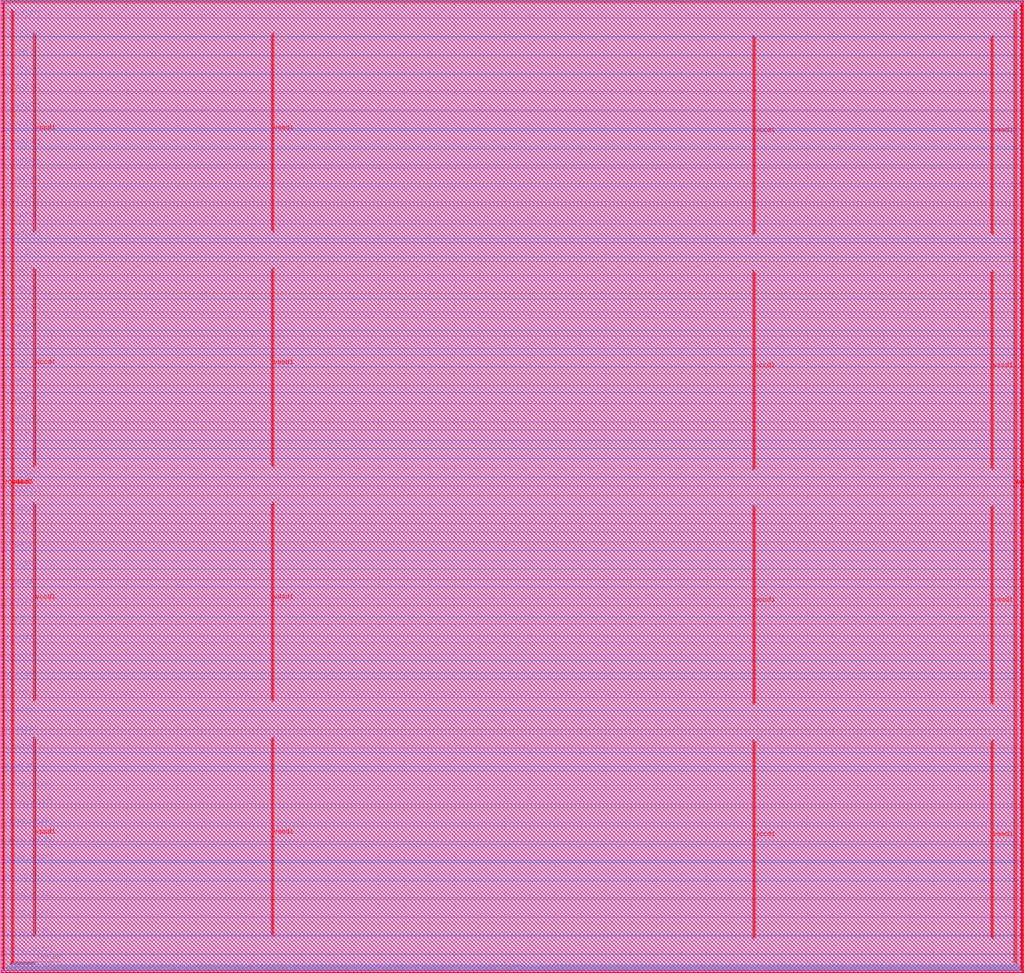
<source format=lef>
##
## LEF for PtnCells ;
## created by Innovus v20.10-p004_1 on Fri Jun  3 13:54:56 2022
##

VERSION 5.8 ;

BUSBITCHARS "[]" ;
DIVIDERCHAR "/" ;

MACRO azadi_soc_top_caravel
  CLASS BLOCK ;
  SIZE 2029.980000 BY 1929.840000 ;
  FOREIGN azadi_soc_top_caravel 0.000000 0.000000 ;
  ORIGIN 0 0 ;
  SYMMETRY X Y R90 ;
  PIN wb_clk_i
    DIRECTION INPUT ;
    USE SIGNAL ;
    ANTENNAPARTIALMETALAREA 1.1853 LAYER met3  ;
    ANTENNAPARTIALMETALSIDEAREA 6.792 LAYER met3  ;
    PORT
      LAYER met3 ;
        RECT 428.340000 0.000000 428.640000 0.800000 ;
    END
  END wb_clk_i
  PIN wb_rst_i
    DIRECTION INPUT ;
    USE SIGNAL ;
    ANTENNAPARTIALMETALAREA 8.0724 LAYER met3  ;
    ANTENNAPARTIALMETALSIDEAREA 43.048 LAYER met3  ;
    ANTENNAMODEL OXIDE1 ;
    ANTENNAGATEAREA 0.99 LAYER met3  ;
    ANTENNAMAXAREACAR 10.1697 LAYER met3  ;
    ANTENNAMAXSIDEAREACAR 51.5131 LAYER met3  ;
    ANTENNAMAXCUTCAR 0.0923232 LAYER via3  ;
    PORT
      LAYER met3 ;
        RECT 0.000000 1927.240000 0.800000 1927.540000 ;
    END
  END wb_rst_i
  PIN wbs_stb_i
    DIRECTION INPUT ;
    USE SIGNAL ;
    PORT
      LAYER met3 ;
        RECT 4.220000 0.000000 4.520000 0.800000 ;
    END
  END wbs_stb_i
  PIN wbs_cyc_i
    DIRECTION INPUT ;
    USE SIGNAL ;
    PORT
      LAYER met3 ;
        RECT 288.500000 0.000000 288.800000 0.800000 ;
    END
  END wbs_cyc_i
  PIN wbs_we_i
    DIRECTION INPUT ;
    USE SIGNAL ;
    PORT
      LAYER met3 ;
        RECT 1.460000 0.000000 1.760000 0.800000 ;
    END
  END wbs_we_i
  PIN wbs_sel_i[3]
    DIRECTION INPUT ;
    USE SIGNAL ;
    PORT
      LAYER met3 ;
        RECT 8.360000 0.000000 8.660000 0.800000 ;
    END
  END wbs_sel_i[3]
  PIN wbs_sel_i[2]
    DIRECTION INPUT ;
    USE SIGNAL ;
    PORT
      LAYER met3 ;
        RECT 12.500000 0.000000 12.800000 0.800000 ;
    END
  END wbs_sel_i[2]
  PIN wbs_sel_i[1]
    DIRECTION INPUT ;
    USE SIGNAL ;
    PORT
      LAYER met3 ;
        RECT 16.640000 0.000000 16.940000 0.800000 ;
    END
  END wbs_sel_i[1]
  PIN wbs_sel_i[0]
    DIRECTION INPUT ;
    USE SIGNAL ;
    PORT
      LAYER met3 ;
        RECT 20.780000 0.000000 21.080000 0.800000 ;
    END
  END wbs_sel_i[0]
  PIN wbs_dat_i[31]
    DIRECTION INPUT ;
    USE SIGNAL ;
    PORT
      LAYER met3 ;
        RECT 156.940000 0.000000 157.240000 0.800000 ;
    END
  END wbs_dat_i[31]
  PIN wbs_dat_i[30]
    DIRECTION INPUT ;
    USE SIGNAL ;
    PORT
      LAYER met3 ;
        RECT 161.080000 0.000000 161.380000 0.800000 ;
    END
  END wbs_dat_i[30]
  PIN wbs_dat_i[29]
    DIRECTION INPUT ;
    USE SIGNAL ;
    PORT
      LAYER met3 ;
        RECT 164.760000 0.000000 165.060000 0.800000 ;
    END
  END wbs_dat_i[29]
  PIN wbs_dat_i[28]
    DIRECTION INPUT ;
    USE SIGNAL ;
    PORT
      LAYER met3 ;
        RECT 168.900000 0.000000 169.200000 0.800000 ;
    END
  END wbs_dat_i[28]
  PIN wbs_dat_i[27]
    DIRECTION INPUT ;
    USE SIGNAL ;
    PORT
      LAYER met3 ;
        RECT 173.040000 0.000000 173.340000 0.800000 ;
    END
  END wbs_dat_i[27]
  PIN wbs_dat_i[26]
    DIRECTION INPUT ;
    USE SIGNAL ;
    PORT
      LAYER met3 ;
        RECT 177.180000 0.000000 177.480000 0.800000 ;
    END
  END wbs_dat_i[26]
  PIN wbs_dat_i[25]
    DIRECTION INPUT ;
    USE SIGNAL ;
    PORT
      LAYER met3 ;
        RECT 181.320000 0.000000 181.620000 0.800000 ;
    END
  END wbs_dat_i[25]
  PIN wbs_dat_i[24]
    DIRECTION INPUT ;
    USE SIGNAL ;
    PORT
      LAYER met3 ;
        RECT 185.460000 0.000000 185.760000 0.800000 ;
    END
  END wbs_dat_i[24]
  PIN wbs_dat_i[23]
    DIRECTION INPUT ;
    USE SIGNAL ;
    PORT
      LAYER met3 ;
        RECT 189.600000 0.000000 189.900000 0.800000 ;
    END
  END wbs_dat_i[23]
  PIN wbs_dat_i[22]
    DIRECTION INPUT ;
    USE SIGNAL ;
    PORT
      LAYER met3 ;
        RECT 193.740000 0.000000 194.040000 0.800000 ;
    END
  END wbs_dat_i[22]
  PIN wbs_dat_i[21]
    DIRECTION INPUT ;
    USE SIGNAL ;
    PORT
      LAYER met3 ;
        RECT 197.880000 0.000000 198.180000 0.800000 ;
    END
  END wbs_dat_i[21]
  PIN wbs_dat_i[20]
    DIRECTION INPUT ;
    USE SIGNAL ;
    PORT
      LAYER met3 ;
        RECT 202.020000 0.000000 202.320000 0.800000 ;
    END
  END wbs_dat_i[20]
  PIN wbs_dat_i[19]
    DIRECTION INPUT ;
    USE SIGNAL ;
    PORT
      LAYER met3 ;
        RECT 206.160000 0.000000 206.460000 0.800000 ;
    END
  END wbs_dat_i[19]
  PIN wbs_dat_i[18]
    DIRECTION INPUT ;
    USE SIGNAL ;
    PORT
      LAYER met3 ;
        RECT 210.300000 0.000000 210.600000 0.800000 ;
    END
  END wbs_dat_i[18]
  PIN wbs_dat_i[17]
    DIRECTION INPUT ;
    USE SIGNAL ;
    PORT
      LAYER met3 ;
        RECT 214.440000 0.000000 214.740000 0.800000 ;
    END
  END wbs_dat_i[17]
  PIN wbs_dat_i[16]
    DIRECTION INPUT ;
    USE SIGNAL ;
    PORT
      LAYER met3 ;
        RECT 218.580000 0.000000 218.880000 0.800000 ;
    END
  END wbs_dat_i[16]
  PIN wbs_dat_i[15]
    DIRECTION INPUT ;
    USE SIGNAL ;
    PORT
      LAYER met3 ;
        RECT 222.720000 0.000000 223.020000 0.800000 ;
    END
  END wbs_dat_i[15]
  PIN wbs_dat_i[14]
    DIRECTION INPUT ;
    USE SIGNAL ;
    PORT
      LAYER met3 ;
        RECT 226.860000 0.000000 227.160000 0.800000 ;
    END
  END wbs_dat_i[14]
  PIN wbs_dat_i[13]
    DIRECTION INPUT ;
    USE SIGNAL ;
    PORT
      LAYER met3 ;
        RECT 231.000000 0.000000 231.300000 0.800000 ;
    END
  END wbs_dat_i[13]
  PIN wbs_dat_i[12]
    DIRECTION INPUT ;
    USE SIGNAL ;
    PORT
      LAYER met3 ;
        RECT 235.140000 0.000000 235.440000 0.800000 ;
    END
  END wbs_dat_i[12]
  PIN wbs_dat_i[11]
    DIRECTION INPUT ;
    USE SIGNAL ;
    PORT
      LAYER met3 ;
        RECT 239.280000 0.000000 239.580000 0.800000 ;
    END
  END wbs_dat_i[11]
  PIN wbs_dat_i[10]
    DIRECTION INPUT ;
    USE SIGNAL ;
    PORT
      LAYER met3 ;
        RECT 243.420000 0.000000 243.720000 0.800000 ;
    END
  END wbs_dat_i[10]
  PIN wbs_dat_i[9]
    DIRECTION INPUT ;
    USE SIGNAL ;
    PORT
      LAYER met3 ;
        RECT 247.100000 0.000000 247.400000 0.800000 ;
    END
  END wbs_dat_i[9]
  PIN wbs_dat_i[8]
    DIRECTION INPUT ;
    USE SIGNAL ;
    PORT
      LAYER met3 ;
        RECT 251.240000 0.000000 251.540000 0.800000 ;
    END
  END wbs_dat_i[8]
  PIN wbs_dat_i[7]
    DIRECTION INPUT ;
    USE SIGNAL ;
    PORT
      LAYER met3 ;
        RECT 255.380000 0.000000 255.680000 0.800000 ;
    END
  END wbs_dat_i[7]
  PIN wbs_dat_i[6]
    DIRECTION INPUT ;
    USE SIGNAL ;
    PORT
      LAYER met3 ;
        RECT 259.520000 0.000000 259.820000 0.800000 ;
    END
  END wbs_dat_i[6]
  PIN wbs_dat_i[5]
    DIRECTION INPUT ;
    USE SIGNAL ;
    PORT
      LAYER met3 ;
        RECT 263.660000 0.000000 263.960000 0.800000 ;
    END
  END wbs_dat_i[5]
  PIN wbs_dat_i[4]
    DIRECTION INPUT ;
    USE SIGNAL ;
    PORT
      LAYER met3 ;
        RECT 267.800000 0.000000 268.100000 0.800000 ;
    END
  END wbs_dat_i[4]
  PIN wbs_dat_i[3]
    DIRECTION INPUT ;
    USE SIGNAL ;
    PORT
      LAYER met3 ;
        RECT 271.940000 0.000000 272.240000 0.800000 ;
    END
  END wbs_dat_i[3]
  PIN wbs_dat_i[2]
    DIRECTION INPUT ;
    USE SIGNAL ;
    PORT
      LAYER met3 ;
        RECT 276.080000 0.000000 276.380000 0.800000 ;
    END
  END wbs_dat_i[2]
  PIN wbs_dat_i[1]
    DIRECTION INPUT ;
    USE SIGNAL ;
    PORT
      LAYER met3 ;
        RECT 280.220000 0.000000 280.520000 0.800000 ;
    END
  END wbs_dat_i[1]
  PIN wbs_dat_i[0]
    DIRECTION INPUT ;
    USE SIGNAL ;
    PORT
      LAYER met3 ;
        RECT 284.360000 0.000000 284.660000 0.800000 ;
    END
  END wbs_dat_i[0]
  PIN wbs_adr_i[31]
    DIRECTION INPUT ;
    USE SIGNAL ;
    PORT
      LAYER met3 ;
        RECT 292.640000 0.000000 292.940000 0.800000 ;
    END
  END wbs_adr_i[31]
  PIN wbs_adr_i[30]
    DIRECTION INPUT ;
    USE SIGNAL ;
    PORT
      LAYER met3 ;
        RECT 296.780000 0.000000 297.080000 0.800000 ;
    END
  END wbs_adr_i[30]
  PIN wbs_adr_i[29]
    DIRECTION INPUT ;
    USE SIGNAL ;
    PORT
      LAYER met3 ;
        RECT 300.920000 0.000000 301.220000 0.800000 ;
    END
  END wbs_adr_i[29]
  PIN wbs_adr_i[28]
    DIRECTION INPUT ;
    USE SIGNAL ;
    PORT
      LAYER met3 ;
        RECT 305.060000 0.000000 305.360000 0.800000 ;
    END
  END wbs_adr_i[28]
  PIN wbs_adr_i[27]
    DIRECTION INPUT ;
    USE SIGNAL ;
    PORT
      LAYER met3 ;
        RECT 309.200000 0.000000 309.500000 0.800000 ;
    END
  END wbs_adr_i[27]
  PIN wbs_adr_i[26]
    DIRECTION INPUT ;
    USE SIGNAL ;
    PORT
      LAYER met3 ;
        RECT 313.340000 0.000000 313.640000 0.800000 ;
    END
  END wbs_adr_i[26]
  PIN wbs_adr_i[25]
    DIRECTION INPUT ;
    USE SIGNAL ;
    PORT
      LAYER met3 ;
        RECT 317.480000 0.000000 317.780000 0.800000 ;
    END
  END wbs_adr_i[25]
  PIN wbs_adr_i[24]
    DIRECTION INPUT ;
    USE SIGNAL ;
    PORT
      LAYER met3 ;
        RECT 321.620000 0.000000 321.920000 0.800000 ;
    END
  END wbs_adr_i[24]
  PIN wbs_adr_i[23]
    DIRECTION INPUT ;
    USE SIGNAL ;
    PORT
      LAYER met3 ;
        RECT 325.300000 0.000000 325.600000 0.800000 ;
    END
  END wbs_adr_i[23]
  PIN wbs_adr_i[22]
    DIRECTION INPUT ;
    USE SIGNAL ;
    PORT
      LAYER met3 ;
        RECT 329.440000 0.000000 329.740000 0.800000 ;
    END
  END wbs_adr_i[22]
  PIN wbs_adr_i[21]
    DIRECTION INPUT ;
    USE SIGNAL ;
    PORT
      LAYER met3 ;
        RECT 333.580000 0.000000 333.880000 0.800000 ;
    END
  END wbs_adr_i[21]
  PIN wbs_adr_i[20]
    DIRECTION INPUT ;
    USE SIGNAL ;
    PORT
      LAYER met3 ;
        RECT 337.720000 0.000000 338.020000 0.800000 ;
    END
  END wbs_adr_i[20]
  PIN wbs_adr_i[19]
    DIRECTION INPUT ;
    USE SIGNAL ;
    PORT
      LAYER met3 ;
        RECT 341.860000 0.000000 342.160000 0.800000 ;
    END
  END wbs_adr_i[19]
  PIN wbs_adr_i[18]
    DIRECTION INPUT ;
    USE SIGNAL ;
    PORT
      LAYER met3 ;
        RECT 346.000000 0.000000 346.300000 0.800000 ;
    END
  END wbs_adr_i[18]
  PIN wbs_adr_i[17]
    DIRECTION INPUT ;
    USE SIGNAL ;
    PORT
      LAYER met3 ;
        RECT 350.140000 0.000000 350.440000 0.800000 ;
    END
  END wbs_adr_i[17]
  PIN wbs_adr_i[16]
    DIRECTION INPUT ;
    USE SIGNAL ;
    PORT
      LAYER met3 ;
        RECT 354.280000 0.000000 354.580000 0.800000 ;
    END
  END wbs_adr_i[16]
  PIN wbs_adr_i[15]
    DIRECTION INPUT ;
    USE SIGNAL ;
    PORT
      LAYER met3 ;
        RECT 358.420000 0.000000 358.720000 0.800000 ;
    END
  END wbs_adr_i[15]
  PIN wbs_adr_i[14]
    DIRECTION INPUT ;
    USE SIGNAL ;
    PORT
      LAYER met3 ;
        RECT 362.560000 0.000000 362.860000 0.800000 ;
    END
  END wbs_adr_i[14]
  PIN wbs_adr_i[13]
    DIRECTION INPUT ;
    USE SIGNAL ;
    PORT
      LAYER met3 ;
        RECT 366.700000 0.000000 367.000000 0.800000 ;
    END
  END wbs_adr_i[13]
  PIN wbs_adr_i[12]
    DIRECTION INPUT ;
    USE SIGNAL ;
    PORT
      LAYER met3 ;
        RECT 370.840000 0.000000 371.140000 0.800000 ;
    END
  END wbs_adr_i[12]
  PIN wbs_adr_i[11]
    DIRECTION INPUT ;
    USE SIGNAL ;
    PORT
      LAYER met3 ;
        RECT 374.980000 0.000000 375.280000 0.800000 ;
    END
  END wbs_adr_i[11]
  PIN wbs_adr_i[10]
    DIRECTION INPUT ;
    USE SIGNAL ;
    PORT
      LAYER met3 ;
        RECT 379.120000 0.000000 379.420000 0.800000 ;
    END
  END wbs_adr_i[10]
  PIN wbs_adr_i[9]
    DIRECTION INPUT ;
    USE SIGNAL ;
    PORT
      LAYER met3 ;
        RECT 383.260000 0.000000 383.560000 0.800000 ;
    END
  END wbs_adr_i[9]
  PIN wbs_adr_i[8]
    DIRECTION INPUT ;
    USE SIGNAL ;
    PORT
      LAYER met3 ;
        RECT 387.400000 0.000000 387.700000 0.800000 ;
    END
  END wbs_adr_i[8]
  PIN wbs_adr_i[7]
    DIRECTION INPUT ;
    USE SIGNAL ;
    PORT
      LAYER met3 ;
        RECT 391.540000 0.000000 391.840000 0.800000 ;
    END
  END wbs_adr_i[7]
  PIN wbs_adr_i[6]
    DIRECTION INPUT ;
    USE SIGNAL ;
    PORT
      LAYER met3 ;
        RECT 395.680000 0.000000 395.980000 0.800000 ;
    END
  END wbs_adr_i[6]
  PIN wbs_adr_i[5]
    DIRECTION INPUT ;
    USE SIGNAL ;
    PORT
      LAYER met3 ;
        RECT 399.820000 0.000000 400.120000 0.800000 ;
    END
  END wbs_adr_i[5]
  PIN wbs_adr_i[4]
    DIRECTION INPUT ;
    USE SIGNAL ;
    PORT
      LAYER met3 ;
        RECT 403.960000 0.000000 404.260000 0.800000 ;
    END
  END wbs_adr_i[4]
  PIN wbs_adr_i[3]
    DIRECTION INPUT ;
    USE SIGNAL ;
    PORT
      LAYER met3 ;
        RECT 407.640000 0.000000 407.940000 0.800000 ;
    END
  END wbs_adr_i[3]
  PIN wbs_adr_i[2]
    DIRECTION INPUT ;
    USE SIGNAL ;
    PORT
      LAYER met3 ;
        RECT 411.780000 0.000000 412.080000 0.800000 ;
    END
  END wbs_adr_i[2]
  PIN wbs_adr_i[1]
    DIRECTION INPUT ;
    USE SIGNAL ;
    PORT
      LAYER met3 ;
        RECT 415.920000 0.000000 416.220000 0.800000 ;
    END
  END wbs_adr_i[1]
  PIN wbs_adr_i[0]
    DIRECTION INPUT ;
    USE SIGNAL ;
    PORT
      LAYER met3 ;
        RECT 420.060000 0.000000 420.360000 0.800000 ;
    END
  END wbs_adr_i[0]
  PIN wbs_ack_o
    DIRECTION OUTPUT ;
    USE SIGNAL ;
    ANTENNADIFFAREA 0.7952 LAYER met3  ;
    ANTENNAPARTIALMETALAREA 102.748 LAYER met3  ;
    ANTENNAPARTIALMETALSIDEAREA 549.88 LAYER met3  ;
    PORT
      LAYER met3 ;
        RECT 424.200000 0.000000 424.500000 0.800000 ;
    END
  END wbs_ack_o
  PIN wbs_dat_o[31]
    DIRECTION OUTPUT ;
    USE SIGNAL ;
    ANTENNADIFFAREA 0.7952 LAYER met3  ;
    ANTENNAPARTIALMETALAREA 102.748 LAYER met3  ;
    ANTENNAPARTIALMETALSIDEAREA 549.88 LAYER met3  ;
    PORT
      LAYER met3 ;
        RECT 24.920000 0.000000 25.220000 0.800000 ;
    END
  END wbs_dat_o[31]
  PIN wbs_dat_o[30]
    DIRECTION OUTPUT ;
    USE SIGNAL ;
    ANTENNADIFFAREA 0.7952 LAYER met3  ;
    ANTENNAPARTIALMETALAREA 102.793 LAYER met3  ;
    ANTENNAPARTIALMETALSIDEAREA 550.296 LAYER met3  ;
    PORT
      LAYER met3 ;
        RECT 29.060000 0.000000 29.360000 0.800000 ;
    END
  END wbs_dat_o[30]
  PIN wbs_dat_o[29]
    DIRECTION OUTPUT ;
    USE SIGNAL ;
    ANTENNADIFFAREA 0.7952 LAYER met3  ;
    ANTENNAPARTIALMETALAREA 102.793 LAYER met3  ;
    ANTENNAPARTIALMETALSIDEAREA 550.296 LAYER met3  ;
    PORT
      LAYER met3 ;
        RECT 33.200000 0.000000 33.500000 0.800000 ;
    END
  END wbs_dat_o[29]
  PIN wbs_dat_o[28]
    DIRECTION OUTPUT ;
    USE SIGNAL ;
    ANTENNADIFFAREA 0.7952 LAYER met3  ;
    ANTENNAPARTIALMETALAREA 102.793 LAYER met3  ;
    ANTENNAPARTIALMETALSIDEAREA 550.296 LAYER met3  ;
    PORT
      LAYER met3 ;
        RECT 37.340000 0.000000 37.640000 0.800000 ;
    END
  END wbs_dat_o[28]
  PIN wbs_dat_o[27]
    DIRECTION OUTPUT ;
    USE SIGNAL ;
    ANTENNADIFFAREA 0.7952 LAYER met3  ;
    ANTENNAPARTIALMETALAREA 102.793 LAYER met3  ;
    ANTENNAPARTIALMETALSIDEAREA 550.488 LAYER met3  ;
    PORT
      LAYER met3 ;
        RECT 41.480000 0.000000 41.780000 0.800000 ;
    END
  END wbs_dat_o[27]
  PIN wbs_dat_o[26]
    DIRECTION OUTPUT ;
    USE SIGNAL ;
    ANTENNADIFFAREA 0.7952 LAYER met3  ;
    ANTENNAPARTIALMETALAREA 102.748 LAYER met3  ;
    ANTENNAPARTIALMETALSIDEAREA 549.88 LAYER met3  ;
    PORT
      LAYER met3 ;
        RECT 45.620000 0.000000 45.920000 0.800000 ;
    END
  END wbs_dat_o[26]
  PIN wbs_dat_o[25]
    DIRECTION OUTPUT ;
    USE SIGNAL ;
    ANTENNADIFFAREA 0.7952 LAYER met3  ;
    ANTENNAPARTIALMETALAREA 102.793 LAYER met3  ;
    ANTENNAPARTIALMETALSIDEAREA 550.12 LAYER met3  ;
    PORT
      LAYER met3 ;
        RECT 49.760000 0.000000 50.060000 0.800000 ;
    END
  END wbs_dat_o[25]
  PIN wbs_dat_o[24]
    DIRECTION OUTPUT ;
    USE SIGNAL ;
    ANTENNADIFFAREA 0.7952 LAYER met3  ;
    ANTENNAPARTIALMETALAREA 102.793 LAYER met3  ;
    ANTENNAPARTIALMETALSIDEAREA 550.12 LAYER met3  ;
    PORT
      LAYER met3 ;
        RECT 53.900000 0.000000 54.200000 0.800000 ;
    END
  END wbs_dat_o[24]
  PIN wbs_dat_o[23]
    DIRECTION OUTPUT ;
    USE SIGNAL ;
    ANTENNADIFFAREA 0.7952 LAYER met3  ;
    ANTENNAPARTIALMETALAREA 102.793 LAYER met3  ;
    ANTENNAPARTIALMETALSIDEAREA 550.12 LAYER met3  ;
    PORT
      LAYER met3 ;
        RECT 58.040000 0.000000 58.340000 0.800000 ;
    END
  END wbs_dat_o[23]
  PIN wbs_dat_o[22]
    DIRECTION OUTPUT ;
    USE SIGNAL ;
    ANTENNADIFFAREA 0.7952 LAYER met3  ;
    ANTENNAPARTIALMETALAREA 102.793 LAYER met3  ;
    ANTENNAPARTIALMETALSIDEAREA 550.12 LAYER met3  ;
    PORT
      LAYER met3 ;
        RECT 62.180000 0.000000 62.480000 0.800000 ;
    END
  END wbs_dat_o[22]
  PIN wbs_dat_o[21]
    DIRECTION OUTPUT ;
    USE SIGNAL ;
    ANTENNADIFFAREA 0.7952 LAYER met3  ;
    ANTENNAPARTIALMETALAREA 102.793 LAYER met3  ;
    ANTENNAPARTIALMETALSIDEAREA 550.12 LAYER met3  ;
    PORT
      LAYER met3 ;
        RECT 66.320000 0.000000 66.620000 0.800000 ;
    END
  END wbs_dat_o[21]
  PIN wbs_dat_o[20]
    DIRECTION OUTPUT ;
    USE SIGNAL ;
    ANTENNADIFFAREA 0.7952 LAYER met3  ;
    ANTENNAPARTIALMETALAREA 102.793 LAYER met3  ;
    ANTENNAPARTIALMETALSIDEAREA 550.12 LAYER met3  ;
    PORT
      LAYER met3 ;
        RECT 70.460000 0.000000 70.760000 0.800000 ;
    END
  END wbs_dat_o[20]
  PIN wbs_dat_o[19]
    DIRECTION OUTPUT ;
    USE SIGNAL ;
    ANTENNADIFFAREA 0.7952 LAYER met3  ;
    ANTENNAPARTIALMETALAREA 102.793 LAYER met3  ;
    ANTENNAPARTIALMETALSIDEAREA 550.12 LAYER met3  ;
    PORT
      LAYER met3 ;
        RECT 74.600000 0.000000 74.900000 0.800000 ;
    END
  END wbs_dat_o[19]
  PIN wbs_dat_o[18]
    DIRECTION OUTPUT ;
    USE SIGNAL ;
    ANTENNADIFFAREA 0.7952 LAYER met3  ;
    ANTENNAPARTIALMETALAREA 102.793 LAYER met3  ;
    ANTENNAPARTIALMETALSIDEAREA 550.12 LAYER met3  ;
    PORT
      LAYER met3 ;
        RECT 78.740000 0.000000 79.040000 0.800000 ;
    END
  END wbs_dat_o[18]
  PIN wbs_dat_o[17]
    DIRECTION OUTPUT ;
    USE SIGNAL ;
    ANTENNADIFFAREA 0.7952 LAYER met3  ;
    ANTENNAPARTIALMETALAREA 102.793 LAYER met3  ;
    ANTENNAPARTIALMETALSIDEAREA 550.12 LAYER met3  ;
    PORT
      LAYER met3 ;
        RECT 82.420000 0.000000 82.720000 0.800000 ;
    END
  END wbs_dat_o[17]
  PIN wbs_dat_o[16]
    DIRECTION OUTPUT ;
    USE SIGNAL ;
    ANTENNADIFFAREA 0.7952 LAYER met3  ;
    ANTENNAPARTIALMETALAREA 102.793 LAYER met3  ;
    ANTENNAPARTIALMETALSIDEAREA 550.12 LAYER met3  ;
    PORT
      LAYER met3 ;
        RECT 86.560000 0.000000 86.860000 0.800000 ;
    END
  END wbs_dat_o[16]
  PIN wbs_dat_o[15]
    DIRECTION OUTPUT ;
    USE SIGNAL ;
    ANTENNADIFFAREA 0.7952 LAYER met3  ;
    ANTENNAPARTIALMETALAREA 102.793 LAYER met3  ;
    ANTENNAPARTIALMETALSIDEAREA 550.12 LAYER met3  ;
    PORT
      LAYER met3 ;
        RECT 90.700000 0.000000 91.000000 0.800000 ;
    END
  END wbs_dat_o[15]
  PIN wbs_dat_o[14]
    DIRECTION OUTPUT ;
    USE SIGNAL ;
    ANTENNADIFFAREA 0.7952 LAYER met3  ;
    ANTENNAPARTIALMETALAREA 102.793 LAYER met3  ;
    ANTENNAPARTIALMETALSIDEAREA 550.12 LAYER met3  ;
    PORT
      LAYER met3 ;
        RECT 94.840000 0.000000 95.140000 0.800000 ;
    END
  END wbs_dat_o[14]
  PIN wbs_dat_o[13]
    DIRECTION OUTPUT ;
    USE SIGNAL ;
    ANTENNADIFFAREA 0.7952 LAYER met3  ;
    ANTENNAPARTIALMETALAREA 102.793 LAYER met3  ;
    ANTENNAPARTIALMETALSIDEAREA 550.12 LAYER met3  ;
    PORT
      LAYER met3 ;
        RECT 98.980000 0.000000 99.280000 0.800000 ;
    END
  END wbs_dat_o[13]
  PIN wbs_dat_o[12]
    DIRECTION OUTPUT ;
    USE SIGNAL ;
    ANTENNADIFFAREA 0.7952 LAYER met3  ;
    ANTENNAPARTIALMETALAREA 102.793 LAYER met3  ;
    ANTENNAPARTIALMETALSIDEAREA 550.12 LAYER met3  ;
    PORT
      LAYER met3 ;
        RECT 103.120000 0.000000 103.420000 0.800000 ;
    END
  END wbs_dat_o[12]
  PIN wbs_dat_o[11]
    DIRECTION OUTPUT ;
    USE SIGNAL ;
    ANTENNADIFFAREA 0.7952 LAYER met3  ;
    ANTENNAPARTIALMETALAREA 102.793 LAYER met3  ;
    ANTENNAPARTIALMETALSIDEAREA 550.12 LAYER met3  ;
    PORT
      LAYER met3 ;
        RECT 107.260000 0.000000 107.560000 0.800000 ;
    END
  END wbs_dat_o[11]
  PIN wbs_dat_o[10]
    DIRECTION OUTPUT ;
    USE SIGNAL ;
    ANTENNADIFFAREA 0.7952 LAYER met3  ;
    ANTENNAPARTIALMETALAREA 102.793 LAYER met3  ;
    ANTENNAPARTIALMETALSIDEAREA 550.12 LAYER met3  ;
    PORT
      LAYER met3 ;
        RECT 111.400000 0.000000 111.700000 0.800000 ;
    END
  END wbs_dat_o[10]
  PIN wbs_dat_o[9]
    DIRECTION OUTPUT ;
    USE SIGNAL ;
    ANTENNADIFFAREA 0.7952 LAYER met3  ;
    ANTENNAPARTIALMETALAREA 102.793 LAYER met3  ;
    ANTENNAPARTIALMETALSIDEAREA 550.12 LAYER met3  ;
    PORT
      LAYER met3 ;
        RECT 115.540000 0.000000 115.840000 0.800000 ;
    END
  END wbs_dat_o[9]
  PIN wbs_dat_o[8]
    DIRECTION OUTPUT ;
    USE SIGNAL ;
    ANTENNADIFFAREA 0.7952 LAYER met3  ;
    ANTENNAPARTIALMETALAREA 102.793 LAYER met3  ;
    ANTENNAPARTIALMETALSIDEAREA 550.12 LAYER met3  ;
    PORT
      LAYER met3 ;
        RECT 119.680000 0.000000 119.980000 0.800000 ;
    END
  END wbs_dat_o[8]
  PIN wbs_dat_o[7]
    DIRECTION OUTPUT ;
    USE SIGNAL ;
    ANTENNADIFFAREA 0.7952 LAYER met3  ;
    ANTENNAPARTIALMETALAREA 102.793 LAYER met3  ;
    ANTENNAPARTIALMETALSIDEAREA 550.12 LAYER met3  ;
    PORT
      LAYER met3 ;
        RECT 123.820000 0.000000 124.120000 0.800000 ;
    END
  END wbs_dat_o[7]
  PIN wbs_dat_o[6]
    DIRECTION OUTPUT ;
    USE SIGNAL ;
    ANTENNADIFFAREA 0.7952 LAYER met3  ;
    ANTENNAPARTIALMETALAREA 102.793 LAYER met3  ;
    ANTENNAPARTIALMETALSIDEAREA 550.12 LAYER met3  ;
    PORT
      LAYER met3 ;
        RECT 127.960000 0.000000 128.260000 0.800000 ;
    END
  END wbs_dat_o[6]
  PIN wbs_dat_o[5]
    DIRECTION OUTPUT ;
    USE SIGNAL ;
    ANTENNADIFFAREA 0.7952 LAYER met3  ;
    ANTENNAPARTIALMETALAREA 102.793 LAYER met3  ;
    ANTENNAPARTIALMETALSIDEAREA 550.12 LAYER met3  ;
    PORT
      LAYER met3 ;
        RECT 132.100000 0.000000 132.400000 0.800000 ;
    END
  END wbs_dat_o[5]
  PIN wbs_dat_o[4]
    DIRECTION OUTPUT ;
    USE SIGNAL ;
    ANTENNADIFFAREA 0.7952 LAYER met3  ;
    ANTENNAPARTIALMETALAREA 102.793 LAYER met3  ;
    ANTENNAPARTIALMETALSIDEAREA 550.12 LAYER met3  ;
    PORT
      LAYER met3 ;
        RECT 136.240000 0.000000 136.540000 0.800000 ;
    END
  END wbs_dat_o[4]
  PIN wbs_dat_o[3]
    DIRECTION OUTPUT ;
    USE SIGNAL ;
    ANTENNADIFFAREA 0.7952 LAYER met3  ;
    ANTENNAPARTIALMETALAREA 102.793 LAYER met3  ;
    ANTENNAPARTIALMETALSIDEAREA 550.12 LAYER met3  ;
    PORT
      LAYER met3 ;
        RECT 140.380000 0.000000 140.680000 0.800000 ;
    END
  END wbs_dat_o[3]
  PIN wbs_dat_o[2]
    DIRECTION OUTPUT ;
    USE SIGNAL ;
    ANTENNADIFFAREA 0.7952 LAYER met3  ;
    ANTENNAPARTIALMETALAREA 102.793 LAYER met3  ;
    ANTENNAPARTIALMETALSIDEAREA 550.12 LAYER met3  ;
    PORT
      LAYER met3 ;
        RECT 144.520000 0.000000 144.820000 0.800000 ;
    END
  END wbs_dat_o[2]
  PIN wbs_dat_o[1]
    DIRECTION OUTPUT ;
    USE SIGNAL ;
    ANTENNADIFFAREA 0.7952 LAYER met3  ;
    ANTENNAPARTIALMETALAREA 102.793 LAYER met3  ;
    ANTENNAPARTIALMETALSIDEAREA 550.12 LAYER met3  ;
    PORT
      LAYER met3 ;
        RECT 148.660000 0.000000 148.960000 0.800000 ;
    END
  END wbs_dat_o[1]
  PIN wbs_dat_o[0]
    DIRECTION OUTPUT ;
    USE SIGNAL ;
    ANTENNADIFFAREA 0.7952 LAYER met3  ;
    ANTENNAPARTIALMETALAREA 102.793 LAYER met3  ;
    ANTENNAPARTIALMETALSIDEAREA 550.296 LAYER met3  ;
    PORT
      LAYER met3 ;
        RECT 152.800000 0.000000 153.100000 0.800000 ;
    END
  END wbs_dat_o[0]
  PIN la_data_in[127]
    DIRECTION INPUT ;
    USE SIGNAL ;
    PORT
      LAYER met3 ;
        RECT 1502.900000 0.000000 1503.200000 0.800000 ;
    END
  END la_data_in[127]
  PIN la_data_in[126]
    DIRECTION INPUT ;
    USE SIGNAL ;
    PORT
      LAYER met3 ;
        RECT 1507.040000 0.000000 1507.340000 0.800000 ;
    END
  END la_data_in[126]
  PIN la_data_in[125]
    DIRECTION INPUT ;
    USE SIGNAL ;
    PORT
      LAYER met3 ;
        RECT 1511.180000 0.000000 1511.480000 0.800000 ;
    END
  END la_data_in[125]
  PIN la_data_in[124]
    DIRECTION INPUT ;
    USE SIGNAL ;
    PORT
      LAYER met3 ;
        RECT 1515.320000 0.000000 1515.620000 0.800000 ;
    END
  END la_data_in[124]
  PIN la_data_in[123]
    DIRECTION INPUT ;
    USE SIGNAL ;
    PORT
      LAYER met3 ;
        RECT 1519.460000 0.000000 1519.760000 0.800000 ;
    END
  END la_data_in[123]
  PIN la_data_in[122]
    DIRECTION INPUT ;
    USE SIGNAL ;
    PORT
      LAYER met3 ;
        RECT 1523.600000 0.000000 1523.900000 0.800000 ;
    END
  END la_data_in[122]
  PIN la_data_in[121]
    DIRECTION INPUT ;
    USE SIGNAL ;
    PORT
      LAYER met3 ;
        RECT 1527.740000 0.000000 1528.040000 0.800000 ;
    END
  END la_data_in[121]
  PIN la_data_in[120]
    DIRECTION INPUT ;
    USE SIGNAL ;
    PORT
      LAYER met3 ;
        RECT 1531.880000 0.000000 1532.180000 0.800000 ;
    END
  END la_data_in[120]
  PIN la_data_in[119]
    DIRECTION INPUT ;
    USE SIGNAL ;
    PORT
      LAYER met3 ;
        RECT 1536.020000 0.000000 1536.320000 0.800000 ;
    END
  END la_data_in[119]
  PIN la_data_in[118]
    DIRECTION INPUT ;
    USE SIGNAL ;
    PORT
      LAYER met3 ;
        RECT 1540.160000 0.000000 1540.460000 0.800000 ;
    END
  END la_data_in[118]
  PIN la_data_in[117]
    DIRECTION INPUT ;
    USE SIGNAL ;
    PORT
      LAYER met3 ;
        RECT 1543.840000 0.000000 1544.140000 0.800000 ;
    END
  END la_data_in[117]
  PIN la_data_in[116]
    DIRECTION INPUT ;
    USE SIGNAL ;
    PORT
      LAYER met3 ;
        RECT 1547.980000 0.000000 1548.280000 0.800000 ;
    END
  END la_data_in[116]
  PIN la_data_in[115]
    DIRECTION INPUT ;
    USE SIGNAL ;
    PORT
      LAYER met3 ;
        RECT 1552.120000 0.000000 1552.420000 0.800000 ;
    END
  END la_data_in[115]
  PIN la_data_in[114]
    DIRECTION INPUT ;
    USE SIGNAL ;
    PORT
      LAYER met3 ;
        RECT 1556.260000 0.000000 1556.560000 0.800000 ;
    END
  END la_data_in[114]
  PIN la_data_in[113]
    DIRECTION INPUT ;
    USE SIGNAL ;
    PORT
      LAYER met3 ;
        RECT 1560.400000 0.000000 1560.700000 0.800000 ;
    END
  END la_data_in[113]
  PIN la_data_in[112]
    DIRECTION INPUT ;
    USE SIGNAL ;
    PORT
      LAYER met3 ;
        RECT 1564.540000 0.000000 1564.840000 0.800000 ;
    END
  END la_data_in[112]
  PIN la_data_in[111]
    DIRECTION INPUT ;
    USE SIGNAL ;
    PORT
      LAYER met3 ;
        RECT 1568.680000 0.000000 1568.980000 0.800000 ;
    END
  END la_data_in[111]
  PIN la_data_in[110]
    DIRECTION INPUT ;
    USE SIGNAL ;
    PORT
      LAYER met3 ;
        RECT 1572.820000 0.000000 1573.120000 0.800000 ;
    END
  END la_data_in[110]
  PIN la_data_in[109]
    DIRECTION INPUT ;
    USE SIGNAL ;
    PORT
      LAYER met3 ;
        RECT 1576.960000 0.000000 1577.260000 0.800000 ;
    END
  END la_data_in[109]
  PIN la_data_in[108]
    DIRECTION INPUT ;
    USE SIGNAL ;
    PORT
      LAYER met3 ;
        RECT 1581.100000 0.000000 1581.400000 0.800000 ;
    END
  END la_data_in[108]
  PIN la_data_in[107]
    DIRECTION INPUT ;
    USE SIGNAL ;
    PORT
      LAYER met3 ;
        RECT 1585.240000 0.000000 1585.540000 0.800000 ;
    END
  END la_data_in[107]
  PIN la_data_in[106]
    DIRECTION INPUT ;
    USE SIGNAL ;
    PORT
      LAYER met3 ;
        RECT 1589.380000 0.000000 1589.680000 0.800000 ;
    END
  END la_data_in[106]
  PIN la_data_in[105]
    DIRECTION INPUT ;
    USE SIGNAL ;
    PORT
      LAYER met3 ;
        RECT 1593.520000 0.000000 1593.820000 0.800000 ;
    END
  END la_data_in[105]
  PIN la_data_in[104]
    DIRECTION INPUT ;
    USE SIGNAL ;
    PORT
      LAYER met3 ;
        RECT 1597.660000 0.000000 1597.960000 0.800000 ;
    END
  END la_data_in[104]
  PIN la_data_in[103]
    DIRECTION INPUT ;
    USE SIGNAL ;
    PORT
      LAYER met3 ;
        RECT 1601.800000 0.000000 1602.100000 0.800000 ;
    END
  END la_data_in[103]
  PIN la_data_in[102]
    DIRECTION INPUT ;
    USE SIGNAL ;
    PORT
      LAYER met3 ;
        RECT 1605.940000 0.000000 1606.240000 0.800000 ;
    END
  END la_data_in[102]
  PIN la_data_in[101]
    DIRECTION INPUT ;
    USE SIGNAL ;
    PORT
      LAYER met3 ;
        RECT 1610.080000 0.000000 1610.380000 0.800000 ;
    END
  END la_data_in[101]
  PIN la_data_in[100]
    DIRECTION INPUT ;
    USE SIGNAL ;
    PORT
      LAYER met3 ;
        RECT 1614.220000 0.000000 1614.520000 0.800000 ;
    END
  END la_data_in[100]
  PIN la_data_in[99]
    DIRECTION INPUT ;
    USE SIGNAL ;
    PORT
      LAYER met3 ;
        RECT 1618.360000 0.000000 1618.660000 0.800000 ;
    END
  END la_data_in[99]
  PIN la_data_in[98]
    DIRECTION INPUT ;
    USE SIGNAL ;
    PORT
      LAYER met3 ;
        RECT 1622.500000 0.000000 1622.800000 0.800000 ;
    END
  END la_data_in[98]
  PIN la_data_in[97]
    DIRECTION INPUT ;
    USE SIGNAL ;
    PORT
      LAYER met3 ;
        RECT 1626.180000 0.000000 1626.480000 0.800000 ;
    END
  END la_data_in[97]
  PIN la_data_in[96]
    DIRECTION INPUT ;
    USE SIGNAL ;
    PORT
      LAYER met3 ;
        RECT 1630.320000 0.000000 1630.620000 0.800000 ;
    END
  END la_data_in[96]
  PIN la_data_in[95]
    DIRECTION INPUT ;
    USE SIGNAL ;
    PORT
      LAYER met3 ;
        RECT 1634.460000 0.000000 1634.760000 0.800000 ;
    END
  END la_data_in[95]
  PIN la_data_in[94]
    DIRECTION INPUT ;
    USE SIGNAL ;
    PORT
      LAYER met3 ;
        RECT 1638.600000 0.000000 1638.900000 0.800000 ;
    END
  END la_data_in[94]
  PIN la_data_in[93]
    DIRECTION INPUT ;
    USE SIGNAL ;
    PORT
      LAYER met3 ;
        RECT 1642.740000 0.000000 1643.040000 0.800000 ;
    END
  END la_data_in[93]
  PIN la_data_in[92]
    DIRECTION INPUT ;
    USE SIGNAL ;
    PORT
      LAYER met3 ;
        RECT 1646.880000 0.000000 1647.180000 0.800000 ;
    END
  END la_data_in[92]
  PIN la_data_in[91]
    DIRECTION INPUT ;
    USE SIGNAL ;
    PORT
      LAYER met3 ;
        RECT 1651.020000 0.000000 1651.320000 0.800000 ;
    END
  END la_data_in[91]
  PIN la_data_in[90]
    DIRECTION INPUT ;
    USE SIGNAL ;
    PORT
      LAYER met3 ;
        RECT 1655.160000 0.000000 1655.460000 0.800000 ;
    END
  END la_data_in[90]
  PIN la_data_in[89]
    DIRECTION INPUT ;
    USE SIGNAL ;
    PORT
      LAYER met3 ;
        RECT 1659.300000 0.000000 1659.600000 0.800000 ;
    END
  END la_data_in[89]
  PIN la_data_in[88]
    DIRECTION INPUT ;
    USE SIGNAL ;
    PORT
      LAYER met3 ;
        RECT 1663.440000 0.000000 1663.740000 0.800000 ;
    END
  END la_data_in[88]
  PIN la_data_in[87]
    DIRECTION INPUT ;
    USE SIGNAL ;
    PORT
      LAYER met3 ;
        RECT 1667.580000 0.000000 1667.880000 0.800000 ;
    END
  END la_data_in[87]
  PIN la_data_in[86]
    DIRECTION INPUT ;
    USE SIGNAL ;
    PORT
      LAYER met3 ;
        RECT 1671.720000 0.000000 1672.020000 0.800000 ;
    END
  END la_data_in[86]
  PIN la_data_in[85]
    DIRECTION INPUT ;
    USE SIGNAL ;
    PORT
      LAYER met3 ;
        RECT 1675.860000 0.000000 1676.160000 0.800000 ;
    END
  END la_data_in[85]
  PIN la_data_in[84]
    DIRECTION INPUT ;
    USE SIGNAL ;
    PORT
      LAYER met3 ;
        RECT 1680.000000 0.000000 1680.300000 0.800000 ;
    END
  END la_data_in[84]
  PIN la_data_in[83]
    DIRECTION INPUT ;
    USE SIGNAL ;
    PORT
      LAYER met3 ;
        RECT 1684.140000 0.000000 1684.440000 0.800000 ;
    END
  END la_data_in[83]
  PIN la_data_in[82]
    DIRECTION INPUT ;
    USE SIGNAL ;
    PORT
      LAYER met3 ;
        RECT 1688.280000 0.000000 1688.580000 0.800000 ;
    END
  END la_data_in[82]
  PIN la_data_in[81]
    DIRECTION INPUT ;
    USE SIGNAL ;
    PORT
      LAYER met3 ;
        RECT 1692.420000 0.000000 1692.720000 0.800000 ;
    END
  END la_data_in[81]
  PIN la_data_in[80]
    DIRECTION INPUT ;
    USE SIGNAL ;
    PORT
      LAYER met3 ;
        RECT 1696.560000 0.000000 1696.860000 0.800000 ;
    END
  END la_data_in[80]
  PIN la_data_in[79]
    DIRECTION INPUT ;
    USE SIGNAL ;
    PORT
      LAYER met3 ;
        RECT 1700.700000 0.000000 1701.000000 0.800000 ;
    END
  END la_data_in[79]
  PIN la_data_in[78]
    DIRECTION INPUT ;
    USE SIGNAL ;
    PORT
      LAYER met3 ;
        RECT 1704.840000 0.000000 1705.140000 0.800000 ;
    END
  END la_data_in[78]
  PIN la_data_in[77]
    DIRECTION INPUT ;
    USE SIGNAL ;
    PORT
      LAYER met3 ;
        RECT 1708.520000 0.000000 1708.820000 0.800000 ;
    END
  END la_data_in[77]
  PIN la_data_in[76]
    DIRECTION INPUT ;
    USE SIGNAL ;
    PORT
      LAYER met3 ;
        RECT 1712.660000 0.000000 1712.960000 0.800000 ;
    END
  END la_data_in[76]
  PIN la_data_in[75]
    DIRECTION INPUT ;
    USE SIGNAL ;
    PORT
      LAYER met3 ;
        RECT 1716.800000 0.000000 1717.100000 0.800000 ;
    END
  END la_data_in[75]
  PIN la_data_in[74]
    DIRECTION INPUT ;
    USE SIGNAL ;
    PORT
      LAYER met3 ;
        RECT 1720.940000 0.000000 1721.240000 0.800000 ;
    END
  END la_data_in[74]
  PIN la_data_in[73]
    DIRECTION INPUT ;
    USE SIGNAL ;
    PORT
      LAYER met3 ;
        RECT 1725.080000 0.000000 1725.380000 0.800000 ;
    END
  END la_data_in[73]
  PIN la_data_in[72]
    DIRECTION INPUT ;
    USE SIGNAL ;
    PORT
      LAYER met3 ;
        RECT 1729.220000 0.000000 1729.520000 0.800000 ;
    END
  END la_data_in[72]
  PIN la_data_in[71]
    DIRECTION INPUT ;
    USE SIGNAL ;
    PORT
      LAYER met3 ;
        RECT 1733.360000 0.000000 1733.660000 0.800000 ;
    END
  END la_data_in[71]
  PIN la_data_in[70]
    DIRECTION INPUT ;
    USE SIGNAL ;
    PORT
      LAYER met3 ;
        RECT 1737.500000 0.000000 1737.800000 0.800000 ;
    END
  END la_data_in[70]
  PIN la_data_in[69]
    DIRECTION INPUT ;
    USE SIGNAL ;
    PORT
      LAYER met3 ;
        RECT 1741.640000 0.000000 1741.940000 0.800000 ;
    END
  END la_data_in[69]
  PIN la_data_in[68]
    DIRECTION INPUT ;
    USE SIGNAL ;
    PORT
      LAYER met3 ;
        RECT 1745.780000 0.000000 1746.080000 0.800000 ;
    END
  END la_data_in[68]
  PIN la_data_in[67]
    DIRECTION INPUT ;
    USE SIGNAL ;
    PORT
      LAYER met3 ;
        RECT 1749.920000 0.000000 1750.220000 0.800000 ;
    END
  END la_data_in[67]
  PIN la_data_in[66]
    DIRECTION INPUT ;
    USE SIGNAL ;
    PORT
      LAYER met3 ;
        RECT 1754.060000 0.000000 1754.360000 0.800000 ;
    END
  END la_data_in[66]
  PIN la_data_in[65]
    DIRECTION INPUT ;
    USE SIGNAL ;
    PORT
      LAYER met3 ;
        RECT 1758.200000 0.000000 1758.500000 0.800000 ;
    END
  END la_data_in[65]
  PIN la_data_in[64]
    DIRECTION INPUT ;
    USE SIGNAL ;
    PORT
      LAYER met3 ;
        RECT 1762.340000 0.000000 1762.640000 0.800000 ;
    END
  END la_data_in[64]
  PIN la_data_in[63]
    DIRECTION INPUT ;
    USE SIGNAL ;
    PORT
      LAYER met3 ;
        RECT 1766.480000 0.000000 1766.780000 0.800000 ;
    END
  END la_data_in[63]
  PIN la_data_in[62]
    DIRECTION INPUT ;
    USE SIGNAL ;
    PORT
      LAYER met3 ;
        RECT 1770.620000 0.000000 1770.920000 0.800000 ;
    END
  END la_data_in[62]
  PIN la_data_in[61]
    DIRECTION INPUT ;
    USE SIGNAL ;
    PORT
      LAYER met3 ;
        RECT 1774.760000 0.000000 1775.060000 0.800000 ;
    END
  END la_data_in[61]
  PIN la_data_in[60]
    DIRECTION INPUT ;
    USE SIGNAL ;
    PORT
      LAYER met3 ;
        RECT 1778.900000 0.000000 1779.200000 0.800000 ;
    END
  END la_data_in[60]
  PIN la_data_in[59]
    DIRECTION INPUT ;
    USE SIGNAL ;
    PORT
      LAYER met3 ;
        RECT 1783.040000 0.000000 1783.340000 0.800000 ;
    END
  END la_data_in[59]
  PIN la_data_in[58]
    DIRECTION INPUT ;
    USE SIGNAL ;
    PORT
      LAYER met3 ;
        RECT 1786.720000 0.000000 1787.020000 0.800000 ;
    END
  END la_data_in[58]
  PIN la_data_in[57]
    DIRECTION INPUT ;
    USE SIGNAL ;
    PORT
      LAYER met3 ;
        RECT 1790.860000 0.000000 1791.160000 0.800000 ;
    END
  END la_data_in[57]
  PIN la_data_in[56]
    DIRECTION INPUT ;
    USE SIGNAL ;
    PORT
      LAYER met3 ;
        RECT 1795.000000 0.000000 1795.300000 0.800000 ;
    END
  END la_data_in[56]
  PIN la_data_in[55]
    DIRECTION INPUT ;
    USE SIGNAL ;
    PORT
      LAYER met3 ;
        RECT 1799.140000 0.000000 1799.440000 0.800000 ;
    END
  END la_data_in[55]
  PIN la_data_in[54]
    DIRECTION INPUT ;
    USE SIGNAL ;
    PORT
      LAYER met3 ;
        RECT 1803.280000 0.000000 1803.580000 0.800000 ;
    END
  END la_data_in[54]
  PIN la_data_in[53]
    DIRECTION INPUT ;
    USE SIGNAL ;
    PORT
      LAYER met3 ;
        RECT 1807.420000 0.000000 1807.720000 0.800000 ;
    END
  END la_data_in[53]
  PIN la_data_in[52]
    DIRECTION INPUT ;
    USE SIGNAL ;
    PORT
      LAYER met3 ;
        RECT 1811.560000 0.000000 1811.860000 0.800000 ;
    END
  END la_data_in[52]
  PIN la_data_in[51]
    DIRECTION INPUT ;
    USE SIGNAL ;
    PORT
      LAYER met3 ;
        RECT 1815.700000 0.000000 1816.000000 0.800000 ;
    END
  END la_data_in[51]
  PIN la_data_in[50]
    DIRECTION INPUT ;
    USE SIGNAL ;
    PORT
      LAYER met3 ;
        RECT 1819.840000 0.000000 1820.140000 0.800000 ;
    END
  END la_data_in[50]
  PIN la_data_in[49]
    DIRECTION INPUT ;
    USE SIGNAL ;
    PORT
      LAYER met3 ;
        RECT 1823.980000 0.000000 1824.280000 0.800000 ;
    END
  END la_data_in[49]
  PIN la_data_in[48]
    DIRECTION INPUT ;
    USE SIGNAL ;
    PORT
      LAYER met3 ;
        RECT 1828.120000 0.000000 1828.420000 0.800000 ;
    END
  END la_data_in[48]
  PIN la_data_in[47]
    DIRECTION INPUT ;
    USE SIGNAL ;
    PORT
      LAYER met3 ;
        RECT 1832.260000 0.000000 1832.560000 0.800000 ;
    END
  END la_data_in[47]
  PIN la_data_in[46]
    DIRECTION INPUT ;
    USE SIGNAL ;
    PORT
      LAYER met3 ;
        RECT 1836.400000 0.000000 1836.700000 0.800000 ;
    END
  END la_data_in[46]
  PIN la_data_in[45]
    DIRECTION INPUT ;
    USE SIGNAL ;
    PORT
      LAYER met3 ;
        RECT 1840.540000 0.000000 1840.840000 0.800000 ;
    END
  END la_data_in[45]
  PIN la_data_in[44]
    DIRECTION INPUT ;
    USE SIGNAL ;
    PORT
      LAYER met3 ;
        RECT 1844.680000 0.000000 1844.980000 0.800000 ;
    END
  END la_data_in[44]
  PIN la_data_in[43]
    DIRECTION INPUT ;
    USE SIGNAL ;
    PORT
      LAYER met3 ;
        RECT 1848.820000 0.000000 1849.120000 0.800000 ;
    END
  END la_data_in[43]
  PIN la_data_in[42]
    DIRECTION INPUT ;
    USE SIGNAL ;
    PORT
      LAYER met3 ;
        RECT 1852.960000 0.000000 1853.260000 0.800000 ;
    END
  END la_data_in[42]
  PIN la_data_in[41]
    DIRECTION INPUT ;
    USE SIGNAL ;
    PORT
      LAYER met3 ;
        RECT 1857.100000 0.000000 1857.400000 0.800000 ;
    END
  END la_data_in[41]
  PIN la_data_in[40]
    DIRECTION INPUT ;
    USE SIGNAL ;
    PORT
      LAYER met3 ;
        RECT 1861.240000 0.000000 1861.540000 0.800000 ;
    END
  END la_data_in[40]
  PIN la_data_in[39]
    DIRECTION INPUT ;
    USE SIGNAL ;
    PORT
      LAYER met3 ;
        RECT 1865.380000 0.000000 1865.680000 0.800000 ;
    END
  END la_data_in[39]
  PIN la_data_in[38]
    DIRECTION INPUT ;
    USE SIGNAL ;
    PORT
      LAYER met3 ;
        RECT 1869.060000 0.000000 1869.360000 0.800000 ;
    END
  END la_data_in[38]
  PIN la_data_in[37]
    DIRECTION INPUT ;
    USE SIGNAL ;
    PORT
      LAYER met3 ;
        RECT 1873.200000 0.000000 1873.500000 0.800000 ;
    END
  END la_data_in[37]
  PIN la_data_in[36]
    DIRECTION INPUT ;
    USE SIGNAL ;
    PORT
      LAYER met3 ;
        RECT 1877.340000 0.000000 1877.640000 0.800000 ;
    END
  END la_data_in[36]
  PIN la_data_in[35]
    DIRECTION INPUT ;
    USE SIGNAL ;
    PORT
      LAYER met3 ;
        RECT 1881.480000 0.000000 1881.780000 0.800000 ;
    END
  END la_data_in[35]
  PIN la_data_in[34]
    DIRECTION INPUT ;
    USE SIGNAL ;
    PORT
      LAYER met3 ;
        RECT 1885.620000 0.000000 1885.920000 0.800000 ;
    END
  END la_data_in[34]
  PIN la_data_in[33]
    DIRECTION INPUT ;
    USE SIGNAL ;
    PORT
      LAYER met3 ;
        RECT 1889.760000 0.000000 1890.060000 0.800000 ;
    END
  END la_data_in[33]
  PIN la_data_in[32]
    DIRECTION INPUT ;
    USE SIGNAL ;
    PORT
      LAYER met3 ;
        RECT 1893.900000 0.000000 1894.200000 0.800000 ;
    END
  END la_data_in[32]
  PIN la_data_in[31]
    DIRECTION INPUT ;
    USE SIGNAL ;
    PORT
      LAYER met3 ;
        RECT 1898.040000 0.000000 1898.340000 0.800000 ;
    END
  END la_data_in[31]
  PIN la_data_in[30]
    DIRECTION INPUT ;
    USE SIGNAL ;
    PORT
      LAYER met3 ;
        RECT 1902.180000 0.000000 1902.480000 0.800000 ;
    END
  END la_data_in[30]
  PIN la_data_in[29]
    DIRECTION INPUT ;
    USE SIGNAL ;
    PORT
      LAYER met3 ;
        RECT 1906.320000 0.000000 1906.620000 0.800000 ;
    END
  END la_data_in[29]
  PIN la_data_in[28]
    DIRECTION INPUT ;
    USE SIGNAL ;
    PORT
      LAYER met3 ;
        RECT 1910.460000 0.000000 1910.760000 0.800000 ;
    END
  END la_data_in[28]
  PIN la_data_in[27]
    DIRECTION INPUT ;
    USE SIGNAL ;
    PORT
      LAYER met3 ;
        RECT 1914.600000 0.000000 1914.900000 0.800000 ;
    END
  END la_data_in[27]
  PIN la_data_in[26]
    DIRECTION INPUT ;
    USE SIGNAL ;
    PORT
      LAYER met3 ;
        RECT 1918.740000 0.000000 1919.040000 0.800000 ;
    END
  END la_data_in[26]
  PIN la_data_in[25]
    DIRECTION INPUT ;
    USE SIGNAL ;
    PORT
      LAYER met3 ;
        RECT 1922.880000 0.000000 1923.180000 0.800000 ;
    END
  END la_data_in[25]
  PIN la_data_in[24]
    DIRECTION INPUT ;
    USE SIGNAL ;
    PORT
      LAYER met3 ;
        RECT 1927.020000 0.000000 1927.320000 0.800000 ;
    END
  END la_data_in[24]
  PIN la_data_in[23]
    DIRECTION INPUT ;
    USE SIGNAL ;
    PORT
      LAYER met3 ;
        RECT 1931.160000 0.000000 1931.460000 0.800000 ;
    END
  END la_data_in[23]
  PIN la_data_in[22]
    DIRECTION INPUT ;
    USE SIGNAL ;
    PORT
      LAYER met3 ;
        RECT 1935.300000 0.000000 1935.600000 0.800000 ;
    END
  END la_data_in[22]
  PIN la_data_in[21]
    DIRECTION INPUT ;
    USE SIGNAL ;
    PORT
      LAYER met3 ;
        RECT 1939.440000 0.000000 1939.740000 0.800000 ;
    END
  END la_data_in[21]
  PIN la_data_in[20]
    DIRECTION INPUT ;
    USE SIGNAL ;
    PORT
      LAYER met3 ;
        RECT 1943.580000 0.000000 1943.880000 0.800000 ;
    END
  END la_data_in[20]
  PIN la_data_in[19]
    DIRECTION INPUT ;
    USE SIGNAL ;
    PORT
      LAYER met3 ;
        RECT 1947.720000 0.000000 1948.020000 0.800000 ;
    END
  END la_data_in[19]
  PIN la_data_in[18]
    DIRECTION INPUT ;
    USE SIGNAL ;
    PORT
      LAYER met3 ;
        RECT 1951.400000 0.000000 1951.700000 0.800000 ;
    END
  END la_data_in[18]
  PIN la_data_in[17]
    DIRECTION INPUT ;
    USE SIGNAL ;
    PORT
      LAYER met3 ;
        RECT 1955.540000 0.000000 1955.840000 0.800000 ;
    END
  END la_data_in[17]
  PIN la_data_in[16]
    DIRECTION INPUT ;
    USE SIGNAL ;
    PORT
      LAYER met3 ;
        RECT 1959.680000 0.000000 1959.980000 0.800000 ;
    END
  END la_data_in[16]
  PIN la_data_in[15]
    DIRECTION INPUT ;
    USE SIGNAL ;
    ANTENNAPARTIALMETALAREA 29.2701 LAYER met3  ;
    ANTENNAPARTIALMETALSIDEAREA 157.048 LAYER met3  ;
    PORT
      LAYER met3 ;
        RECT 1963.820000 0.000000 1964.120000 0.800000 ;
    END
  END la_data_in[15]
  PIN la_data_in[14]
    DIRECTION INPUT ;
    USE SIGNAL ;
    ANTENNAPARTIALMETALAREA 27.2001 LAYER met3  ;
    ANTENNAPARTIALMETALSIDEAREA 146.008 LAYER met3  ;
    PORT
      LAYER met3 ;
        RECT 1967.960000 0.000000 1968.260000 0.800000 ;
    END
  END la_data_in[14]
  PIN la_data_in[13]
    DIRECTION INPUT ;
    USE SIGNAL ;
    ANTENNAPARTIALMETALAREA 23.6601 LAYER met3  ;
    ANTENNAPARTIALMETALSIDEAREA 127.128 LAYER met3  ;
    PORT
      LAYER met3 ;
        RECT 1972.100000 0.000000 1972.400000 0.800000 ;
    END
  END la_data_in[13]
  PIN la_data_in[12]
    DIRECTION INPUT ;
    USE SIGNAL ;
    ANTENNAPARTIALMETALAREA 18.4341 LAYER met3  ;
    ANTENNAPARTIALMETALSIDEAREA 99.256 LAYER met3  ;
    PORT
      LAYER met3 ;
        RECT 1976.240000 0.000000 1976.540000 0.800000 ;
    END
  END la_data_in[12]
  PIN la_data_in[11]
    DIRECTION INPUT ;
    USE SIGNAL ;
    ANTENNAPARTIALMETALAREA 31.8621 LAYER met3  ;
    ANTENNAPARTIALMETALSIDEAREA 170.872 LAYER met3  ;
    PORT
      LAYER met3 ;
        RECT 1980.380000 0.000000 1980.680000 0.800000 ;
    END
  END la_data_in[11]
  PIN la_data_in[10]
    DIRECTION INPUT ;
    USE SIGNAL ;
    ANTENNAPARTIALMETALAREA 24.1641 LAYER met3  ;
    ANTENNAPARTIALMETALSIDEAREA 129.816 LAYER met3  ;
    PORT
      LAYER met3 ;
        RECT 1984.520000 0.000000 1984.820000 0.800000 ;
    END
  END la_data_in[10]
  PIN la_data_in[9]
    DIRECTION INPUT ;
    USE SIGNAL ;
    ANTENNAPARTIALMETALAREA 31.7241 LAYER met3  ;
    ANTENNAPARTIALMETALSIDEAREA 170.136 LAYER met3  ;
    PORT
      LAYER met3 ;
        RECT 1988.660000 0.000000 1988.960000 0.800000 ;
    END
  END la_data_in[9]
  PIN la_data_in[8]
    DIRECTION INPUT ;
    USE SIGNAL ;
    ANTENNAPARTIALMETALAREA 29.6541 LAYER met3  ;
    ANTENNAPARTIALMETALSIDEAREA 159.096 LAYER met3  ;
    PORT
      LAYER met3 ;
        RECT 1992.800000 0.000000 1993.100000 0.800000 ;
    END
  END la_data_in[8]
  PIN la_data_in[7]
    DIRECTION INPUT ;
    USE SIGNAL ;
    ANTENNAPARTIALMETALAREA 25.3761 LAYER met3  ;
    ANTENNAPARTIALMETALSIDEAREA 136.28 LAYER met3  ;
    PORT
      LAYER met3 ;
        RECT 1996.940000 0.000000 1997.240000 0.800000 ;
    END
  END la_data_in[7]
  PIN la_data_in[6]
    DIRECTION INPUT ;
    USE SIGNAL ;
    ANTENNAPARTIALMETALAREA 23.0181 LAYER met3  ;
    ANTENNAPARTIALMETALSIDEAREA 123.704 LAYER met3  ;
    PORT
      LAYER met3 ;
        RECT 2001.080000 0.000000 2001.380000 0.800000 ;
    END
  END la_data_in[6]
  PIN la_data_in[5]
    DIRECTION INPUT ;
    USE SIGNAL ;
    ANTENNAPARTIALMETALAREA 0.9856 LAYER met3  ;
    ANTENNAPARTIALMETALSIDEAREA 5.248 LAYER met3  ;
    ANTENNAPARTIALCUTAREA 0.04 LAYER via3  ;
    ANTENNAPARTIALMETALAREA 2.3148 LAYER met4  ;
    ANTENNAPARTIALMETALSIDEAREA 12.816 LAYER met4  ;
    PORT
      LAYER met3 ;
        RECT 2005.220000 0.000000 2005.520000 0.800000 ;
    END
  END la_data_in[5]
  PIN la_data_in[4]
    DIRECTION INPUT ;
    USE SIGNAL ;
    ANTENNAPARTIALMETALAREA 113.376 LAYER met3  ;
    ANTENNAPARTIALMETALSIDEAREA 605.144 LAYER met3  ;
    PORT
      LAYER met3 ;
        RECT 2009.360000 0.000000 2009.660000 0.800000 ;
    END
  END la_data_in[4]
  PIN la_data_in[3]
    DIRECTION INPUT ;
    USE SIGNAL ;
    ANTENNAPARTIALMETALAREA 0.9856 LAYER met3  ;
    ANTENNAPARTIALMETALSIDEAREA 5.248 LAYER met3  ;
    ANTENNAPARTIALCUTAREA 0.04 LAYER via3  ;
    ANTENNAPARTIALMETALAREA 3.0468 LAYER met4  ;
    ANTENNAPARTIALMETALSIDEAREA 16.72 LAYER met4  ;
    PORT
      LAYER met3 ;
        RECT 2013.500000 0.000000 2013.800000 0.800000 ;
    END
  END la_data_in[3]
  PIN la_data_in[2]
    DIRECTION INPUT ;
    USE SIGNAL ;
    ANTENNAPARTIALMETALAREA 0.9856 LAYER met3  ;
    ANTENNAPARTIALMETALSIDEAREA 5.248 LAYER met3  ;
    ANTENNAPARTIALCUTAREA 0.04 LAYER via3  ;
    ANTENNAPARTIALMETALAREA 3.9618 LAYER met4  ;
    ANTENNAPARTIALMETALSIDEAREA 21.6 LAYER met4  ;
    PORT
      LAYER met3 ;
        RECT 2017.640000 0.000000 2017.940000 0.800000 ;
    END
  END la_data_in[2]
  PIN la_data_in[1]
    DIRECTION INPUT ;
    USE SIGNAL ;
    ANTENNAPARTIALMETALAREA 30.6501 LAYER met3  ;
    ANTENNAPARTIALMETALSIDEAREA 164.408 LAYER met3  ;
    PORT
      LAYER met3 ;
        RECT 2021.780000 0.000000 2022.080000 0.800000 ;
    END
  END la_data_in[1]
  PIN la_data_in[0]
    DIRECTION INPUT ;
    USE SIGNAL ;
    ANTENNAPARTIALMETALAREA 5.7993 LAYER met3  ;
    ANTENNAPARTIALMETALSIDEAREA 31.4 LAYER met3  ;
    PORT
      LAYER met3 ;
        RECT 2025.920000 0.000000 2026.220000 0.800000 ;
    END
  END la_data_in[0]
  PIN la_data_out[127]
    DIRECTION OUTPUT ;
    USE SIGNAL ;
    ANTENNADIFFAREA 0.7952 LAYER met3  ;
    ANTENNAPARTIALMETALAREA 102.793 LAYER met3  ;
    ANTENNAPARTIALMETALSIDEAREA 550.296 LAYER met3  ;
    PORT
      LAYER met3 ;
        RECT 975.740000 0.000000 976.040000 0.800000 ;
    END
  END la_data_out[127]
  PIN la_data_out[126]
    DIRECTION OUTPUT ;
    USE SIGNAL ;
    ANTENNADIFFAREA 0.7952 LAYER met3  ;
    ANTENNAPARTIALMETALAREA 102.793 LAYER met3  ;
    ANTENNAPARTIALMETALSIDEAREA 550.12 LAYER met3  ;
    PORT
      LAYER met3 ;
        RECT 979.880000 0.000000 980.180000 0.800000 ;
    END
  END la_data_out[126]
  PIN la_data_out[125]
    DIRECTION OUTPUT ;
    USE SIGNAL ;
    ANTENNADIFFAREA 0.7952 LAYER met3  ;
    ANTENNAPARTIALMETALAREA 102.793 LAYER met3  ;
    ANTENNAPARTIALMETALSIDEAREA 550.12 LAYER met3  ;
    PORT
      LAYER met3 ;
        RECT 984.020000 0.000000 984.320000 0.800000 ;
    END
  END la_data_out[125]
  PIN la_data_out[124]
    DIRECTION OUTPUT ;
    USE SIGNAL ;
    ANTENNADIFFAREA 0.7952 LAYER met3  ;
    ANTENNAPARTIALMETALAREA 102.793 LAYER met3  ;
    ANTENNAPARTIALMETALSIDEAREA 550.12 LAYER met3  ;
    PORT
      LAYER met3 ;
        RECT 988.160000 0.000000 988.460000 0.800000 ;
    END
  END la_data_out[124]
  PIN la_data_out[123]
    DIRECTION OUTPUT ;
    USE SIGNAL ;
    ANTENNADIFFAREA 0.7952 LAYER met3  ;
    ANTENNAPARTIALMETALAREA 102.793 LAYER met3  ;
    ANTENNAPARTIALMETALSIDEAREA 550.12 LAYER met3  ;
    PORT
      LAYER met3 ;
        RECT 992.300000 0.000000 992.600000 0.800000 ;
    END
  END la_data_out[123]
  PIN la_data_out[122]
    DIRECTION OUTPUT ;
    USE SIGNAL ;
    ANTENNADIFFAREA 0.7952 LAYER met3  ;
    ANTENNAPARTIALMETALAREA 102.793 LAYER met3  ;
    ANTENNAPARTIALMETALSIDEAREA 550.296 LAYER met3  ;
    PORT
      LAYER met3 ;
        RECT 996.440000 0.000000 996.740000 0.800000 ;
    END
  END la_data_out[122]
  PIN la_data_out[121]
    DIRECTION OUTPUT ;
    USE SIGNAL ;
    ANTENNADIFFAREA 0.7952 LAYER met3  ;
    ANTENNAPARTIALMETALAREA 102.793 LAYER met3  ;
    ANTENNAPARTIALMETALSIDEAREA 550.12 LAYER met3  ;
    PORT
      LAYER met3 ;
        RECT 1000.580000 0.000000 1000.880000 0.800000 ;
    END
  END la_data_out[121]
  PIN la_data_out[120]
    DIRECTION OUTPUT ;
    USE SIGNAL ;
    ANTENNADIFFAREA 0.7952 LAYER met3  ;
    ANTENNAPARTIALMETALAREA 102.793 LAYER met3  ;
    ANTENNAPARTIALMETALSIDEAREA 550.12 LAYER met3  ;
    PORT
      LAYER met3 ;
        RECT 1004.720000 0.000000 1005.020000 0.800000 ;
    END
  END la_data_out[120]
  PIN la_data_out[119]
    DIRECTION OUTPUT ;
    USE SIGNAL ;
    ANTENNADIFFAREA 0.7952 LAYER met3  ;
    ANTENNAPARTIALMETALAREA 102.793 LAYER met3  ;
    ANTENNAPARTIALMETALSIDEAREA 550.12 LAYER met3  ;
    PORT
      LAYER met3 ;
        RECT 1008.860000 0.000000 1009.160000 0.800000 ;
    END
  END la_data_out[119]
  PIN la_data_out[118]
    DIRECTION OUTPUT ;
    USE SIGNAL ;
    ANTENNADIFFAREA 0.7952 LAYER met3  ;
    ANTENNAPARTIALMETALAREA 102.793 LAYER met3  ;
    ANTENNAPARTIALMETALSIDEAREA 550.12 LAYER met3  ;
    PORT
      LAYER met3 ;
        RECT 1013.000000 0.000000 1013.300000 0.800000 ;
    END
  END la_data_out[118]
  PIN la_data_out[117]
    DIRECTION OUTPUT ;
    USE SIGNAL ;
    ANTENNADIFFAREA 0.7952 LAYER met3  ;
    ANTENNAPARTIALMETALAREA 102.793 LAYER met3  ;
    ANTENNAPARTIALMETALSIDEAREA 550.12 LAYER met3  ;
    PORT
      LAYER met3 ;
        RECT 1017.140000 0.000000 1017.440000 0.800000 ;
    END
  END la_data_out[117]
  PIN la_data_out[116]
    DIRECTION OUTPUT ;
    USE SIGNAL ;
    ANTENNADIFFAREA 0.7952 LAYER met3  ;
    ANTENNAPARTIALMETALAREA 102.793 LAYER met3  ;
    ANTENNAPARTIALMETALSIDEAREA 550.12 LAYER met3  ;
    PORT
      LAYER met3 ;
        RECT 1021.280000 0.000000 1021.580000 0.800000 ;
    END
  END la_data_out[116]
  PIN la_data_out[115]
    DIRECTION OUTPUT ;
    USE SIGNAL ;
    ANTENNADIFFAREA 0.7952 LAYER met3  ;
    ANTENNAPARTIALMETALAREA 102.793 LAYER met3  ;
    ANTENNAPARTIALMETALSIDEAREA 550.12 LAYER met3  ;
    PORT
      LAYER met3 ;
        RECT 1025.420000 0.000000 1025.720000 0.800000 ;
    END
  END la_data_out[115]
  PIN la_data_out[114]
    DIRECTION OUTPUT ;
    USE SIGNAL ;
    ANTENNADIFFAREA 0.7952 LAYER met3  ;
    ANTENNAPARTIALMETALAREA 102.793 LAYER met3  ;
    ANTENNAPARTIALMETALSIDEAREA 550.12 LAYER met3  ;
    PORT
      LAYER met3 ;
        RECT 1029.560000 0.000000 1029.860000 0.800000 ;
    END
  END la_data_out[114]
  PIN la_data_out[113]
    DIRECTION OUTPUT ;
    USE SIGNAL ;
    ANTENNADIFFAREA 0.7952 LAYER met3  ;
    ANTENNAPARTIALMETALAREA 102.793 LAYER met3  ;
    ANTENNAPARTIALMETALSIDEAREA 550.12 LAYER met3  ;
    PORT
      LAYER met3 ;
        RECT 1033.700000 0.000000 1034.000000 0.800000 ;
    END
  END la_data_out[113]
  PIN la_data_out[112]
    DIRECTION OUTPUT ;
    USE SIGNAL ;
    ANTENNADIFFAREA 0.7952 LAYER met3  ;
    ANTENNAPARTIALMETALAREA 102.793 LAYER met3  ;
    ANTENNAPARTIALMETALSIDEAREA 550.296 LAYER met3  ;
    PORT
      LAYER met3 ;
        RECT 1037.840000 0.000000 1038.140000 0.800000 ;
    END
  END la_data_out[112]
  PIN la_data_out[111]
    DIRECTION OUTPUT ;
    USE SIGNAL ;
    ANTENNADIFFAREA 0.7952 LAYER met3  ;
    ANTENNAPARTIALMETALAREA 102.793 LAYER met3  ;
    ANTENNAPARTIALMETALSIDEAREA 550.296 LAYER met3  ;
    PORT
      LAYER met3 ;
        RECT 1041.980000 0.000000 1042.280000 0.800000 ;
    END
  END la_data_out[111]
  PIN la_data_out[110]
    DIRECTION OUTPUT ;
    USE SIGNAL ;
    ANTENNADIFFAREA 0.7952 LAYER met3  ;
    ANTENNAPARTIALMETALAREA 102.793 LAYER met3  ;
    ANTENNAPARTIALMETALSIDEAREA 550.12 LAYER met3  ;
    PORT
      LAYER met3 ;
        RECT 1046.120000 0.000000 1046.420000 0.800000 ;
    END
  END la_data_out[110]
  PIN la_data_out[109]
    DIRECTION OUTPUT ;
    USE SIGNAL ;
    ANTENNADIFFAREA 0.7952 LAYER met3  ;
    ANTENNAPARTIALMETALAREA 102.793 LAYER met3  ;
    ANTENNAPARTIALMETALSIDEAREA 550.12 LAYER met3  ;
    PORT
      LAYER met3 ;
        RECT 1050.260000 0.000000 1050.560000 0.800000 ;
    END
  END la_data_out[109]
  PIN la_data_out[108]
    DIRECTION OUTPUT ;
    USE SIGNAL ;
    ANTENNADIFFAREA 0.7952 LAYER met3  ;
    ANTENNAPARTIALMETALAREA 102.793 LAYER met3  ;
    ANTENNAPARTIALMETALSIDEAREA 550.12 LAYER met3  ;
    PORT
      LAYER met3 ;
        RECT 1054.400000 0.000000 1054.700000 0.800000 ;
    END
  END la_data_out[108]
  PIN la_data_out[107]
    DIRECTION OUTPUT ;
    USE SIGNAL ;
    ANTENNADIFFAREA 0.7952 LAYER met3  ;
    ANTENNAPARTIALMETALAREA 102.793 LAYER met3  ;
    ANTENNAPARTIALMETALSIDEAREA 550.12 LAYER met3  ;
    PORT
      LAYER met3 ;
        RECT 1058.080000 0.000000 1058.380000 0.800000 ;
    END
  END la_data_out[107]
  PIN la_data_out[106]
    DIRECTION OUTPUT ;
    USE SIGNAL ;
    ANTENNADIFFAREA 0.7952 LAYER met3  ;
    ANTENNAPARTIALMETALAREA 102.793 LAYER met3  ;
    ANTENNAPARTIALMETALSIDEAREA 550.296 LAYER met3  ;
    PORT
      LAYER met3 ;
        RECT 1062.220000 0.000000 1062.520000 0.800000 ;
    END
  END la_data_out[106]
  PIN la_data_out[105]
    DIRECTION OUTPUT ;
    USE SIGNAL ;
    ANTENNADIFFAREA 0.7952 LAYER met3  ;
    ANTENNAPARTIALMETALAREA 102.793 LAYER met3  ;
    ANTENNAPARTIALMETALSIDEAREA 550.296 LAYER met3  ;
    PORT
      LAYER met3 ;
        RECT 1066.360000 0.000000 1066.660000 0.800000 ;
    END
  END la_data_out[105]
  PIN la_data_out[104]
    DIRECTION OUTPUT ;
    USE SIGNAL ;
    ANTENNADIFFAREA 0.7952 LAYER met3  ;
    ANTENNAPARTIALMETALAREA 102.793 LAYER met3  ;
    ANTENNAPARTIALMETALSIDEAREA 550.12 LAYER met3  ;
    PORT
      LAYER met3 ;
        RECT 1070.500000 0.000000 1070.800000 0.800000 ;
    END
  END la_data_out[104]
  PIN la_data_out[103]
    DIRECTION OUTPUT ;
    USE SIGNAL ;
    ANTENNADIFFAREA 0.7952 LAYER met3  ;
    ANTENNAPARTIALMETALAREA 102.793 LAYER met3  ;
    ANTENNAPARTIALMETALSIDEAREA 550.12 LAYER met3  ;
    PORT
      LAYER met3 ;
        RECT 1074.640000 0.000000 1074.940000 0.800000 ;
    END
  END la_data_out[103]
  PIN la_data_out[102]
    DIRECTION OUTPUT ;
    USE SIGNAL ;
    ANTENNADIFFAREA 0.7952 LAYER met3  ;
    ANTENNAPARTIALMETALAREA 102.793 LAYER met3  ;
    ANTENNAPARTIALMETALSIDEAREA 550.12 LAYER met3  ;
    PORT
      LAYER met3 ;
        RECT 1078.780000 0.000000 1079.080000 0.800000 ;
    END
  END la_data_out[102]
  PIN la_data_out[101]
    DIRECTION OUTPUT ;
    USE SIGNAL ;
    ANTENNADIFFAREA 0.7952 LAYER met3  ;
    ANTENNAPARTIALMETALAREA 102.793 LAYER met3  ;
    ANTENNAPARTIALMETALSIDEAREA 550.12 LAYER met3  ;
    PORT
      LAYER met3 ;
        RECT 1082.920000 0.000000 1083.220000 0.800000 ;
    END
  END la_data_out[101]
  PIN la_data_out[100]
    DIRECTION OUTPUT ;
    USE SIGNAL ;
    ANTENNADIFFAREA 0.7952 LAYER met3  ;
    ANTENNAPARTIALMETALAREA 102.793 LAYER met3  ;
    ANTENNAPARTIALMETALSIDEAREA 550.12 LAYER met3  ;
    PORT
      LAYER met3 ;
        RECT 1087.060000 0.000000 1087.360000 0.800000 ;
    END
  END la_data_out[100]
  PIN la_data_out[99]
    DIRECTION OUTPUT ;
    USE SIGNAL ;
    ANTENNADIFFAREA 0.7952 LAYER met3  ;
    ANTENNAPARTIALMETALAREA 102.793 LAYER met3  ;
    ANTENNAPARTIALMETALSIDEAREA 550.12 LAYER met3  ;
    PORT
      LAYER met3 ;
        RECT 1091.200000 0.000000 1091.500000 0.800000 ;
    END
  END la_data_out[99]
  PIN la_data_out[98]
    DIRECTION OUTPUT ;
    USE SIGNAL ;
    ANTENNADIFFAREA 0.7952 LAYER met3  ;
    ANTENNAPARTIALMETALAREA 102.793 LAYER met3  ;
    ANTENNAPARTIALMETALSIDEAREA 550.12 LAYER met3  ;
    PORT
      LAYER met3 ;
        RECT 1095.340000 0.000000 1095.640000 0.800000 ;
    END
  END la_data_out[98]
  PIN la_data_out[97]
    DIRECTION OUTPUT ;
    USE SIGNAL ;
    ANTENNADIFFAREA 0.7952 LAYER met3  ;
    ANTENNAPARTIALMETALAREA 102.793 LAYER met3  ;
    ANTENNAPARTIALMETALSIDEAREA 550.12 LAYER met3  ;
    PORT
      LAYER met3 ;
        RECT 1099.480000 0.000000 1099.780000 0.800000 ;
    END
  END la_data_out[97]
  PIN la_data_out[96]
    DIRECTION OUTPUT ;
    USE SIGNAL ;
    ANTENNADIFFAREA 0.7952 LAYER met3  ;
    ANTENNAPARTIALMETALAREA 102.793 LAYER met3  ;
    ANTENNAPARTIALMETALSIDEAREA 550.12 LAYER met3  ;
    PORT
      LAYER met3 ;
        RECT 1103.620000 0.000000 1103.920000 0.800000 ;
    END
  END la_data_out[96]
  PIN la_data_out[95]
    DIRECTION OUTPUT ;
    USE SIGNAL ;
    ANTENNADIFFAREA 0.7952 LAYER met3  ;
    ANTENNAPARTIALMETALAREA 102.793 LAYER met3  ;
    ANTENNAPARTIALMETALSIDEAREA 550.12 LAYER met3  ;
    PORT
      LAYER met3 ;
        RECT 1107.760000 0.000000 1108.060000 0.800000 ;
    END
  END la_data_out[95]
  PIN la_data_out[94]
    DIRECTION OUTPUT ;
    USE SIGNAL ;
    ANTENNADIFFAREA 0.7952 LAYER met3  ;
    ANTENNAPARTIALMETALAREA 102.793 LAYER met3  ;
    ANTENNAPARTIALMETALSIDEAREA 550.12 LAYER met3  ;
    PORT
      LAYER met3 ;
        RECT 1111.900000 0.000000 1112.200000 0.800000 ;
    END
  END la_data_out[94]
  PIN la_data_out[93]
    DIRECTION OUTPUT ;
    USE SIGNAL ;
    ANTENNADIFFAREA 0.7952 LAYER met3  ;
    ANTENNAPARTIALMETALAREA 102.793 LAYER met3  ;
    ANTENNAPARTIALMETALSIDEAREA 550.12 LAYER met3  ;
    PORT
      LAYER met3 ;
        RECT 1116.040000 0.000000 1116.340000 0.800000 ;
    END
  END la_data_out[93]
  PIN la_data_out[92]
    DIRECTION OUTPUT ;
    USE SIGNAL ;
    ANTENNADIFFAREA 0.7952 LAYER met3  ;
    ANTENNAPARTIALMETALAREA 102.793 LAYER met3  ;
    ANTENNAPARTIALMETALSIDEAREA 550.296 LAYER met3  ;
    PORT
      LAYER met3 ;
        RECT 1120.180000 0.000000 1120.480000 0.800000 ;
    END
  END la_data_out[92]
  PIN la_data_out[91]
    DIRECTION OUTPUT ;
    USE SIGNAL ;
    ANTENNADIFFAREA 0.7952 LAYER met3  ;
    ANTENNAPARTIALMETALAREA 102.793 LAYER met3  ;
    ANTENNAPARTIALMETALSIDEAREA 550.488 LAYER met3  ;
    PORT
      LAYER met3 ;
        RECT 1124.320000 0.000000 1124.620000 0.800000 ;
    END
  END la_data_out[91]
  PIN la_data_out[90]
    DIRECTION OUTPUT ;
    USE SIGNAL ;
    ANTENNADIFFAREA 0.7952 LAYER met3  ;
    ANTENNAPARTIALMETALAREA 102.793 LAYER met3  ;
    ANTENNAPARTIALMETALSIDEAREA 550.488 LAYER met3  ;
    PORT
      LAYER met3 ;
        RECT 1128.460000 0.000000 1128.760000 0.800000 ;
    END
  END la_data_out[90]
  PIN la_data_out[89]
    DIRECTION OUTPUT ;
    USE SIGNAL ;
    ANTENNADIFFAREA 0.7952 LAYER met3  ;
    ANTENNAPARTIALMETALAREA 102.748 LAYER met3  ;
    ANTENNAPARTIALMETALSIDEAREA 549.88 LAYER met3  ;
    PORT
      LAYER met3 ;
        RECT 1132.600000 0.000000 1132.900000 0.800000 ;
    END
  END la_data_out[89]
  PIN la_data_out[88]
    DIRECTION OUTPUT ;
    USE SIGNAL ;
    ANTENNADIFFAREA 0.3406 LAYER met3  ;
    ANTENNAPARTIALMETALAREA 102.144 LAYER met3  ;
    ANTENNAPARTIALMETALSIDEAREA 545.416 LAYER met3  ;
    ANTENNAMODEL OXIDE1 ;
    ANTENNAGATEAREA 0.213 LAYER met3  ;
    ANTENNAMAXAREACAR 479.551 LAYER met3  ;
    ANTENNAMAXSIDEAREACAR 2560.64 LAYER met3  ;
    PORT
      LAYER met3 ;
        RECT 1136.740000 0.000000 1137.040000 0.800000 ;
    END
  END la_data_out[88]
  PIN la_data_out[87]
    DIRECTION OUTPUT ;
    USE SIGNAL ;
    ANTENNADIFFAREA 0.3406 LAYER met3  ;
    ANTENNAPARTIALMETALAREA 102.144 LAYER met3  ;
    ANTENNAPARTIALMETALSIDEAREA 545.416 LAYER met3  ;
    ANTENNAMODEL OXIDE1 ;
    ANTENNAGATEAREA 0.213 LAYER met3  ;
    ANTENNAMAXAREACAR 479.551 LAYER met3  ;
    ANTENNAMAXSIDEAREACAR 2560.64 LAYER met3  ;
    PORT
      LAYER met3 ;
        RECT 1140.420000 0.000000 1140.720000 0.800000 ;
    END
  END la_data_out[87]
  PIN la_data_out[86]
    DIRECTION OUTPUT ;
    USE SIGNAL ;
    ANTENNADIFFAREA 0.3406 LAYER met3  ;
    ANTENNAPARTIALMETALAREA 102.144 LAYER met3  ;
    ANTENNAPARTIALMETALSIDEAREA 545.416 LAYER met3  ;
    ANTENNAMODEL OXIDE1 ;
    ANTENNAGATEAREA 0.213 LAYER met3  ;
    ANTENNAMAXAREACAR 479.551 LAYER met3  ;
    ANTENNAMAXSIDEAREACAR 2560.64 LAYER met3  ;
    PORT
      LAYER met3 ;
        RECT 1144.560000 0.000000 1144.860000 0.800000 ;
    END
  END la_data_out[86]
  PIN la_data_out[85]
    DIRECTION OUTPUT ;
    USE SIGNAL ;
    ANTENNADIFFAREA 0.3406 LAYER met3  ;
    ANTENNAPARTIALMETALAREA 102.144 LAYER met3  ;
    ANTENNAPARTIALMETALSIDEAREA 545.416 LAYER met3  ;
    ANTENNAMODEL OXIDE1 ;
    ANTENNAGATEAREA 0.213 LAYER met3  ;
    ANTENNAMAXAREACAR 479.551 LAYER met3  ;
    ANTENNAMAXSIDEAREACAR 2560.64 LAYER met3  ;
    PORT
      LAYER met3 ;
        RECT 1148.700000 0.000000 1149.000000 0.800000 ;
    END
  END la_data_out[85]
  PIN la_data_out[84]
    DIRECTION OUTPUT ;
    USE SIGNAL ;
    ANTENNADIFFAREA 0.3406 LAYER met3  ;
    ANTENNAPARTIALMETALAREA 102.144 LAYER met3  ;
    ANTENNAPARTIALMETALSIDEAREA 545.416 LAYER met3  ;
    ANTENNAMODEL OXIDE1 ;
    ANTENNAGATEAREA 0.213 LAYER met3  ;
    ANTENNAMAXAREACAR 479.551 LAYER met3  ;
    ANTENNAMAXSIDEAREACAR 2560.64 LAYER met3  ;
    PORT
      LAYER met3 ;
        RECT 1152.840000 0.000000 1153.140000 0.800000 ;
    END
  END la_data_out[84]
  PIN la_data_out[83]
    DIRECTION OUTPUT ;
    USE SIGNAL ;
    ANTENNADIFFAREA 0.3406 LAYER met3  ;
    ANTENNAPARTIALMETALAREA 102.144 LAYER met3  ;
    ANTENNAPARTIALMETALSIDEAREA 545.416 LAYER met3  ;
    ANTENNAMODEL OXIDE1 ;
    ANTENNAGATEAREA 0.213 LAYER met3  ;
    ANTENNAMAXAREACAR 479.551 LAYER met3  ;
    ANTENNAMAXSIDEAREACAR 2560.64 LAYER met3  ;
    PORT
      LAYER met3 ;
        RECT 1156.980000 0.000000 1157.280000 0.800000 ;
    END
  END la_data_out[83]
  PIN la_data_out[82]
    DIRECTION OUTPUT ;
    USE SIGNAL ;
    ANTENNADIFFAREA 0.3406 LAYER met3  ;
    ANTENNAPARTIALMETALAREA 102.144 LAYER met3  ;
    ANTENNAPARTIALMETALSIDEAREA 545.416 LAYER met3  ;
    ANTENNAMODEL OXIDE1 ;
    ANTENNAGATEAREA 0.213 LAYER met3  ;
    ANTENNAMAXAREACAR 479.551 LAYER met3  ;
    ANTENNAMAXSIDEAREACAR 2560.64 LAYER met3  ;
    PORT
      LAYER met3 ;
        RECT 1161.120000 0.000000 1161.420000 0.800000 ;
    END
  END la_data_out[82]
  PIN la_data_out[81]
    DIRECTION OUTPUT ;
    USE SIGNAL ;
    ANTENNADIFFAREA 0.3406 LAYER met3  ;
    ANTENNAPARTIALMETALAREA 102.144 LAYER met3  ;
    ANTENNAPARTIALMETALSIDEAREA 545.24 LAYER met3  ;
    ANTENNAMODEL OXIDE1 ;
    ANTENNAGATEAREA 0.213 LAYER met3  ;
    ANTENNAMAXAREACAR 479.551 LAYER met3  ;
    ANTENNAMAXSIDEAREACAR 2559.81 LAYER met3  ;
    PORT
      LAYER met3 ;
        RECT 1165.260000 0.000000 1165.560000 0.800000 ;
    END
  END la_data_out[81]
  PIN la_data_out[80]
    DIRECTION OUTPUT ;
    USE SIGNAL ;
    ANTENNADIFFAREA 0.3406 LAYER met3  ;
    ANTENNAPARTIALMETALAREA 102.144 LAYER met3  ;
    ANTENNAPARTIALMETALSIDEAREA 545.24 LAYER met3  ;
    ANTENNAMODEL OXIDE1 ;
    ANTENNAGATEAREA 0.213 LAYER met3  ;
    ANTENNAMAXAREACAR 479.551 LAYER met3  ;
    ANTENNAMAXSIDEAREACAR 2559.81 LAYER met3  ;
    PORT
      LAYER met3 ;
        RECT 1169.400000 0.000000 1169.700000 0.800000 ;
    END
  END la_data_out[80]
  PIN la_data_out[79]
    DIRECTION OUTPUT ;
    USE SIGNAL ;
    ANTENNADIFFAREA 0.3406 LAYER met3  ;
    ANTENNAPARTIALMETALAREA 102.144 LAYER met3  ;
    ANTENNAPARTIALMETALSIDEAREA 545.24 LAYER met3  ;
    ANTENNAMODEL OXIDE1 ;
    ANTENNAGATEAREA 0.213 LAYER met3  ;
    ANTENNAMAXAREACAR 479.551 LAYER met3  ;
    ANTENNAMAXSIDEAREACAR 2559.81 LAYER met3  ;
    PORT
      LAYER met3 ;
        RECT 1173.540000 0.000000 1173.840000 0.800000 ;
    END
  END la_data_out[79]
  PIN la_data_out[78]
    DIRECTION OUTPUT ;
    USE SIGNAL ;
    ANTENNADIFFAREA 0.3406 LAYER met3  ;
    ANTENNAPARTIALMETALAREA 102.144 LAYER met3  ;
    ANTENNAPARTIALMETALSIDEAREA 545.24 LAYER met3  ;
    ANTENNAMODEL OXIDE1 ;
    ANTENNAGATEAREA 0.213 LAYER met3  ;
    ANTENNAMAXAREACAR 479.551 LAYER met3  ;
    ANTENNAMAXSIDEAREACAR 2559.81 LAYER met3  ;
    PORT
      LAYER met3 ;
        RECT 1177.680000 0.000000 1177.980000 0.800000 ;
    END
  END la_data_out[78]
  PIN la_data_out[77]
    DIRECTION OUTPUT ;
    USE SIGNAL ;
    ANTENNADIFFAREA 0.3406 LAYER met3  ;
    ANTENNAPARTIALMETALAREA 102.144 LAYER met3  ;
    ANTENNAPARTIALMETALSIDEAREA 545.24 LAYER met3  ;
    ANTENNAMODEL OXIDE1 ;
    ANTENNAGATEAREA 0.213 LAYER met3  ;
    ANTENNAMAXAREACAR 479.551 LAYER met3  ;
    ANTENNAMAXSIDEAREACAR 2559.81 LAYER met3  ;
    PORT
      LAYER met3 ;
        RECT 1181.820000 0.000000 1182.120000 0.800000 ;
    END
  END la_data_out[77]
  PIN la_data_out[76]
    DIRECTION OUTPUT ;
    USE SIGNAL ;
    ANTENNADIFFAREA 0.3406 LAYER met3  ;
    ANTENNAPARTIALMETALAREA 102.144 LAYER met3  ;
    ANTENNAPARTIALMETALSIDEAREA 545.24 LAYER met3  ;
    ANTENNAMODEL OXIDE1 ;
    ANTENNAGATEAREA 0.213 LAYER met3  ;
    ANTENNAMAXAREACAR 479.551 LAYER met3  ;
    ANTENNAMAXSIDEAREACAR 2559.81 LAYER met3  ;
    PORT
      LAYER met3 ;
        RECT 1185.960000 0.000000 1186.260000 0.800000 ;
    END
  END la_data_out[76]
  PIN la_data_out[75]
    DIRECTION OUTPUT ;
    USE SIGNAL ;
    ANTENNADIFFAREA 0.3406 LAYER met3  ;
    ANTENNAPARTIALMETALAREA 102.144 LAYER met3  ;
    ANTENNAPARTIALMETALSIDEAREA 545.24 LAYER met3  ;
    ANTENNAMODEL OXIDE1 ;
    ANTENNAGATEAREA 0.213 LAYER met3  ;
    ANTENNAMAXAREACAR 479.551 LAYER met3  ;
    ANTENNAMAXSIDEAREACAR 2559.81 LAYER met3  ;
    PORT
      LAYER met3 ;
        RECT 1190.100000 0.000000 1190.400000 0.800000 ;
    END
  END la_data_out[75]
  PIN la_data_out[74]
    DIRECTION OUTPUT ;
    USE SIGNAL ;
    ANTENNADIFFAREA 0.3406 LAYER met3  ;
    ANTENNAPARTIALMETALAREA 102.144 LAYER met3  ;
    ANTENNAPARTIALMETALSIDEAREA 545.24 LAYER met3  ;
    ANTENNAMODEL OXIDE1 ;
    ANTENNAGATEAREA 0.213 LAYER met3  ;
    ANTENNAMAXAREACAR 479.551 LAYER met3  ;
    ANTENNAMAXSIDEAREACAR 2559.81 LAYER met3  ;
    PORT
      LAYER met3 ;
        RECT 1194.240000 0.000000 1194.540000 0.800000 ;
    END
  END la_data_out[74]
  PIN la_data_out[73]
    DIRECTION OUTPUT ;
    USE SIGNAL ;
    ANTENNADIFFAREA 0.3406 LAYER met3  ;
    ANTENNAPARTIALMETALAREA 102.144 LAYER met3  ;
    ANTENNAPARTIALMETALSIDEAREA 545.24 LAYER met3  ;
    ANTENNAMODEL OXIDE1 ;
    ANTENNAGATEAREA 0.213 LAYER met3  ;
    ANTENNAMAXAREACAR 479.551 LAYER met3  ;
    ANTENNAMAXSIDEAREACAR 2559.81 LAYER met3  ;
    PORT
      LAYER met3 ;
        RECT 1198.380000 0.000000 1198.680000 0.800000 ;
    END
  END la_data_out[73]
  PIN la_data_out[72]
    DIRECTION OUTPUT ;
    USE SIGNAL ;
    ANTENNADIFFAREA 0.3406 LAYER met3  ;
    ANTENNAPARTIALMETALAREA 102.144 LAYER met3  ;
    ANTENNAPARTIALMETALSIDEAREA 545.416 LAYER met3  ;
    ANTENNAMODEL OXIDE1 ;
    ANTENNAGATEAREA 0.213 LAYER met3  ;
    ANTENNAMAXAREACAR 479.551 LAYER met3  ;
    ANTENNAMAXSIDEAREACAR 2560.64 LAYER met3  ;
    PORT
      LAYER met3 ;
        RECT 1202.520000 0.000000 1202.820000 0.800000 ;
    END
  END la_data_out[72]
  PIN la_data_out[71]
    DIRECTION OUTPUT ;
    USE SIGNAL ;
    ANTENNADIFFAREA 0.3406 LAYER met3  ;
    ANTENNAPARTIALMETALAREA 102.144 LAYER met3  ;
    ANTENNAPARTIALMETALSIDEAREA 545.416 LAYER met3  ;
    ANTENNAMODEL OXIDE1 ;
    ANTENNAGATEAREA 0.213 LAYER met3  ;
    ANTENNAMAXAREACAR 479.551 LAYER met3  ;
    ANTENNAMAXSIDEAREACAR 2560.64 LAYER met3  ;
    PORT
      LAYER met3 ;
        RECT 1206.660000 0.000000 1206.960000 0.800000 ;
    END
  END la_data_out[71]
  PIN la_data_out[70]
    DIRECTION OUTPUT ;
    USE SIGNAL ;
    ANTENNADIFFAREA 0.3406 LAYER met3  ;
    ANTENNAPARTIALMETALAREA 102.144 LAYER met3  ;
    ANTENNAPARTIALMETALSIDEAREA 545.24 LAYER met3  ;
    ANTENNAMODEL OXIDE1 ;
    ANTENNAGATEAREA 0.213 LAYER met3  ;
    ANTENNAMAXAREACAR 479.551 LAYER met3  ;
    ANTENNAMAXSIDEAREACAR 2559.81 LAYER met3  ;
    PORT
      LAYER met3 ;
        RECT 1210.800000 0.000000 1211.100000 0.800000 ;
    END
  END la_data_out[70]
  PIN la_data_out[69]
    DIRECTION OUTPUT ;
    USE SIGNAL ;
    ANTENNADIFFAREA 0.3406 LAYER met3  ;
    ANTENNAPARTIALMETALAREA 102.144 LAYER met3  ;
    ANTENNAPARTIALMETALSIDEAREA 545.24 LAYER met3  ;
    ANTENNAMODEL OXIDE1 ;
    ANTENNAGATEAREA 0.213 LAYER met3  ;
    ANTENNAMAXAREACAR 479.551 LAYER met3  ;
    ANTENNAMAXSIDEAREACAR 2559.81 LAYER met3  ;
    PORT
      LAYER met3 ;
        RECT 1214.940000 0.000000 1215.240000 0.800000 ;
    END
  END la_data_out[69]
  PIN la_data_out[68]
    DIRECTION OUTPUT ;
    USE SIGNAL ;
    ANTENNADIFFAREA 0.3406 LAYER met3  ;
    ANTENNAPARTIALMETALAREA 102.144 LAYER met3  ;
    ANTENNAPARTIALMETALSIDEAREA 545.24 LAYER met3  ;
    ANTENNAMODEL OXIDE1 ;
    ANTENNAGATEAREA 0.213 LAYER met3  ;
    ANTENNAMAXAREACAR 479.551 LAYER met3  ;
    ANTENNAMAXSIDEAREACAR 2559.81 LAYER met3  ;
    PORT
      LAYER met3 ;
        RECT 1218.620000 0.000000 1218.920000 0.800000 ;
    END
  END la_data_out[68]
  PIN la_data_out[67]
    DIRECTION OUTPUT ;
    USE SIGNAL ;
    ANTENNADIFFAREA 0.3406 LAYER met3  ;
    ANTENNAPARTIALMETALAREA 102.144 LAYER met3  ;
    ANTENNAPARTIALMETALSIDEAREA 545.24 LAYER met3  ;
    ANTENNAMODEL OXIDE1 ;
    ANTENNAGATEAREA 0.213 LAYER met3  ;
    ANTENNAMAXAREACAR 479.551 LAYER met3  ;
    ANTENNAMAXSIDEAREACAR 2559.81 LAYER met3  ;
    PORT
      LAYER met3 ;
        RECT 1222.760000 0.000000 1223.060000 0.800000 ;
    END
  END la_data_out[67]
  PIN la_data_out[66]
    DIRECTION OUTPUT ;
    USE SIGNAL ;
    ANTENNADIFFAREA 0.3406 LAYER met3  ;
    ANTENNAPARTIALMETALAREA 102.144 LAYER met3  ;
    ANTENNAPARTIALMETALSIDEAREA 545.24 LAYER met3  ;
    ANTENNAMODEL OXIDE1 ;
    ANTENNAGATEAREA 0.213 LAYER met3  ;
    ANTENNAMAXAREACAR 479.551 LAYER met3  ;
    ANTENNAMAXSIDEAREACAR 2559.81 LAYER met3  ;
    PORT
      LAYER met3 ;
        RECT 1226.900000 0.000000 1227.200000 0.800000 ;
    END
  END la_data_out[66]
  PIN la_data_out[65]
    DIRECTION OUTPUT ;
    USE SIGNAL ;
    ANTENNADIFFAREA 0.3406 LAYER met3  ;
    ANTENNAPARTIALMETALAREA 102.144 LAYER met3  ;
    ANTENNAPARTIALMETALSIDEAREA 545.24 LAYER met3  ;
    ANTENNAMODEL OXIDE1 ;
    ANTENNAGATEAREA 0.213 LAYER met3  ;
    ANTENNAMAXAREACAR 479.551 LAYER met3  ;
    ANTENNAMAXSIDEAREACAR 2559.81 LAYER met3  ;
    PORT
      LAYER met3 ;
        RECT 1231.040000 0.000000 1231.340000 0.800000 ;
    END
  END la_data_out[65]
  PIN la_data_out[64]
    DIRECTION OUTPUT ;
    USE SIGNAL ;
    ANTENNADIFFAREA 0.3406 LAYER met3  ;
    ANTENNAPARTIALMETALAREA 102.144 LAYER met3  ;
    ANTENNAPARTIALMETALSIDEAREA 545.24 LAYER met3  ;
    ANTENNAMODEL OXIDE1 ;
    ANTENNAGATEAREA 0.213 LAYER met3  ;
    ANTENNAMAXAREACAR 479.551 LAYER met3  ;
    ANTENNAMAXSIDEAREACAR 2559.81 LAYER met3  ;
    PORT
      LAYER met3 ;
        RECT 1235.180000 0.000000 1235.480000 0.800000 ;
    END
  END la_data_out[64]
  PIN la_data_out[63]
    DIRECTION OUTPUT ;
    USE SIGNAL ;
    ANTENNADIFFAREA 0.3406 LAYER met3  ;
    ANTENNAPARTIALMETALAREA 102.144 LAYER met3  ;
    ANTENNAPARTIALMETALSIDEAREA 545.24 LAYER met3  ;
    ANTENNAMODEL OXIDE1 ;
    ANTENNAGATEAREA 0.213 LAYER met3  ;
    ANTENNAMAXAREACAR 479.551 LAYER met3  ;
    ANTENNAMAXSIDEAREACAR 2559.81 LAYER met3  ;
    PORT
      LAYER met3 ;
        RECT 1239.320000 0.000000 1239.620000 0.800000 ;
    END
  END la_data_out[63]
  PIN la_data_out[62]
    DIRECTION OUTPUT ;
    USE SIGNAL ;
    ANTENNADIFFAREA 0.3406 LAYER met3  ;
    ANTENNAPARTIALMETALAREA 102.144 LAYER met3  ;
    ANTENNAPARTIALMETALSIDEAREA 545.24 LAYER met3  ;
    ANTENNAMODEL OXIDE1 ;
    ANTENNAGATEAREA 0.213 LAYER met3  ;
    ANTENNAMAXAREACAR 479.551 LAYER met3  ;
    ANTENNAMAXSIDEAREACAR 2559.81 LAYER met3  ;
    PORT
      LAYER met3 ;
        RECT 1243.460000 0.000000 1243.760000 0.800000 ;
    END
  END la_data_out[62]
  PIN la_data_out[61]
    DIRECTION OUTPUT ;
    USE SIGNAL ;
    ANTENNADIFFAREA 0.3406 LAYER met3  ;
    ANTENNAPARTIALMETALAREA 102.144 LAYER met3  ;
    ANTENNAPARTIALMETALSIDEAREA 545.24 LAYER met3  ;
    ANTENNAMODEL OXIDE1 ;
    ANTENNAGATEAREA 0.213 LAYER met3  ;
    ANTENNAMAXAREACAR 479.551 LAYER met3  ;
    ANTENNAMAXSIDEAREACAR 2559.81 LAYER met3  ;
    PORT
      LAYER met3 ;
        RECT 1247.600000 0.000000 1247.900000 0.800000 ;
    END
  END la_data_out[61]
  PIN la_data_out[60]
    DIRECTION OUTPUT ;
    USE SIGNAL ;
    ANTENNADIFFAREA 0.3406 LAYER met3  ;
    ANTENNAPARTIALMETALAREA 102.144 LAYER met3  ;
    ANTENNAPARTIALMETALSIDEAREA 545.24 LAYER met3  ;
    ANTENNAMODEL OXIDE1 ;
    ANTENNAGATEAREA 0.213 LAYER met3  ;
    ANTENNAMAXAREACAR 479.551 LAYER met3  ;
    ANTENNAMAXSIDEAREACAR 2559.81 LAYER met3  ;
    PORT
      LAYER met3 ;
        RECT 1251.740000 0.000000 1252.040000 0.800000 ;
    END
  END la_data_out[60]
  PIN la_data_out[59]
    DIRECTION OUTPUT ;
    USE SIGNAL ;
    ANTENNADIFFAREA 0.3406 LAYER met3  ;
    ANTENNAPARTIALMETALAREA 102.144 LAYER met3  ;
    ANTENNAPARTIALMETALSIDEAREA 545.24 LAYER met3  ;
    ANTENNAMODEL OXIDE1 ;
    ANTENNAGATEAREA 0.213 LAYER met3  ;
    ANTENNAMAXAREACAR 479.551 LAYER met3  ;
    ANTENNAMAXSIDEAREACAR 2559.81 LAYER met3  ;
    PORT
      LAYER met3 ;
        RECT 1255.880000 0.000000 1256.180000 0.800000 ;
    END
  END la_data_out[59]
  PIN la_data_out[58]
    DIRECTION OUTPUT ;
    USE SIGNAL ;
    ANTENNADIFFAREA 0.3406 LAYER met3  ;
    ANTENNAPARTIALMETALAREA 102.144 LAYER met3  ;
    ANTENNAPARTIALMETALSIDEAREA 545.24 LAYER met3  ;
    ANTENNAMODEL OXIDE1 ;
    ANTENNAGATEAREA 0.213 LAYER met3  ;
    ANTENNAMAXAREACAR 479.551 LAYER met3  ;
    ANTENNAMAXSIDEAREACAR 2559.81 LAYER met3  ;
    PORT
      LAYER met3 ;
        RECT 1260.020000 0.000000 1260.320000 0.800000 ;
    END
  END la_data_out[58]
  PIN la_data_out[57]
    DIRECTION OUTPUT ;
    USE SIGNAL ;
    ANTENNADIFFAREA 0.3406 LAYER met3  ;
    ANTENNAPARTIALMETALAREA 102.144 LAYER met3  ;
    ANTENNAPARTIALMETALSIDEAREA 545.24 LAYER met3  ;
    ANTENNAMODEL OXIDE1 ;
    ANTENNAGATEAREA 0.213 LAYER met3  ;
    ANTENNAMAXAREACAR 479.551 LAYER met3  ;
    ANTENNAMAXSIDEAREACAR 2559.81 LAYER met3  ;
    PORT
      LAYER met3 ;
        RECT 1264.160000 0.000000 1264.460000 0.800000 ;
    END
  END la_data_out[57]
  PIN la_data_out[56]
    DIRECTION OUTPUT ;
    USE SIGNAL ;
    ANTENNADIFFAREA 0.3406 LAYER met3  ;
    ANTENNAPARTIALMETALAREA 102.144 LAYER met3  ;
    ANTENNAPARTIALMETALSIDEAREA 545.24 LAYER met3  ;
    ANTENNAMODEL OXIDE1 ;
    ANTENNAGATEAREA 0.213 LAYER met3  ;
    ANTENNAMAXAREACAR 479.551 LAYER met3  ;
    ANTENNAMAXSIDEAREACAR 2559.81 LAYER met3  ;
    PORT
      LAYER met3 ;
        RECT 1268.300000 0.000000 1268.600000 0.800000 ;
    END
  END la_data_out[56]
  PIN la_data_out[55]
    DIRECTION OUTPUT ;
    USE SIGNAL ;
    ANTENNADIFFAREA 0.3406 LAYER met3  ;
    ANTENNAPARTIALMETALAREA 102.144 LAYER met3  ;
    ANTENNAPARTIALMETALSIDEAREA 545.24 LAYER met3  ;
    ANTENNAMODEL OXIDE1 ;
    ANTENNAGATEAREA 0.213 LAYER met3  ;
    ANTENNAMAXAREACAR 479.551 LAYER met3  ;
    ANTENNAMAXSIDEAREACAR 2559.81 LAYER met3  ;
    PORT
      LAYER met3 ;
        RECT 1272.440000 0.000000 1272.740000 0.800000 ;
    END
  END la_data_out[55]
  PIN la_data_out[54]
    DIRECTION OUTPUT ;
    USE SIGNAL ;
    ANTENNADIFFAREA 0.3406 LAYER met3  ;
    ANTENNAPARTIALMETALAREA 102.144 LAYER met3  ;
    ANTENNAPARTIALMETALSIDEAREA 545.24 LAYER met3  ;
    ANTENNAMODEL OXIDE1 ;
    ANTENNAGATEAREA 0.213 LAYER met3  ;
    ANTENNAMAXAREACAR 479.551 LAYER met3  ;
    ANTENNAMAXSIDEAREACAR 2559.81 LAYER met3  ;
    PORT
      LAYER met3 ;
        RECT 1276.580000 0.000000 1276.880000 0.800000 ;
    END
  END la_data_out[54]
  PIN la_data_out[53]
    DIRECTION OUTPUT ;
    USE SIGNAL ;
    ANTENNADIFFAREA 0.3406 LAYER met3  ;
    ANTENNAPARTIALMETALAREA 102.144 LAYER met3  ;
    ANTENNAPARTIALMETALSIDEAREA 545.24 LAYER met3  ;
    ANTENNAMODEL OXIDE1 ;
    ANTENNAGATEAREA 0.213 LAYER met3  ;
    ANTENNAMAXAREACAR 479.551 LAYER met3  ;
    ANTENNAMAXSIDEAREACAR 2559.81 LAYER met3  ;
    PORT
      LAYER met3 ;
        RECT 1280.720000 0.000000 1281.020000 0.800000 ;
    END
  END la_data_out[53]
  PIN la_data_out[52]
    DIRECTION OUTPUT ;
    USE SIGNAL ;
    ANTENNADIFFAREA 0.3406 LAYER met3  ;
    ANTENNAPARTIALMETALAREA 102.144 LAYER met3  ;
    ANTENNAPARTIALMETALSIDEAREA 545.416 LAYER met3  ;
    ANTENNAMODEL OXIDE1 ;
    ANTENNAGATEAREA 0.213 LAYER met3  ;
    ANTENNAMAXAREACAR 479.551 LAYER met3  ;
    ANTENNAMAXSIDEAREACAR 2560.64 LAYER met3  ;
    PORT
      LAYER met3 ;
        RECT 1284.860000 0.000000 1285.160000 0.800000 ;
    END
  END la_data_out[52]
  PIN la_data_out[51]
    DIRECTION OUTPUT ;
    USE SIGNAL ;
    ANTENNADIFFAREA 0.3406 LAYER met3  ;
    ANTENNAPARTIALMETALAREA 102.144 LAYER met3  ;
    ANTENNAPARTIALMETALSIDEAREA 545.416 LAYER met3  ;
    ANTENNAMODEL OXIDE1 ;
    ANTENNAGATEAREA 0.213 LAYER met3  ;
    ANTENNAMAXAREACAR 479.551 LAYER met3  ;
    ANTENNAMAXSIDEAREACAR 2560.64 LAYER met3  ;
    PORT
      LAYER met3 ;
        RECT 1289.000000 0.000000 1289.300000 0.800000 ;
    END
  END la_data_out[51]
  PIN la_data_out[50]
    DIRECTION OUTPUT ;
    USE SIGNAL ;
    ANTENNADIFFAREA 0.3406 LAYER met3  ;
    ANTENNAPARTIALMETALAREA 102.144 LAYER met3  ;
    ANTENNAPARTIALMETALSIDEAREA 545.24 LAYER met3  ;
    ANTENNAMODEL OXIDE1 ;
    ANTENNAGATEAREA 0.213 LAYER met3  ;
    ANTENNAMAXAREACAR 479.551 LAYER met3  ;
    ANTENNAMAXSIDEAREACAR 2559.81 LAYER met3  ;
    PORT
      LAYER met3 ;
        RECT 1293.140000 0.000000 1293.440000 0.800000 ;
    END
  END la_data_out[50]
  PIN la_data_out[49]
    DIRECTION OUTPUT ;
    USE SIGNAL ;
    ANTENNADIFFAREA 0.3406 LAYER met3  ;
    ANTENNAPARTIALMETALAREA 102.144 LAYER met3  ;
    ANTENNAPARTIALMETALSIDEAREA 545.24 LAYER met3  ;
    ANTENNAMODEL OXIDE1 ;
    ANTENNAGATEAREA 0.213 LAYER met3  ;
    ANTENNAMAXAREACAR 479.551 LAYER met3  ;
    ANTENNAMAXSIDEAREACAR 2559.81 LAYER met3  ;
    PORT
      LAYER met3 ;
        RECT 1297.280000 0.000000 1297.580000 0.800000 ;
    END
  END la_data_out[49]
  PIN la_data_out[48]
    DIRECTION OUTPUT ;
    USE SIGNAL ;
    ANTENNADIFFAREA 0.3406 LAYER met3  ;
    ANTENNAPARTIALMETALAREA 102.144 LAYER met3  ;
    ANTENNAPARTIALMETALSIDEAREA 545.24 LAYER met3  ;
    ANTENNAMODEL OXIDE1 ;
    ANTENNAGATEAREA 0.213 LAYER met3  ;
    ANTENNAMAXAREACAR 479.551 LAYER met3  ;
    ANTENNAMAXSIDEAREACAR 2559.81 LAYER met3  ;
    PORT
      LAYER met3 ;
        RECT 1300.960000 0.000000 1301.260000 0.800000 ;
    END
  END la_data_out[48]
  PIN la_data_out[47]
    DIRECTION OUTPUT ;
    USE SIGNAL ;
    ANTENNADIFFAREA 0.3406 LAYER met3  ;
    ANTENNAPARTIALMETALAREA 102.144 LAYER met3  ;
    ANTENNAPARTIALMETALSIDEAREA 545.24 LAYER met3  ;
    ANTENNAMODEL OXIDE1 ;
    ANTENNAGATEAREA 0.213 LAYER met3  ;
    ANTENNAMAXAREACAR 479.551 LAYER met3  ;
    ANTENNAMAXSIDEAREACAR 2559.81 LAYER met3  ;
    PORT
      LAYER met3 ;
        RECT 1305.100000 0.000000 1305.400000 0.800000 ;
    END
  END la_data_out[47]
  PIN la_data_out[46]
    DIRECTION OUTPUT ;
    USE SIGNAL ;
    ANTENNADIFFAREA 0.3406 LAYER met3  ;
    ANTENNAPARTIALMETALAREA 102.144 LAYER met3  ;
    ANTENNAPARTIALMETALSIDEAREA 545.24 LAYER met3  ;
    ANTENNAMODEL OXIDE1 ;
    ANTENNAGATEAREA 0.213 LAYER met3  ;
    ANTENNAMAXAREACAR 479.551 LAYER met3  ;
    ANTENNAMAXSIDEAREACAR 2559.81 LAYER met3  ;
    PORT
      LAYER met3 ;
        RECT 1309.240000 0.000000 1309.540000 0.800000 ;
    END
  END la_data_out[46]
  PIN la_data_out[45]
    DIRECTION OUTPUT ;
    USE SIGNAL ;
    ANTENNADIFFAREA 0.3406 LAYER met3  ;
    ANTENNAPARTIALMETALAREA 102.144 LAYER met3  ;
    ANTENNAPARTIALMETALSIDEAREA 545.24 LAYER met3  ;
    ANTENNAMODEL OXIDE1 ;
    ANTENNAGATEAREA 0.213 LAYER met3  ;
    ANTENNAMAXAREACAR 479.551 LAYER met3  ;
    ANTENNAMAXSIDEAREACAR 2559.81 LAYER met3  ;
    PORT
      LAYER met3 ;
        RECT 1313.380000 0.000000 1313.680000 0.800000 ;
    END
  END la_data_out[45]
  PIN la_data_out[44]
    DIRECTION OUTPUT ;
    USE SIGNAL ;
    ANTENNADIFFAREA 0.3406 LAYER met3  ;
    ANTENNAPARTIALMETALAREA 102.144 LAYER met3  ;
    ANTENNAPARTIALMETALSIDEAREA 545.24 LAYER met3  ;
    ANTENNAMODEL OXIDE1 ;
    ANTENNAGATEAREA 0.213 LAYER met3  ;
    ANTENNAMAXAREACAR 479.551 LAYER met3  ;
    ANTENNAMAXSIDEAREACAR 2559.81 LAYER met3  ;
    PORT
      LAYER met3 ;
        RECT 1317.520000 0.000000 1317.820000 0.800000 ;
    END
  END la_data_out[44]
  PIN la_data_out[43]
    DIRECTION OUTPUT ;
    USE SIGNAL ;
    ANTENNADIFFAREA 0.3406 LAYER met3  ;
    ANTENNAPARTIALMETALAREA 102.144 LAYER met3  ;
    ANTENNAPARTIALMETALSIDEAREA 545.24 LAYER met3  ;
    ANTENNAMODEL OXIDE1 ;
    ANTENNAGATEAREA 0.213 LAYER met3  ;
    ANTENNAMAXAREACAR 479.551 LAYER met3  ;
    ANTENNAMAXSIDEAREACAR 2559.81 LAYER met3  ;
    PORT
      LAYER met3 ;
        RECT 1321.660000 0.000000 1321.960000 0.800000 ;
    END
  END la_data_out[43]
  PIN la_data_out[42]
    DIRECTION OUTPUT ;
    USE SIGNAL ;
    ANTENNADIFFAREA 0.3406 LAYER met3  ;
    ANTENNAPARTIALMETALAREA 102.144 LAYER met3  ;
    ANTENNAPARTIALMETALSIDEAREA 545.24 LAYER met3  ;
    ANTENNAMODEL OXIDE1 ;
    ANTENNAGATEAREA 0.213 LAYER met3  ;
    ANTENNAMAXAREACAR 479.551 LAYER met3  ;
    ANTENNAMAXSIDEAREACAR 2559.81 LAYER met3  ;
    PORT
      LAYER met3 ;
        RECT 1325.800000 0.000000 1326.100000 0.800000 ;
    END
  END la_data_out[42]
  PIN la_data_out[41]
    DIRECTION OUTPUT ;
    USE SIGNAL ;
    ANTENNADIFFAREA 0.3406 LAYER met3  ;
    ANTENNAPARTIALMETALAREA 102.144 LAYER met3  ;
    ANTENNAPARTIALMETALSIDEAREA 545.24 LAYER met3  ;
    ANTENNAMODEL OXIDE1 ;
    ANTENNAGATEAREA 0.213 LAYER met3  ;
    ANTENNAMAXAREACAR 479.551 LAYER met3  ;
    ANTENNAMAXSIDEAREACAR 2559.81 LAYER met3  ;
    PORT
      LAYER met3 ;
        RECT 1329.940000 0.000000 1330.240000 0.800000 ;
    END
  END la_data_out[41]
  PIN la_data_out[40]
    DIRECTION OUTPUT ;
    USE SIGNAL ;
    ANTENNADIFFAREA 0.3406 LAYER met3  ;
    ANTENNAPARTIALMETALAREA 102.144 LAYER met3  ;
    ANTENNAPARTIALMETALSIDEAREA 545.24 LAYER met3  ;
    ANTENNAMODEL OXIDE1 ;
    ANTENNAGATEAREA 0.213 LAYER met3  ;
    ANTENNAMAXAREACAR 479.551 LAYER met3  ;
    ANTENNAMAXSIDEAREACAR 2559.81 LAYER met3  ;
    PORT
      LAYER met3 ;
        RECT 1334.080000 0.000000 1334.380000 0.800000 ;
    END
  END la_data_out[40]
  PIN la_data_out[39]
    DIRECTION OUTPUT ;
    USE SIGNAL ;
    ANTENNADIFFAREA 0.3406 LAYER met3  ;
    ANTENNAPARTIALMETALAREA 102.144 LAYER met3  ;
    ANTENNAPARTIALMETALSIDEAREA 545.24 LAYER met3  ;
    ANTENNAMODEL OXIDE1 ;
    ANTENNAGATEAREA 0.213 LAYER met3  ;
    ANTENNAMAXAREACAR 479.551 LAYER met3  ;
    ANTENNAMAXSIDEAREACAR 2559.81 LAYER met3  ;
    PORT
      LAYER met3 ;
        RECT 1338.220000 0.000000 1338.520000 0.800000 ;
    END
  END la_data_out[39]
  PIN la_data_out[38]
    DIRECTION OUTPUT ;
    USE SIGNAL ;
    ANTENNADIFFAREA 0.3406 LAYER met3  ;
    ANTENNAPARTIALMETALAREA 102.144 LAYER met3  ;
    ANTENNAPARTIALMETALSIDEAREA 545.24 LAYER met3  ;
    ANTENNAMODEL OXIDE1 ;
    ANTENNAGATEAREA 0.213 LAYER met3  ;
    ANTENNAMAXAREACAR 479.551 LAYER met3  ;
    ANTENNAMAXSIDEAREACAR 2559.81 LAYER met3  ;
    PORT
      LAYER met3 ;
        RECT 1342.360000 0.000000 1342.660000 0.800000 ;
    END
  END la_data_out[38]
  PIN la_data_out[37]
    DIRECTION OUTPUT ;
    USE SIGNAL ;
    ANTENNADIFFAREA 0.3406 LAYER met3  ;
    ANTENNAPARTIALMETALAREA 102.144 LAYER met3  ;
    ANTENNAPARTIALMETALSIDEAREA 545.24 LAYER met3  ;
    ANTENNAMODEL OXIDE1 ;
    ANTENNAGATEAREA 0.213 LAYER met3  ;
    ANTENNAMAXAREACAR 479.551 LAYER met3  ;
    ANTENNAMAXSIDEAREACAR 2559.81 LAYER met3  ;
    PORT
      LAYER met3 ;
        RECT 1346.500000 0.000000 1346.800000 0.800000 ;
    END
  END la_data_out[37]
  PIN la_data_out[36]
    DIRECTION OUTPUT ;
    USE SIGNAL ;
    ANTENNADIFFAREA 0.3406 LAYER met3  ;
    ANTENNAPARTIALMETALAREA 102.144 LAYER met3  ;
    ANTENNAPARTIALMETALSIDEAREA 545.416 LAYER met3  ;
    ANTENNAMODEL OXIDE1 ;
    ANTENNAGATEAREA 0.213 LAYER met3  ;
    ANTENNAMAXAREACAR 479.551 LAYER met3  ;
    ANTENNAMAXSIDEAREACAR 2560.64 LAYER met3  ;
    PORT
      LAYER met3 ;
        RECT 1350.640000 0.000000 1350.940000 0.800000 ;
    END
  END la_data_out[36]
  PIN la_data_out[35]
    DIRECTION OUTPUT ;
    USE SIGNAL ;
    ANTENNADIFFAREA 0.3406 LAYER met3  ;
    ANTENNAPARTIALMETALAREA 102.144 LAYER met3  ;
    ANTENNAPARTIALMETALSIDEAREA 545.416 LAYER met3  ;
    ANTENNAMODEL OXIDE1 ;
    ANTENNAGATEAREA 0.213 LAYER met3  ;
    ANTENNAMAXAREACAR 479.551 LAYER met3  ;
    ANTENNAMAXSIDEAREACAR 2560.64 LAYER met3  ;
    PORT
      LAYER met3 ;
        RECT 1354.780000 0.000000 1355.080000 0.800000 ;
    END
  END la_data_out[35]
  PIN la_data_out[34]
    DIRECTION OUTPUT ;
    USE SIGNAL ;
    ANTENNADIFFAREA 0.3406 LAYER met3  ;
    ANTENNAPARTIALMETALAREA 102.144 LAYER met3  ;
    ANTENNAPARTIALMETALSIDEAREA 545.24 LAYER met3  ;
    ANTENNAMODEL OXIDE1 ;
    ANTENNAGATEAREA 0.213 LAYER met3  ;
    ANTENNAMAXAREACAR 479.551 LAYER met3  ;
    ANTENNAMAXSIDEAREACAR 2559.81 LAYER met3  ;
    PORT
      LAYER met3 ;
        RECT 1358.920000 0.000000 1359.220000 0.800000 ;
    END
  END la_data_out[34]
  PIN la_data_out[33]
    DIRECTION OUTPUT ;
    USE SIGNAL ;
    ANTENNADIFFAREA 0.3406 LAYER met3  ;
    ANTENNAPARTIALMETALAREA 102.144 LAYER met3  ;
    ANTENNAPARTIALMETALSIDEAREA 545.24 LAYER met3  ;
    ANTENNAMODEL OXIDE1 ;
    ANTENNAGATEAREA 0.213 LAYER met3  ;
    ANTENNAMAXAREACAR 479.551 LAYER met3  ;
    ANTENNAMAXSIDEAREACAR 2559.81 LAYER met3  ;
    PORT
      LAYER met3 ;
        RECT 1363.060000 0.000000 1363.360000 0.800000 ;
    END
  END la_data_out[33]
  PIN la_data_out[32]
    DIRECTION OUTPUT ;
    USE SIGNAL ;
    ANTENNADIFFAREA 0.3406 LAYER met3  ;
    ANTENNAPARTIALMETALAREA 102.144 LAYER met3  ;
    ANTENNAPARTIALMETALSIDEAREA 545.416 LAYER met3  ;
    ANTENNAMODEL OXIDE1 ;
    ANTENNAGATEAREA 0.213 LAYER met3  ;
    ANTENNAMAXAREACAR 479.551 LAYER met3  ;
    ANTENNAMAXSIDEAREACAR 2560.64 LAYER met3  ;
    PORT
      LAYER met3 ;
        RECT 1367.200000 0.000000 1367.500000 0.800000 ;
    END
  END la_data_out[32]
  PIN la_data_out[31]
    DIRECTION OUTPUT ;
    USE SIGNAL ;
    ANTENNADIFFAREA 0.3406 LAYER met3  ;
    ANTENNAPARTIALMETALAREA 102.144 LAYER met3  ;
    ANTENNAPARTIALMETALSIDEAREA 545.416 LAYER met3  ;
    ANTENNAMODEL OXIDE1 ;
    ANTENNAGATEAREA 0.213 LAYER met3  ;
    ANTENNAMAXAREACAR 479.551 LAYER met3  ;
    ANTENNAMAXSIDEAREACAR 2560.64 LAYER met3  ;
    PORT
      LAYER met3 ;
        RECT 1371.340000 0.000000 1371.640000 0.800000 ;
    END
  END la_data_out[31]
  PIN la_data_out[30]
    DIRECTION OUTPUT ;
    USE SIGNAL ;
    ANTENNADIFFAREA 0.3406 LAYER met3  ;
    ANTENNAPARTIALMETALAREA 102.144 LAYER met3  ;
    ANTENNAPARTIALMETALSIDEAREA 545.24 LAYER met3  ;
    ANTENNAMODEL OXIDE1 ;
    ANTENNAGATEAREA 0.213 LAYER met3  ;
    ANTENNAMAXAREACAR 479.551 LAYER met3  ;
    ANTENNAMAXSIDEAREACAR 2559.81 LAYER met3  ;
    PORT
      LAYER met3 ;
        RECT 1375.480000 0.000000 1375.780000 0.800000 ;
    END
  END la_data_out[30]
  PIN la_data_out[29]
    DIRECTION OUTPUT ;
    USE SIGNAL ;
    ANTENNADIFFAREA 0.3406 LAYER met3  ;
    ANTENNAPARTIALMETALAREA 102.144 LAYER met3  ;
    ANTENNAPARTIALMETALSIDEAREA 545.24 LAYER met3  ;
    ANTENNAMODEL OXIDE1 ;
    ANTENNAGATEAREA 0.213 LAYER met3  ;
    ANTENNAMAXAREACAR 479.551 LAYER met3  ;
    ANTENNAMAXSIDEAREACAR 2559.81 LAYER met3  ;
    PORT
      LAYER met3 ;
        RECT 1379.620000 0.000000 1379.920000 0.800000 ;
    END
  END la_data_out[29]
  PIN la_data_out[28]
    DIRECTION OUTPUT ;
    USE SIGNAL ;
    ANTENNADIFFAREA 0.3406 LAYER met3  ;
    ANTENNAPARTIALMETALAREA 102.144 LAYER met3  ;
    ANTENNAPARTIALMETALSIDEAREA 545.24 LAYER met3  ;
    ANTENNAMODEL OXIDE1 ;
    ANTENNAGATEAREA 0.213 LAYER met3  ;
    ANTENNAMAXAREACAR 479.551 LAYER met3  ;
    ANTENNAMAXSIDEAREACAR 2559.81 LAYER met3  ;
    PORT
      LAYER met3 ;
        RECT 1383.300000 0.000000 1383.600000 0.800000 ;
    END
  END la_data_out[28]
  PIN la_data_out[27]
    DIRECTION OUTPUT ;
    USE SIGNAL ;
    ANTENNADIFFAREA 0.3406 LAYER met3  ;
    ANTENNAPARTIALMETALAREA 102.144 LAYER met3  ;
    ANTENNAPARTIALMETALSIDEAREA 545.24 LAYER met3  ;
    ANTENNAMODEL OXIDE1 ;
    ANTENNAGATEAREA 0.213 LAYER met3  ;
    ANTENNAMAXAREACAR 479.551 LAYER met3  ;
    ANTENNAMAXSIDEAREACAR 2559.81 LAYER met3  ;
    PORT
      LAYER met3 ;
        RECT 1387.440000 0.000000 1387.740000 0.800000 ;
    END
  END la_data_out[27]
  PIN la_data_out[26]
    DIRECTION OUTPUT ;
    USE SIGNAL ;
    ANTENNADIFFAREA 0.3406 LAYER met3  ;
    ANTENNAPARTIALMETALAREA 102.144 LAYER met3  ;
    ANTENNAPARTIALMETALSIDEAREA 545.24 LAYER met3  ;
    ANTENNAMODEL OXIDE1 ;
    ANTENNAGATEAREA 0.213 LAYER met3  ;
    ANTENNAMAXAREACAR 479.551 LAYER met3  ;
    ANTENNAMAXSIDEAREACAR 2559.81 LAYER met3  ;
    PORT
      LAYER met3 ;
        RECT 1391.580000 0.000000 1391.880000 0.800000 ;
    END
  END la_data_out[26]
  PIN la_data_out[25]
    DIRECTION OUTPUT ;
    USE SIGNAL ;
    ANTENNADIFFAREA 0.3406 LAYER met3  ;
    ANTENNAPARTIALMETALAREA 102.144 LAYER met3  ;
    ANTENNAPARTIALMETALSIDEAREA 545.24 LAYER met3  ;
    ANTENNAMODEL OXIDE1 ;
    ANTENNAGATEAREA 0.213 LAYER met3  ;
    ANTENNAMAXAREACAR 479.551 LAYER met3  ;
    ANTENNAMAXSIDEAREACAR 2559.81 LAYER met3  ;
    PORT
      LAYER met3 ;
        RECT 1395.720000 0.000000 1396.020000 0.800000 ;
    END
  END la_data_out[25]
  PIN la_data_out[24]
    DIRECTION OUTPUT ;
    USE SIGNAL ;
    ANTENNADIFFAREA 0.3406 LAYER met3  ;
    ANTENNAPARTIALMETALAREA 102.144 LAYER met3  ;
    ANTENNAPARTIALMETALSIDEAREA 545.24 LAYER met3  ;
    ANTENNAMODEL OXIDE1 ;
    ANTENNAGATEAREA 0.213 LAYER met3  ;
    ANTENNAMAXAREACAR 479.551 LAYER met3  ;
    ANTENNAMAXSIDEAREACAR 2559.81 LAYER met3  ;
    PORT
      LAYER met3 ;
        RECT 1399.860000 0.000000 1400.160000 0.800000 ;
    END
  END la_data_out[24]
  PIN la_data_out[23]
    DIRECTION OUTPUT ;
    USE SIGNAL ;
    ANTENNADIFFAREA 0.3406 LAYER met3  ;
    ANTENNAPARTIALMETALAREA 102.144 LAYER met3  ;
    ANTENNAPARTIALMETALSIDEAREA 545.24 LAYER met3  ;
    ANTENNAMODEL OXIDE1 ;
    ANTENNAGATEAREA 0.213 LAYER met3  ;
    ANTENNAMAXAREACAR 479.551 LAYER met3  ;
    ANTENNAMAXSIDEAREACAR 2559.81 LAYER met3  ;
    PORT
      LAYER met3 ;
        RECT 1404.000000 0.000000 1404.300000 0.800000 ;
    END
  END la_data_out[23]
  PIN la_data_out[22]
    DIRECTION OUTPUT ;
    USE SIGNAL ;
    ANTENNADIFFAREA 0.3406 LAYER met3  ;
    ANTENNAPARTIALMETALAREA 102.144 LAYER met3  ;
    ANTENNAPARTIALMETALSIDEAREA 545.24 LAYER met3  ;
    ANTENNAMODEL OXIDE1 ;
    ANTENNAGATEAREA 0.213 LAYER met3  ;
    ANTENNAMAXAREACAR 479.551 LAYER met3  ;
    ANTENNAMAXSIDEAREACAR 2559.81 LAYER met3  ;
    PORT
      LAYER met3 ;
        RECT 1408.140000 0.000000 1408.440000 0.800000 ;
    END
  END la_data_out[22]
  PIN la_data_out[21]
    DIRECTION OUTPUT ;
    USE SIGNAL ;
    ANTENNADIFFAREA 0.3406 LAYER met3  ;
    ANTENNAPARTIALMETALAREA 102.144 LAYER met3  ;
    ANTENNAPARTIALMETALSIDEAREA 545.24 LAYER met3  ;
    ANTENNAMODEL OXIDE1 ;
    ANTENNAGATEAREA 0.213 LAYER met3  ;
    ANTENNAMAXAREACAR 479.551 LAYER met3  ;
    ANTENNAMAXSIDEAREACAR 2559.81 LAYER met3  ;
    PORT
      LAYER met3 ;
        RECT 1412.280000 0.000000 1412.580000 0.800000 ;
    END
  END la_data_out[21]
  PIN la_data_out[20]
    DIRECTION OUTPUT ;
    USE SIGNAL ;
    ANTENNADIFFAREA 0.3406 LAYER met3  ;
    ANTENNAPARTIALMETALAREA 102.144 LAYER met3  ;
    ANTENNAPARTIALMETALSIDEAREA 545.24 LAYER met3  ;
    ANTENNAMODEL OXIDE1 ;
    ANTENNAGATEAREA 0.213 LAYER met3  ;
    ANTENNAMAXAREACAR 479.551 LAYER met3  ;
    ANTENNAMAXSIDEAREACAR 2559.81 LAYER met3  ;
    PORT
      LAYER met3 ;
        RECT 1416.420000 0.000000 1416.720000 0.800000 ;
    END
  END la_data_out[20]
  PIN la_data_out[19]
    DIRECTION OUTPUT ;
    USE SIGNAL ;
    ANTENNADIFFAREA 0.3406 LAYER met3  ;
    ANTENNAPARTIALMETALAREA 102.144 LAYER met3  ;
    ANTENNAPARTIALMETALSIDEAREA 545.24 LAYER met3  ;
    ANTENNAMODEL OXIDE1 ;
    ANTENNAGATEAREA 0.213 LAYER met3  ;
    ANTENNAMAXAREACAR 479.551 LAYER met3  ;
    ANTENNAMAXSIDEAREACAR 2559.81 LAYER met3  ;
    PORT
      LAYER met3 ;
        RECT 1420.560000 0.000000 1420.860000 0.800000 ;
    END
  END la_data_out[19]
  PIN la_data_out[18]
    DIRECTION OUTPUT ;
    USE SIGNAL ;
    ANTENNADIFFAREA 0.3406 LAYER met3  ;
    ANTENNAPARTIALMETALAREA 102.144 LAYER met3  ;
    ANTENNAPARTIALMETALSIDEAREA 545.24 LAYER met3  ;
    ANTENNAMODEL OXIDE1 ;
    ANTENNAGATEAREA 0.213 LAYER met3  ;
    ANTENNAMAXAREACAR 479.551 LAYER met3  ;
    ANTENNAMAXSIDEAREACAR 2559.81 LAYER met3  ;
    PORT
      LAYER met3 ;
        RECT 1424.700000 0.000000 1425.000000 0.800000 ;
    END
  END la_data_out[18]
  PIN la_data_out[17]
    DIRECTION OUTPUT ;
    USE SIGNAL ;
    ANTENNADIFFAREA 0.3406 LAYER met3  ;
    ANTENNAPARTIALMETALAREA 102.144 LAYER met3  ;
    ANTENNAPARTIALMETALSIDEAREA 545.416 LAYER met3  ;
    ANTENNAMODEL OXIDE1 ;
    ANTENNAGATEAREA 0.213 LAYER met3  ;
    ANTENNAMAXAREACAR 479.551 LAYER met3  ;
    ANTENNAMAXSIDEAREACAR 2560.64 LAYER met3  ;
    PORT
      LAYER met3 ;
        RECT 1428.840000 0.000000 1429.140000 0.800000 ;
    END
  END la_data_out[17]
  PIN la_data_out[16]
    DIRECTION OUTPUT ;
    USE SIGNAL ;
    ANTENNADIFFAREA 0.3406 LAYER met3  ;
    ANTENNAPARTIALMETALAREA 102.144 LAYER met3  ;
    ANTENNAPARTIALMETALSIDEAREA 545.24 LAYER met3  ;
    ANTENNAMODEL OXIDE1 ;
    ANTENNAGATEAREA 0.213 LAYER met3  ;
    ANTENNAMAXAREACAR 490.692 LAYER met3  ;
    ANTENNAMAXSIDEAREACAR 2610.53 LAYER met3  ;
    ANTENNAMAXCUTCAR 0.429108 LAYER via3  ;
    PORT
      LAYER met3 ;
        RECT 1432.980000 0.000000 1433.280000 0.800000 ;
    END
  END la_data_out[16]
  PIN la_data_out[15]
    DIRECTION OUTPUT ;
    USE SIGNAL ;
    ANTENNADIFFAREA 0.3406 LAYER met3  ;
    ANTENNAPARTIALMETALAREA 102.099 LAYER met3  ;
    ANTENNAPARTIALMETALSIDEAREA 545 LAYER met3  ;
    ANTENNAMODEL OXIDE1 ;
    ANTENNAGATEAREA 0.213 LAYER met3  ;
    ANTENNAMAXAREACAR 479.339 LAYER met3  ;
    ANTENNAMAXSIDEAREACAR 2558.69 LAYER met3  ;
    PORT
      LAYER met3 ;
        RECT 1437.120000 0.000000 1437.420000 0.800000 ;
    END
  END la_data_out[15]
  PIN la_data_out[14]
    DIRECTION OUTPUT ;
    USE SIGNAL ;
    ANTENNADIFFAREA 0.4347 LAYER met3  ;
    ANTENNAPARTIALMETALAREA 22.6195 LAYER met3  ;
    ANTENNAPARTIALMETALSIDEAREA 123.176 LAYER met3  ;
    ANTENNAMODEL OXIDE1 ;
    ANTENNAGATEAREA 0.1965 LAYER met3  ;
    ANTENNAMAXAREACAR 132.131 LAYER met3  ;
    ANTENNAMAXSIDEAREACAR 668.321 LAYER met3  ;
    ANTENNAPARTIALCUTAREA 0.04 LAYER via3  ;
    ANTENNAMAXCUTCAR 0.668702 LAYER via3  ;
    ANTENNADIFFAREA 0.4347 LAYER met4  ;
    ANTENNAPARTIALMETALAREA 293.471 LAYER met4  ;
    ANTENNAPARTIALMETALSIDEAREA 1566.08 LAYER met4  ;
    ANTENNAGATEAREA 0.6915 LAYER met4  ;
    ANTENNAMAXAREACAR 556.528 LAYER met4  ;
    ANTENNAMAXSIDEAREACAR 2933.08 LAYER met4  ;
    ANTENNAMAXCUTCAR 0.668702 LAYER via4  ;
    PORT
      LAYER met3 ;
        RECT 1441.260000 0.000000 1441.560000 0.800000 ;
    END
  END la_data_out[14]
  PIN la_data_out[13]
    DIRECTION OUTPUT ;
    USE SIGNAL ;
    ANTENNADIFFAREA 0.4347 LAYER met3  ;
    ANTENNAPARTIALMETALAREA 22.6195 LAYER met3  ;
    ANTENNAPARTIALMETALSIDEAREA 123.176 LAYER met3  ;
    ANTENNAMODEL OXIDE1 ;
    ANTENNAGATEAREA 0.1965 LAYER met3  ;
    ANTENNAMAXAREACAR 115.112 LAYER met3  ;
    ANTENNAMAXSIDEAREACAR 626.85 LAYER met3  ;
    ANTENNAPARTIALCUTAREA 0.04 LAYER via3  ;
    ANTENNAMAXCUTCAR 0.203562 LAYER via3  ;
    ANTENNADIFFAREA 0.4347 LAYER met4  ;
    ANTENNAPARTIALMETALAREA 293.471 LAYER met4  ;
    ANTENNAPARTIALMETALSIDEAREA 1566.08 LAYER met4  ;
    ANTENNAGATEAREA 0.6915 LAYER met4  ;
    ANTENNAMAXAREACAR 539.509 LAYER met4  ;
    ANTENNAMAXSIDEAREACAR 2891.61 LAYER met4  ;
    ANTENNAMAXCUTCAR 0.203562 LAYER via4  ;
    PORT
      LAYER met3 ;
        RECT 1445.400000 0.000000 1445.700000 0.800000 ;
    END
  END la_data_out[13]
  PIN la_data_out[12]
    DIRECTION OUTPUT ;
    USE SIGNAL ;
    ANTENNADIFFAREA 0.4347 LAYER met3  ;
    ANTENNAPARTIALMETALAREA 22.6195 LAYER met3  ;
    ANTENNAPARTIALMETALSIDEAREA 123.176 LAYER met3  ;
    ANTENNAMODEL OXIDE1 ;
    ANTENNAGATEAREA 0.1965 LAYER met3  ;
    ANTENNAMAXAREACAR 115.112 LAYER met3  ;
    ANTENNAMAXSIDEAREACAR 626.85 LAYER met3  ;
    ANTENNAPARTIALCUTAREA 0.04 LAYER via3  ;
    ANTENNAMAXCUTCAR 0.203562 LAYER via3  ;
    ANTENNADIFFAREA 0.4347 LAYER met4  ;
    ANTENNAPARTIALMETALAREA 293.471 LAYER met4  ;
    ANTENNAPARTIALMETALSIDEAREA 1566.08 LAYER met4  ;
    ANTENNAGATEAREA 0.6915 LAYER met4  ;
    ANTENNAMAXAREACAR 539.509 LAYER met4  ;
    ANTENNAMAXSIDEAREACAR 2891.61 LAYER met4  ;
    ANTENNAMAXCUTCAR 0.203562 LAYER via4  ;
    PORT
      LAYER met3 ;
        RECT 1449.540000 0.000000 1449.840000 0.800000 ;
    END
  END la_data_out[12]
  PIN la_data_out[11]
    DIRECTION OUTPUT ;
    USE SIGNAL ;
    ANTENNADIFFAREA 0.4347 LAYER met3  ;
    ANTENNAPARTIALMETALAREA 22.6195 LAYER met3  ;
    ANTENNAPARTIALMETALSIDEAREA 123 LAYER met3  ;
    ANTENNAMODEL OXIDE1 ;
    ANTENNAGATEAREA 0.1965 LAYER met3  ;
    ANTENNAMAXAREACAR 115.112 LAYER met3  ;
    ANTENNAMAXSIDEAREACAR 625.954 LAYER met3  ;
    ANTENNAPARTIALCUTAREA 0.04 LAYER via3  ;
    ANTENNAMAXCUTCAR 0.203562 LAYER via3  ;
    ANTENNADIFFAREA 0.4347 LAYER met4  ;
    ANTENNAPARTIALMETALAREA 293.471 LAYER met4  ;
    ANTENNAPARTIALMETALSIDEAREA 1566.08 LAYER met4  ;
    ANTENNAGATEAREA 0.6915 LAYER met4  ;
    ANTENNAMAXAREACAR 539.509 LAYER met4  ;
    ANTENNAMAXSIDEAREACAR 2890.71 LAYER met4  ;
    ANTENNAMAXCUTCAR 0.203562 LAYER via4  ;
    PORT
      LAYER met3 ;
        RECT 1453.680000 0.000000 1453.980000 0.800000 ;
    END
  END la_data_out[11]
  PIN la_data_out[10]
    DIRECTION OUTPUT ;
    USE SIGNAL ;
    ANTENNADIFFAREA 0.4347 LAYER met3  ;
    ANTENNAPARTIALMETALAREA 22.6195 LAYER met3  ;
    ANTENNAPARTIALMETALSIDEAREA 123 LAYER met3  ;
    ANTENNAMODEL OXIDE1 ;
    ANTENNAGATEAREA 0.1965 LAYER met3  ;
    ANTENNAMAXAREACAR 115.112 LAYER met3  ;
    ANTENNAMAXSIDEAREACAR 625.954 LAYER met3  ;
    ANTENNAPARTIALCUTAREA 0.04 LAYER via3  ;
    ANTENNAMAXCUTCAR 0.203562 LAYER via3  ;
    ANTENNADIFFAREA 0.4347 LAYER met4  ;
    ANTENNAPARTIALMETALAREA 293.471 LAYER met4  ;
    ANTENNAPARTIALMETALSIDEAREA 1566.08 LAYER met4  ;
    ANTENNAGATEAREA 0.6915 LAYER met4  ;
    ANTENNAMAXAREACAR 539.509 LAYER met4  ;
    ANTENNAMAXSIDEAREACAR 2890.71 LAYER met4  ;
    ANTENNAMAXCUTCAR 0.203562 LAYER via4  ;
    PORT
      LAYER met3 ;
        RECT 1457.820000 0.000000 1458.120000 0.800000 ;
    END
  END la_data_out[10]
  PIN la_data_out[9]
    DIRECTION OUTPUT ;
    USE SIGNAL ;
    ANTENNADIFFAREA 0.4347 LAYER met3  ;
    ANTENNAPARTIALMETALAREA 22.6195 LAYER met3  ;
    ANTENNAPARTIALMETALSIDEAREA 123 LAYER met3  ;
    ANTENNAMODEL OXIDE1 ;
    ANTENNAGATEAREA 0.1965 LAYER met3  ;
    ANTENNAMAXAREACAR 115.112 LAYER met3  ;
    ANTENNAMAXSIDEAREACAR 625.954 LAYER met3  ;
    ANTENNAPARTIALCUTAREA 0.04 LAYER via3  ;
    ANTENNAMAXCUTCAR 0.203562 LAYER via3  ;
    ANTENNADIFFAREA 0.4347 LAYER met4  ;
    ANTENNAPARTIALMETALAREA 293.471 LAYER met4  ;
    ANTENNAPARTIALMETALSIDEAREA 1566.08 LAYER met4  ;
    ANTENNAGATEAREA 0.6915 LAYER met4  ;
    ANTENNAMAXAREACAR 539.509 LAYER met4  ;
    ANTENNAMAXSIDEAREACAR 2890.71 LAYER met4  ;
    ANTENNAMAXCUTCAR 0.203562 LAYER via4  ;
    PORT
      LAYER met3 ;
        RECT 1461.500000 0.000000 1461.800000 0.800000 ;
    END
  END la_data_out[9]
  PIN la_data_out[8]
    DIRECTION OUTPUT ;
    USE SIGNAL ;
    ANTENNADIFFAREA 0.4347 LAYER met3  ;
    ANTENNAPARTIALMETALAREA 22.6195 LAYER met3  ;
    ANTENNAPARTIALMETALSIDEAREA 123 LAYER met3  ;
    ANTENNAMODEL OXIDE1 ;
    ANTENNAGATEAREA 0.1965 LAYER met3  ;
    ANTENNAMAXAREACAR 115.112 LAYER met3  ;
    ANTENNAMAXSIDEAREACAR 625.954 LAYER met3  ;
    ANTENNAPARTIALCUTAREA 0.04 LAYER via3  ;
    ANTENNAMAXCUTCAR 0.203562 LAYER via3  ;
    ANTENNADIFFAREA 0.4347 LAYER met4  ;
    ANTENNAPARTIALMETALAREA 293.471 LAYER met4  ;
    ANTENNAPARTIALMETALSIDEAREA 1566.08 LAYER met4  ;
    ANTENNAGATEAREA 0.6915 LAYER met4  ;
    ANTENNAMAXAREACAR 539.509 LAYER met4  ;
    ANTENNAMAXSIDEAREACAR 2890.71 LAYER met4  ;
    ANTENNAMAXCUTCAR 0.203562 LAYER via4  ;
    PORT
      LAYER met3 ;
        RECT 1465.640000 0.000000 1465.940000 0.800000 ;
    END
  END la_data_out[8]
  PIN la_data_out[7]
    DIRECTION OUTPUT ;
    USE SIGNAL ;
    ANTENNADIFFAREA 0.4347 LAYER met3  ;
    ANTENNAPARTIALMETALAREA 22.6195 LAYER met3  ;
    ANTENNAPARTIALMETALSIDEAREA 123 LAYER met3  ;
    ANTENNAMODEL OXIDE1 ;
    ANTENNAGATEAREA 0.1965 LAYER met3  ;
    ANTENNAMAXAREACAR 115.112 LAYER met3  ;
    ANTENNAMAXSIDEAREACAR 625.954 LAYER met3  ;
    ANTENNAPARTIALCUTAREA 0.04 LAYER via3  ;
    ANTENNAMAXCUTCAR 0.203562 LAYER via3  ;
    ANTENNADIFFAREA 0.4347 LAYER met4  ;
    ANTENNAPARTIALMETALAREA 293.471 LAYER met4  ;
    ANTENNAPARTIALMETALSIDEAREA 1566.08 LAYER met4  ;
    ANTENNAGATEAREA 0.6915 LAYER met4  ;
    ANTENNAMAXAREACAR 539.509 LAYER met4  ;
    ANTENNAMAXSIDEAREACAR 2890.71 LAYER met4  ;
    ANTENNAMAXCUTCAR 0.203562 LAYER via4  ;
    PORT
      LAYER met3 ;
        RECT 1469.780000 0.000000 1470.080000 0.800000 ;
    END
  END la_data_out[7]
  PIN la_data_out[6]
    DIRECTION OUTPUT ;
    USE SIGNAL ;
    ANTENNADIFFAREA 0.4347 LAYER met3  ;
    ANTENNAPARTIALMETALAREA 22.6195 LAYER met3  ;
    ANTENNAPARTIALMETALSIDEAREA 123 LAYER met3  ;
    ANTENNAMODEL OXIDE1 ;
    ANTENNAGATEAREA 0.1965 LAYER met3  ;
    ANTENNAMAXAREACAR 115.112 LAYER met3  ;
    ANTENNAMAXSIDEAREACAR 625.954 LAYER met3  ;
    ANTENNAPARTIALCUTAREA 0.04 LAYER via3  ;
    ANTENNAMAXCUTCAR 0.203562 LAYER via3  ;
    ANTENNADIFFAREA 0.4347 LAYER met4  ;
    ANTENNAPARTIALMETALAREA 293.471 LAYER met4  ;
    ANTENNAPARTIALMETALSIDEAREA 1566.08 LAYER met4  ;
    ANTENNAGATEAREA 0.6915 LAYER met4  ;
    ANTENNAMAXAREACAR 539.509 LAYER met4  ;
    ANTENNAMAXSIDEAREACAR 2890.71 LAYER met4  ;
    ANTENNAMAXCUTCAR 0.203562 LAYER via4  ;
    PORT
      LAYER met3 ;
        RECT 1473.920000 0.000000 1474.220000 0.800000 ;
    END
  END la_data_out[6]
  PIN la_data_out[5]
    DIRECTION OUTPUT ;
    USE SIGNAL ;
    ANTENNADIFFAREA 0.4347 LAYER met3  ;
    ANTENNAPARTIALMETALAREA 22.6195 LAYER met3  ;
    ANTENNAPARTIALMETALSIDEAREA 123 LAYER met3  ;
    ANTENNAMODEL OXIDE1 ;
    ANTENNAGATEAREA 0.1965 LAYER met3  ;
    ANTENNAMAXAREACAR 115.112 LAYER met3  ;
    ANTENNAMAXSIDEAREACAR 625.954 LAYER met3  ;
    ANTENNAPARTIALCUTAREA 0.04 LAYER via3  ;
    ANTENNAMAXCUTCAR 0.203562 LAYER via3  ;
    ANTENNADIFFAREA 0.4347 LAYER met4  ;
    ANTENNAPARTIALMETALAREA 293.471 LAYER met4  ;
    ANTENNAPARTIALMETALSIDEAREA 1566.08 LAYER met4  ;
    ANTENNAGATEAREA 0.6915 LAYER met4  ;
    ANTENNAMAXAREACAR 539.509 LAYER met4  ;
    ANTENNAMAXSIDEAREACAR 2890.71 LAYER met4  ;
    ANTENNAMAXCUTCAR 0.203562 LAYER via4  ;
    PORT
      LAYER met3 ;
        RECT 1478.060000 0.000000 1478.360000 0.800000 ;
    END
  END la_data_out[5]
  PIN la_data_out[4]
    DIRECTION OUTPUT ;
    USE SIGNAL ;
    ANTENNADIFFAREA 0.4347 LAYER met3  ;
    ANTENNAPARTIALMETALAREA 22.6195 LAYER met3  ;
    ANTENNAPARTIALMETALSIDEAREA 123 LAYER met3  ;
    ANTENNAMODEL OXIDE1 ;
    ANTENNAGATEAREA 0.1965 LAYER met3  ;
    ANTENNAMAXAREACAR 115.112 LAYER met3  ;
    ANTENNAMAXSIDEAREACAR 625.954 LAYER met3  ;
    ANTENNAPARTIALCUTAREA 0.04 LAYER via3  ;
    ANTENNAMAXCUTCAR 0.203562 LAYER via3  ;
    ANTENNADIFFAREA 0.4347 LAYER met4  ;
    ANTENNAPARTIALMETALAREA 293.471 LAYER met4  ;
    ANTENNAPARTIALMETALSIDEAREA 1566.08 LAYER met4  ;
    ANTENNAGATEAREA 0.6915 LAYER met4  ;
    ANTENNAMAXAREACAR 539.509 LAYER met4  ;
    ANTENNAMAXSIDEAREACAR 2890.71 LAYER met4  ;
    ANTENNAMAXCUTCAR 0.203562 LAYER via4  ;
    PORT
      LAYER met3 ;
        RECT 1482.200000 0.000000 1482.500000 0.800000 ;
    END
  END la_data_out[4]
  PIN la_data_out[3]
    DIRECTION OUTPUT ;
    USE SIGNAL ;
    ANTENNADIFFAREA 0.4347 LAYER met3  ;
    ANTENNAPARTIALMETALAREA 22.6195 LAYER met3  ;
    ANTENNAPARTIALMETALSIDEAREA 123.176 LAYER met3  ;
    ANTENNAMODEL OXIDE1 ;
    ANTENNAGATEAREA 0.1965 LAYER met3  ;
    ANTENNAMAXAREACAR 115.112 LAYER met3  ;
    ANTENNAMAXSIDEAREACAR 626.85 LAYER met3  ;
    ANTENNAPARTIALCUTAREA 0.04 LAYER via3  ;
    ANTENNAMAXCUTCAR 0.203562 LAYER via3  ;
    ANTENNADIFFAREA 0.4347 LAYER met4  ;
    ANTENNAPARTIALMETALAREA 293.471 LAYER met4  ;
    ANTENNAPARTIALMETALSIDEAREA 1566.08 LAYER met4  ;
    ANTENNAGATEAREA 0.6915 LAYER met4  ;
    ANTENNAMAXAREACAR 539.509 LAYER met4  ;
    ANTENNAMAXSIDEAREACAR 2891.61 LAYER met4  ;
    ANTENNAMAXCUTCAR 0.203562 LAYER via4  ;
    PORT
      LAYER met3 ;
        RECT 1486.340000 0.000000 1486.640000 0.800000 ;
    END
  END la_data_out[3]
  PIN la_data_out[2]
    DIRECTION OUTPUT ;
    USE SIGNAL ;
    ANTENNADIFFAREA 0.4347 LAYER met3  ;
    ANTENNAPARTIALMETALAREA 22.5745 LAYER met3  ;
    ANTENNAPARTIALMETALSIDEAREA 122.76 LAYER met3  ;
    ANTENNAMODEL OXIDE1 ;
    ANTENNAGATEAREA 0.1965 LAYER met3  ;
    ANTENNAMAXAREACAR 114.883 LAYER met3  ;
    ANTENNAMAXSIDEAREACAR 624.733 LAYER met3  ;
    ANTENNAPARTIALCUTAREA 0.04 LAYER via3  ;
    ANTENNAMAXCUTCAR 0.203562 LAYER via3  ;
    ANTENNADIFFAREA 0.4347 LAYER met4  ;
    ANTENNAPARTIALMETALAREA 293.471 LAYER met4  ;
    ANTENNAPARTIALMETALSIDEAREA 1566.08 LAYER met4  ;
    ANTENNAGATEAREA 0.6915 LAYER met4  ;
    ANTENNAMAXAREACAR 539.28 LAYER met4  ;
    ANTENNAMAXSIDEAREACAR 2889.49 LAYER met4  ;
    ANTENNAMAXCUTCAR 0.203562 LAYER via4  ;
    PORT
      LAYER met3 ;
        RECT 1490.480000 0.000000 1490.780000 0.800000 ;
    END
  END la_data_out[2]
  PIN la_data_out[1]
    DIRECTION OUTPUT ;
    USE SIGNAL ;
    ANTENNADIFFAREA 0.4347 LAYER met3  ;
    ANTENNAPARTIALMETALAREA 22.6195 LAYER met3  ;
    ANTENNAPARTIALMETALSIDEAREA 123.368 LAYER met3  ;
    ANTENNAMODEL OXIDE1 ;
    ANTENNAGATEAREA 0.1965 LAYER met3  ;
    ANTENNAMAXAREACAR 115.112 LAYER met3  ;
    ANTENNAMAXSIDEAREACAR 627.827 LAYER met3  ;
    ANTENNAPARTIALCUTAREA 0.04 LAYER via3  ;
    ANTENNAMAXCUTCAR 0.203562 LAYER via3  ;
    ANTENNADIFFAREA 0.4347 LAYER met4  ;
    ANTENNAPARTIALMETALAREA 293.471 LAYER met4  ;
    ANTENNAPARTIALMETALSIDEAREA 1566.08 LAYER met4  ;
    ANTENNAGATEAREA 0.6915 LAYER met4  ;
    ANTENNAMAXAREACAR 539.509 LAYER met4  ;
    ANTENNAMAXSIDEAREACAR 2892.58 LAYER met4  ;
    ANTENNAMAXCUTCAR 0.203562 LAYER via4  ;
    PORT
      LAYER met3 ;
        RECT 1494.620000 0.000000 1494.920000 0.800000 ;
    END
  END la_data_out[1]
  PIN la_data_out[0]
    DIRECTION OUTPUT ;
    USE SIGNAL ;
    ANTENNADIFFAREA 0.4347 LAYER met3  ;
    ANTENNAPARTIALMETALAREA 22.5745 LAYER met3  ;
    ANTENNAPARTIALMETALSIDEAREA 122.76 LAYER met3  ;
    ANTENNAMODEL OXIDE1 ;
    ANTENNAGATEAREA 0.1965 LAYER met3  ;
    ANTENNAMAXAREACAR 114.883 LAYER met3  ;
    ANTENNAMAXSIDEAREACAR 624.733 LAYER met3  ;
    ANTENNAPARTIALCUTAREA 0.04 LAYER via3  ;
    ANTENNAMAXCUTCAR 0.203562 LAYER via3  ;
    ANTENNADIFFAREA 0.4347 LAYER met4  ;
    ANTENNAPARTIALMETALAREA 293.471 LAYER met4  ;
    ANTENNAPARTIALMETALSIDEAREA 1566.08 LAYER met4  ;
    ANTENNAGATEAREA 0.6915 LAYER met4  ;
    ANTENNAMAXAREACAR 539.28 LAYER met4  ;
    ANTENNAMAXSIDEAREACAR 2889.49 LAYER met4  ;
    ANTENNAMAXCUTCAR 0.203562 LAYER via4  ;
    PORT
      LAYER met3 ;
        RECT 1498.760000 0.000000 1499.060000 0.800000 ;
    END
  END la_data_out[0]
  PIN la_oenb[127]
    DIRECTION INPUT ;
    USE SIGNAL ;
    PORT
      LAYER met3 ;
        RECT 449.040000 0.000000 449.340000 0.800000 ;
    END
  END la_oenb[127]
  PIN la_oenb[126]
    DIRECTION INPUT ;
    USE SIGNAL ;
    PORT
      LAYER met3 ;
        RECT 453.180000 0.000000 453.480000 0.800000 ;
    END
  END la_oenb[126]
  PIN la_oenb[125]
    DIRECTION INPUT ;
    USE SIGNAL ;
    PORT
      LAYER met3 ;
        RECT 457.320000 0.000000 457.620000 0.800000 ;
    END
  END la_oenb[125]
  PIN la_oenb[124]
    DIRECTION INPUT ;
    USE SIGNAL ;
    PORT
      LAYER met3 ;
        RECT 461.460000 0.000000 461.760000 0.800000 ;
    END
  END la_oenb[124]
  PIN la_oenb[123]
    DIRECTION INPUT ;
    USE SIGNAL ;
    PORT
      LAYER met3 ;
        RECT 465.600000 0.000000 465.900000 0.800000 ;
    END
  END la_oenb[123]
  PIN la_oenb[122]
    DIRECTION INPUT ;
    USE SIGNAL ;
    PORT
      LAYER met3 ;
        RECT 469.740000 0.000000 470.040000 0.800000 ;
    END
  END la_oenb[122]
  PIN la_oenb[121]
    DIRECTION INPUT ;
    USE SIGNAL ;
    PORT
      LAYER met3 ;
        RECT 473.880000 0.000000 474.180000 0.800000 ;
    END
  END la_oenb[121]
  PIN la_oenb[120]
    DIRECTION INPUT ;
    USE SIGNAL ;
    PORT
      LAYER met3 ;
        RECT 478.020000 0.000000 478.320000 0.800000 ;
    END
  END la_oenb[120]
  PIN la_oenb[119]
    DIRECTION INPUT ;
    USE SIGNAL ;
    PORT
      LAYER met3 ;
        RECT 482.160000 0.000000 482.460000 0.800000 ;
    END
  END la_oenb[119]
  PIN la_oenb[118]
    DIRECTION INPUT ;
    USE SIGNAL ;
    PORT
      LAYER met3 ;
        RECT 486.300000 0.000000 486.600000 0.800000 ;
    END
  END la_oenb[118]
  PIN la_oenb[117]
    DIRECTION INPUT ;
    USE SIGNAL ;
    PORT
      LAYER met3 ;
        RECT 489.980000 0.000000 490.280000 0.800000 ;
    END
  END la_oenb[117]
  PIN la_oenb[116]
    DIRECTION INPUT ;
    USE SIGNAL ;
    PORT
      LAYER met3 ;
        RECT 494.120000 0.000000 494.420000 0.800000 ;
    END
  END la_oenb[116]
  PIN la_oenb[115]
    DIRECTION INPUT ;
    USE SIGNAL ;
    PORT
      LAYER met3 ;
        RECT 498.260000 0.000000 498.560000 0.800000 ;
    END
  END la_oenb[115]
  PIN la_oenb[114]
    DIRECTION INPUT ;
    USE SIGNAL ;
    PORT
      LAYER met3 ;
        RECT 502.400000 0.000000 502.700000 0.800000 ;
    END
  END la_oenb[114]
  PIN la_oenb[113]
    DIRECTION INPUT ;
    USE SIGNAL ;
    PORT
      LAYER met3 ;
        RECT 506.540000 0.000000 506.840000 0.800000 ;
    END
  END la_oenb[113]
  PIN la_oenb[112]
    DIRECTION INPUT ;
    USE SIGNAL ;
    PORT
      LAYER met3 ;
        RECT 510.680000 0.000000 510.980000 0.800000 ;
    END
  END la_oenb[112]
  PIN la_oenb[111]
    DIRECTION INPUT ;
    USE SIGNAL ;
    PORT
      LAYER met3 ;
        RECT 514.820000 0.000000 515.120000 0.800000 ;
    END
  END la_oenb[111]
  PIN la_oenb[110]
    DIRECTION INPUT ;
    USE SIGNAL ;
    PORT
      LAYER met3 ;
        RECT 518.960000 0.000000 519.260000 0.800000 ;
    END
  END la_oenb[110]
  PIN la_oenb[109]
    DIRECTION INPUT ;
    USE SIGNAL ;
    PORT
      LAYER met3 ;
        RECT 523.100000 0.000000 523.400000 0.800000 ;
    END
  END la_oenb[109]
  PIN la_oenb[108]
    DIRECTION INPUT ;
    USE SIGNAL ;
    PORT
      LAYER met3 ;
        RECT 527.240000 0.000000 527.540000 0.800000 ;
    END
  END la_oenb[108]
  PIN la_oenb[107]
    DIRECTION INPUT ;
    USE SIGNAL ;
    PORT
      LAYER met3 ;
        RECT 531.380000 0.000000 531.680000 0.800000 ;
    END
  END la_oenb[107]
  PIN la_oenb[106]
    DIRECTION INPUT ;
    USE SIGNAL ;
    PORT
      LAYER met3 ;
        RECT 535.520000 0.000000 535.820000 0.800000 ;
    END
  END la_oenb[106]
  PIN la_oenb[105]
    DIRECTION INPUT ;
    USE SIGNAL ;
    PORT
      LAYER met3 ;
        RECT 539.660000 0.000000 539.960000 0.800000 ;
    END
  END la_oenb[105]
  PIN la_oenb[104]
    DIRECTION INPUT ;
    USE SIGNAL ;
    PORT
      LAYER met3 ;
        RECT 543.800000 0.000000 544.100000 0.800000 ;
    END
  END la_oenb[104]
  PIN la_oenb[103]
    DIRECTION INPUT ;
    USE SIGNAL ;
    PORT
      LAYER met3 ;
        RECT 547.940000 0.000000 548.240000 0.800000 ;
    END
  END la_oenb[103]
  PIN la_oenb[102]
    DIRECTION INPUT ;
    USE SIGNAL ;
    PORT
      LAYER met3 ;
        RECT 552.080000 0.000000 552.380000 0.800000 ;
    END
  END la_oenb[102]
  PIN la_oenb[101]
    DIRECTION INPUT ;
    USE SIGNAL ;
    PORT
      LAYER met3 ;
        RECT 556.220000 0.000000 556.520000 0.800000 ;
    END
  END la_oenb[101]
  PIN la_oenb[100]
    DIRECTION INPUT ;
    USE SIGNAL ;
    PORT
      LAYER met3 ;
        RECT 560.360000 0.000000 560.660000 0.800000 ;
    END
  END la_oenb[100]
  PIN la_oenb[99]
    DIRECTION INPUT ;
    USE SIGNAL ;
    PORT
      LAYER met3 ;
        RECT 564.500000 0.000000 564.800000 0.800000 ;
    END
  END la_oenb[99]
  PIN la_oenb[98]
    DIRECTION INPUT ;
    USE SIGNAL ;
    PORT
      LAYER met3 ;
        RECT 568.640000 0.000000 568.940000 0.800000 ;
    END
  END la_oenb[98]
  PIN la_oenb[97]
    DIRECTION INPUT ;
    USE SIGNAL ;
    PORT
      LAYER met3 ;
        RECT 572.320000 0.000000 572.620000 0.800000 ;
    END
  END la_oenb[97]
  PIN la_oenb[96]
    DIRECTION INPUT ;
    USE SIGNAL ;
    PORT
      LAYER met3 ;
        RECT 576.460000 0.000000 576.760000 0.800000 ;
    END
  END la_oenb[96]
  PIN la_oenb[95]
    DIRECTION INPUT ;
    USE SIGNAL ;
    PORT
      LAYER met3 ;
        RECT 580.600000 0.000000 580.900000 0.800000 ;
    END
  END la_oenb[95]
  PIN la_oenb[94]
    DIRECTION INPUT ;
    USE SIGNAL ;
    PORT
      LAYER met3 ;
        RECT 584.740000 0.000000 585.040000 0.800000 ;
    END
  END la_oenb[94]
  PIN la_oenb[93]
    DIRECTION INPUT ;
    USE SIGNAL ;
    PORT
      LAYER met3 ;
        RECT 588.880000 0.000000 589.180000 0.800000 ;
    END
  END la_oenb[93]
  PIN la_oenb[92]
    DIRECTION INPUT ;
    USE SIGNAL ;
    PORT
      LAYER met3 ;
        RECT 593.020000 0.000000 593.320000 0.800000 ;
    END
  END la_oenb[92]
  PIN la_oenb[91]
    DIRECTION INPUT ;
    USE SIGNAL ;
    PORT
      LAYER met3 ;
        RECT 597.160000 0.000000 597.460000 0.800000 ;
    END
  END la_oenb[91]
  PIN la_oenb[90]
    DIRECTION INPUT ;
    USE SIGNAL ;
    PORT
      LAYER met3 ;
        RECT 601.300000 0.000000 601.600000 0.800000 ;
    END
  END la_oenb[90]
  PIN la_oenb[89]
    DIRECTION INPUT ;
    USE SIGNAL ;
    PORT
      LAYER met3 ;
        RECT 605.440000 0.000000 605.740000 0.800000 ;
    END
  END la_oenb[89]
  PIN la_oenb[88]
    DIRECTION INPUT ;
    USE SIGNAL ;
    PORT
      LAYER met3 ;
        RECT 609.580000 0.000000 609.880000 0.800000 ;
    END
  END la_oenb[88]
  PIN la_oenb[87]
    DIRECTION INPUT ;
    USE SIGNAL ;
    PORT
      LAYER met3 ;
        RECT 613.720000 0.000000 614.020000 0.800000 ;
    END
  END la_oenb[87]
  PIN la_oenb[86]
    DIRECTION INPUT ;
    USE SIGNAL ;
    PORT
      LAYER met3 ;
        RECT 617.860000 0.000000 618.160000 0.800000 ;
    END
  END la_oenb[86]
  PIN la_oenb[85]
    DIRECTION INPUT ;
    USE SIGNAL ;
    PORT
      LAYER met3 ;
        RECT 622.000000 0.000000 622.300000 0.800000 ;
    END
  END la_oenb[85]
  PIN la_oenb[84]
    DIRECTION INPUT ;
    USE SIGNAL ;
    PORT
      LAYER met3 ;
        RECT 626.140000 0.000000 626.440000 0.800000 ;
    END
  END la_oenb[84]
  PIN la_oenb[83]
    DIRECTION INPUT ;
    USE SIGNAL ;
    PORT
      LAYER met3 ;
        RECT 630.280000 0.000000 630.580000 0.800000 ;
    END
  END la_oenb[83]
  PIN la_oenb[82]
    DIRECTION INPUT ;
    USE SIGNAL ;
    PORT
      LAYER met3 ;
        RECT 634.420000 0.000000 634.720000 0.800000 ;
    END
  END la_oenb[82]
  PIN la_oenb[81]
    DIRECTION INPUT ;
    USE SIGNAL ;
    PORT
      LAYER met3 ;
        RECT 638.560000 0.000000 638.860000 0.800000 ;
    END
  END la_oenb[81]
  PIN la_oenb[80]
    DIRECTION INPUT ;
    USE SIGNAL ;
    PORT
      LAYER met3 ;
        RECT 642.700000 0.000000 643.000000 0.800000 ;
    END
  END la_oenb[80]
  PIN la_oenb[79]
    DIRECTION INPUT ;
    USE SIGNAL ;
    PORT
      LAYER met3 ;
        RECT 646.840000 0.000000 647.140000 0.800000 ;
    END
  END la_oenb[79]
  PIN la_oenb[78]
    DIRECTION INPUT ;
    USE SIGNAL ;
    PORT
      LAYER met3 ;
        RECT 650.520000 0.000000 650.820000 0.800000 ;
    END
  END la_oenb[78]
  PIN la_oenb[77]
    DIRECTION INPUT ;
    USE SIGNAL ;
    PORT
      LAYER met3 ;
        RECT 654.660000 0.000000 654.960000 0.800000 ;
    END
  END la_oenb[77]
  PIN la_oenb[76]
    DIRECTION INPUT ;
    USE SIGNAL ;
    PORT
      LAYER met3 ;
        RECT 658.800000 0.000000 659.100000 0.800000 ;
    END
  END la_oenb[76]
  PIN la_oenb[75]
    DIRECTION INPUT ;
    USE SIGNAL ;
    PORT
      LAYER met3 ;
        RECT 662.940000 0.000000 663.240000 0.800000 ;
    END
  END la_oenb[75]
  PIN la_oenb[74]
    DIRECTION INPUT ;
    USE SIGNAL ;
    PORT
      LAYER met3 ;
        RECT 667.080000 0.000000 667.380000 0.800000 ;
    END
  END la_oenb[74]
  PIN la_oenb[73]
    DIRECTION INPUT ;
    USE SIGNAL ;
    PORT
      LAYER met3 ;
        RECT 671.220000 0.000000 671.520000 0.800000 ;
    END
  END la_oenb[73]
  PIN la_oenb[72]
    DIRECTION INPUT ;
    USE SIGNAL ;
    PORT
      LAYER met3 ;
        RECT 675.360000 0.000000 675.660000 0.800000 ;
    END
  END la_oenb[72]
  PIN la_oenb[71]
    DIRECTION INPUT ;
    USE SIGNAL ;
    PORT
      LAYER met3 ;
        RECT 679.500000 0.000000 679.800000 0.800000 ;
    END
  END la_oenb[71]
  PIN la_oenb[70]
    DIRECTION INPUT ;
    USE SIGNAL ;
    PORT
      LAYER met3 ;
        RECT 683.640000 0.000000 683.940000 0.800000 ;
    END
  END la_oenb[70]
  PIN la_oenb[69]
    DIRECTION INPUT ;
    USE SIGNAL ;
    PORT
      LAYER met3 ;
        RECT 687.780000 0.000000 688.080000 0.800000 ;
    END
  END la_oenb[69]
  PIN la_oenb[68]
    DIRECTION INPUT ;
    USE SIGNAL ;
    PORT
      LAYER met3 ;
        RECT 691.920000 0.000000 692.220000 0.800000 ;
    END
  END la_oenb[68]
  PIN la_oenb[67]
    DIRECTION INPUT ;
    USE SIGNAL ;
    PORT
      LAYER met3 ;
        RECT 696.060000 0.000000 696.360000 0.800000 ;
    END
  END la_oenb[67]
  PIN la_oenb[66]
    DIRECTION INPUT ;
    USE SIGNAL ;
    PORT
      LAYER met3 ;
        RECT 700.200000 0.000000 700.500000 0.800000 ;
    END
  END la_oenb[66]
  PIN la_oenb[65]
    DIRECTION INPUT ;
    USE SIGNAL ;
    PORT
      LAYER met3 ;
        RECT 704.340000 0.000000 704.640000 0.800000 ;
    END
  END la_oenb[65]
  PIN la_oenb[64]
    DIRECTION INPUT ;
    USE SIGNAL ;
    PORT
      LAYER met3 ;
        RECT 708.480000 0.000000 708.780000 0.800000 ;
    END
  END la_oenb[64]
  PIN la_oenb[63]
    DIRECTION INPUT ;
    USE SIGNAL ;
    PORT
      LAYER met3 ;
        RECT 712.620000 0.000000 712.920000 0.800000 ;
    END
  END la_oenb[63]
  PIN la_oenb[62]
    DIRECTION INPUT ;
    USE SIGNAL ;
    PORT
      LAYER met3 ;
        RECT 716.760000 0.000000 717.060000 0.800000 ;
    END
  END la_oenb[62]
  PIN la_oenb[61]
    DIRECTION INPUT ;
    USE SIGNAL ;
    PORT
      LAYER met3 ;
        RECT 720.900000 0.000000 721.200000 0.800000 ;
    END
  END la_oenb[61]
  PIN la_oenb[60]
    DIRECTION INPUT ;
    USE SIGNAL ;
    PORT
      LAYER met3 ;
        RECT 725.040000 0.000000 725.340000 0.800000 ;
    END
  END la_oenb[60]
  PIN la_oenb[59]
    DIRECTION INPUT ;
    USE SIGNAL ;
    PORT
      LAYER met3 ;
        RECT 729.180000 0.000000 729.480000 0.800000 ;
    END
  END la_oenb[59]
  PIN la_oenb[58]
    DIRECTION INPUT ;
    USE SIGNAL ;
    PORT
      LAYER met3 ;
        RECT 732.860000 0.000000 733.160000 0.800000 ;
    END
  END la_oenb[58]
  PIN la_oenb[57]
    DIRECTION INPUT ;
    USE SIGNAL ;
    PORT
      LAYER met3 ;
        RECT 737.000000 0.000000 737.300000 0.800000 ;
    END
  END la_oenb[57]
  PIN la_oenb[56]
    DIRECTION INPUT ;
    USE SIGNAL ;
    PORT
      LAYER met3 ;
        RECT 741.140000 0.000000 741.440000 0.800000 ;
    END
  END la_oenb[56]
  PIN la_oenb[55]
    DIRECTION INPUT ;
    USE SIGNAL ;
    PORT
      LAYER met3 ;
        RECT 745.280000 0.000000 745.580000 0.800000 ;
    END
  END la_oenb[55]
  PIN la_oenb[54]
    DIRECTION INPUT ;
    USE SIGNAL ;
    PORT
      LAYER met3 ;
        RECT 749.420000 0.000000 749.720000 0.800000 ;
    END
  END la_oenb[54]
  PIN la_oenb[53]
    DIRECTION INPUT ;
    USE SIGNAL ;
    PORT
      LAYER met3 ;
        RECT 753.560000 0.000000 753.860000 0.800000 ;
    END
  END la_oenb[53]
  PIN la_oenb[52]
    DIRECTION INPUT ;
    USE SIGNAL ;
    PORT
      LAYER met3 ;
        RECT 757.700000 0.000000 758.000000 0.800000 ;
    END
  END la_oenb[52]
  PIN la_oenb[51]
    DIRECTION INPUT ;
    USE SIGNAL ;
    PORT
      LAYER met3 ;
        RECT 761.840000 0.000000 762.140000 0.800000 ;
    END
  END la_oenb[51]
  PIN la_oenb[50]
    DIRECTION INPUT ;
    USE SIGNAL ;
    PORT
      LAYER met3 ;
        RECT 765.980000 0.000000 766.280000 0.800000 ;
    END
  END la_oenb[50]
  PIN la_oenb[49]
    DIRECTION INPUT ;
    USE SIGNAL ;
    PORT
      LAYER met3 ;
        RECT 770.120000 0.000000 770.420000 0.800000 ;
    END
  END la_oenb[49]
  PIN la_oenb[48]
    DIRECTION INPUT ;
    USE SIGNAL ;
    PORT
      LAYER met3 ;
        RECT 774.260000 0.000000 774.560000 0.800000 ;
    END
  END la_oenb[48]
  PIN la_oenb[47]
    DIRECTION INPUT ;
    USE SIGNAL ;
    PORT
      LAYER met3 ;
        RECT 778.400000 0.000000 778.700000 0.800000 ;
    END
  END la_oenb[47]
  PIN la_oenb[46]
    DIRECTION INPUT ;
    USE SIGNAL ;
    PORT
      LAYER met3 ;
        RECT 782.540000 0.000000 782.840000 0.800000 ;
    END
  END la_oenb[46]
  PIN la_oenb[45]
    DIRECTION INPUT ;
    USE SIGNAL ;
    PORT
      LAYER met3 ;
        RECT 786.680000 0.000000 786.980000 0.800000 ;
    END
  END la_oenb[45]
  PIN la_oenb[44]
    DIRECTION INPUT ;
    USE SIGNAL ;
    PORT
      LAYER met3 ;
        RECT 790.820000 0.000000 791.120000 0.800000 ;
    END
  END la_oenb[44]
  PIN la_oenb[43]
    DIRECTION INPUT ;
    USE SIGNAL ;
    PORT
      LAYER met3 ;
        RECT 794.960000 0.000000 795.260000 0.800000 ;
    END
  END la_oenb[43]
  PIN la_oenb[42]
    DIRECTION INPUT ;
    USE SIGNAL ;
    PORT
      LAYER met3 ;
        RECT 799.100000 0.000000 799.400000 0.800000 ;
    END
  END la_oenb[42]
  PIN la_oenb[41]
    DIRECTION INPUT ;
    USE SIGNAL ;
    PORT
      LAYER met3 ;
        RECT 803.240000 0.000000 803.540000 0.800000 ;
    END
  END la_oenb[41]
  PIN la_oenb[40]
    DIRECTION INPUT ;
    USE SIGNAL ;
    PORT
      LAYER met3 ;
        RECT 807.380000 0.000000 807.680000 0.800000 ;
    END
  END la_oenb[40]
  PIN la_oenb[39]
    DIRECTION INPUT ;
    USE SIGNAL ;
    PORT
      LAYER met3 ;
        RECT 811.520000 0.000000 811.820000 0.800000 ;
    END
  END la_oenb[39]
  PIN la_oenb[38]
    DIRECTION INPUT ;
    USE SIGNAL ;
    PORT
      LAYER met3 ;
        RECT 815.200000 0.000000 815.500000 0.800000 ;
    END
  END la_oenb[38]
  PIN la_oenb[37]
    DIRECTION INPUT ;
    USE SIGNAL ;
    PORT
      LAYER met3 ;
        RECT 819.340000 0.000000 819.640000 0.800000 ;
    END
  END la_oenb[37]
  PIN la_oenb[36]
    DIRECTION INPUT ;
    USE SIGNAL ;
    PORT
      LAYER met3 ;
        RECT 823.480000 0.000000 823.780000 0.800000 ;
    END
  END la_oenb[36]
  PIN la_oenb[35]
    DIRECTION INPUT ;
    USE SIGNAL ;
    PORT
      LAYER met3 ;
        RECT 827.620000 0.000000 827.920000 0.800000 ;
    END
  END la_oenb[35]
  PIN la_oenb[34]
    DIRECTION INPUT ;
    USE SIGNAL ;
    PORT
      LAYER met3 ;
        RECT 831.760000 0.000000 832.060000 0.800000 ;
    END
  END la_oenb[34]
  PIN la_oenb[33]
    DIRECTION INPUT ;
    USE SIGNAL ;
    PORT
      LAYER met3 ;
        RECT 835.900000 0.000000 836.200000 0.800000 ;
    END
  END la_oenb[33]
  PIN la_oenb[32]
    DIRECTION INPUT ;
    USE SIGNAL ;
    PORT
      LAYER met3 ;
        RECT 840.040000 0.000000 840.340000 0.800000 ;
    END
  END la_oenb[32]
  PIN la_oenb[31]
    DIRECTION INPUT ;
    USE SIGNAL ;
    PORT
      LAYER met3 ;
        RECT 844.180000 0.000000 844.480000 0.800000 ;
    END
  END la_oenb[31]
  PIN la_oenb[30]
    DIRECTION INPUT ;
    USE SIGNAL ;
    PORT
      LAYER met3 ;
        RECT 848.320000 0.000000 848.620000 0.800000 ;
    END
  END la_oenb[30]
  PIN la_oenb[29]
    DIRECTION INPUT ;
    USE SIGNAL ;
    PORT
      LAYER met3 ;
        RECT 852.460000 0.000000 852.760000 0.800000 ;
    END
  END la_oenb[29]
  PIN la_oenb[28]
    DIRECTION INPUT ;
    USE SIGNAL ;
    PORT
      LAYER met3 ;
        RECT 856.600000 0.000000 856.900000 0.800000 ;
    END
  END la_oenb[28]
  PIN la_oenb[27]
    DIRECTION INPUT ;
    USE SIGNAL ;
    PORT
      LAYER met3 ;
        RECT 860.740000 0.000000 861.040000 0.800000 ;
    END
  END la_oenb[27]
  PIN la_oenb[26]
    DIRECTION INPUT ;
    USE SIGNAL ;
    PORT
      LAYER met3 ;
        RECT 864.880000 0.000000 865.180000 0.800000 ;
    END
  END la_oenb[26]
  PIN la_oenb[25]
    DIRECTION INPUT ;
    USE SIGNAL ;
    PORT
      LAYER met3 ;
        RECT 869.020000 0.000000 869.320000 0.800000 ;
    END
  END la_oenb[25]
  PIN la_oenb[24]
    DIRECTION INPUT ;
    USE SIGNAL ;
    PORT
      LAYER met3 ;
        RECT 873.160000 0.000000 873.460000 0.800000 ;
    END
  END la_oenb[24]
  PIN la_oenb[23]
    DIRECTION INPUT ;
    USE SIGNAL ;
    PORT
      LAYER met3 ;
        RECT 877.300000 0.000000 877.600000 0.800000 ;
    END
  END la_oenb[23]
  PIN la_oenb[22]
    DIRECTION INPUT ;
    USE SIGNAL ;
    PORT
      LAYER met3 ;
        RECT 881.440000 0.000000 881.740000 0.800000 ;
    END
  END la_oenb[22]
  PIN la_oenb[21]
    DIRECTION INPUT ;
    USE SIGNAL ;
    PORT
      LAYER met3 ;
        RECT 885.580000 0.000000 885.880000 0.800000 ;
    END
  END la_oenb[21]
  PIN la_oenb[20]
    DIRECTION INPUT ;
    USE SIGNAL ;
    PORT
      LAYER met3 ;
        RECT 889.720000 0.000000 890.020000 0.800000 ;
    END
  END la_oenb[20]
  PIN la_oenb[19]
    DIRECTION INPUT ;
    USE SIGNAL ;
    PORT
      LAYER met3 ;
        RECT 893.400000 0.000000 893.700000 0.800000 ;
    END
  END la_oenb[19]
  PIN la_oenb[18]
    DIRECTION INPUT ;
    USE SIGNAL ;
    PORT
      LAYER met3 ;
        RECT 897.540000 0.000000 897.840000 0.800000 ;
    END
  END la_oenb[18]
  PIN la_oenb[17]
    DIRECTION INPUT ;
    USE SIGNAL ;
    PORT
      LAYER met3 ;
        RECT 901.680000 0.000000 901.980000 0.800000 ;
    END
  END la_oenb[17]
  PIN la_oenb[16]
    DIRECTION INPUT ;
    USE SIGNAL ;
    PORT
      LAYER met3 ;
        RECT 905.820000 0.000000 906.120000 0.800000 ;
    END
  END la_oenb[16]
  PIN la_oenb[15]
    DIRECTION INPUT ;
    USE SIGNAL ;
    PORT
      LAYER met3 ;
        RECT 909.960000 0.000000 910.260000 0.800000 ;
    END
  END la_oenb[15]
  PIN la_oenb[14]
    DIRECTION INPUT ;
    USE SIGNAL ;
    PORT
      LAYER met3 ;
        RECT 914.100000 0.000000 914.400000 0.800000 ;
    END
  END la_oenb[14]
  PIN la_oenb[13]
    DIRECTION INPUT ;
    USE SIGNAL ;
    PORT
      LAYER met3 ;
        RECT 918.240000 0.000000 918.540000 0.800000 ;
    END
  END la_oenb[13]
  PIN la_oenb[12]
    DIRECTION INPUT ;
    USE SIGNAL ;
    PORT
      LAYER met3 ;
        RECT 922.380000 0.000000 922.680000 0.800000 ;
    END
  END la_oenb[12]
  PIN la_oenb[11]
    DIRECTION INPUT ;
    USE SIGNAL ;
    PORT
      LAYER met3 ;
        RECT 926.520000 0.000000 926.820000 0.800000 ;
    END
  END la_oenb[11]
  PIN la_oenb[10]
    DIRECTION INPUT ;
    USE SIGNAL ;
    PORT
      LAYER met3 ;
        RECT 930.660000 0.000000 930.960000 0.800000 ;
    END
  END la_oenb[10]
  PIN la_oenb[9]
    DIRECTION INPUT ;
    USE SIGNAL ;
    PORT
      LAYER met3 ;
        RECT 934.800000 0.000000 935.100000 0.800000 ;
    END
  END la_oenb[9]
  PIN la_oenb[8]
    DIRECTION INPUT ;
    USE SIGNAL ;
    PORT
      LAYER met3 ;
        RECT 938.940000 0.000000 939.240000 0.800000 ;
    END
  END la_oenb[8]
  PIN la_oenb[7]
    DIRECTION INPUT ;
    USE SIGNAL ;
    PORT
      LAYER met3 ;
        RECT 943.080000 0.000000 943.380000 0.800000 ;
    END
  END la_oenb[7]
  PIN la_oenb[6]
    DIRECTION INPUT ;
    USE SIGNAL ;
    PORT
      LAYER met3 ;
        RECT 947.220000 0.000000 947.520000 0.800000 ;
    END
  END la_oenb[6]
  PIN la_oenb[5]
    DIRECTION INPUT ;
    USE SIGNAL ;
    PORT
      LAYER met3 ;
        RECT 951.360000 0.000000 951.660000 0.800000 ;
    END
  END la_oenb[5]
  PIN la_oenb[4]
    DIRECTION INPUT ;
    USE SIGNAL ;
    PORT
      LAYER met3 ;
        RECT 955.500000 0.000000 955.800000 0.800000 ;
    END
  END la_oenb[4]
  PIN la_oenb[3]
    DIRECTION INPUT ;
    USE SIGNAL ;
    PORT
      LAYER met3 ;
        RECT 959.640000 0.000000 959.940000 0.800000 ;
    END
  END la_oenb[3]
  PIN la_oenb[2]
    DIRECTION INPUT ;
    USE SIGNAL ;
    PORT
      LAYER met3 ;
        RECT 963.780000 0.000000 964.080000 0.800000 ;
    END
  END la_oenb[2]
  PIN la_oenb[1]
    DIRECTION INPUT ;
    USE SIGNAL ;
    PORT
      LAYER met3 ;
        RECT 967.920000 0.000000 968.220000 0.800000 ;
    END
  END la_oenb[1]
  PIN la_oenb[0]
    DIRECTION INPUT ;
    USE SIGNAL ;
    PORT
      LAYER met3 ;
        RECT 972.060000 0.000000 972.360000 0.800000 ;
    END
  END la_oenb[0]
  PIN io_in[37]
    DIRECTION INPUT ;
    USE SIGNAL ;
    PORT
      LAYER met3 ;
        RECT 0.000000 873.770000 0.800000 874.070000 ;
    END
  END io_in[37]
  PIN io_in[36]
    DIRECTION INPUT ;
    USE SIGNAL ;
    ANTENNAPARTIALCUTAREA 0.04 LAYER via3  ;
    ANTENNAPARTIALMETALAREA 6.2766 LAYER met4  ;
    ANTENNAPARTIALMETALSIDEAREA 34.416 LAYER met4  ;
    ANTENNAPARTIALMETALAREA 430.132 LAYER met3  ;
    ANTENNAPARTIALMETALSIDEAREA 2295.84 LAYER met3  ;
    PORT
      LAYER met3 ;
        RECT 0.000000 837.170000 0.800000 837.470000 ;
    END
  END io_in[36]
  PIN io_in[35]
    DIRECTION INPUT ;
    USE SIGNAL ;
    ANTENNAPARTIALMETALAREA 176.598 LAYER met3  ;
    ANTENNAPARTIALMETALSIDEAREA 942.776 LAYER met3  ;
    ANTENNAPARTIALCUTAREA 0.04 LAYER via3  ;
    ANTENNAPARTIALMETALAREA 0.7398 LAYER met4  ;
    ANTENNAPARTIALMETALSIDEAREA 4.416 LAYER met4  ;
    PORT
      LAYER met3 ;
        RECT 0.000000 800.570000 0.800000 800.870000 ;
    END
  END io_in[35]
  PIN io_in[34]
    DIRECTION INPUT ;
    USE SIGNAL ;
    ANTENNAPARTIALMETALAREA 15.0112 LAYER met3  ;
    ANTENNAPARTIALMETALSIDEAREA 80.992 LAYER met3  ;
    ANTENNAPARTIALCUTAREA 0.04 LAYER via3  ;
    ANTENNAPARTIALMETALAREA 2.6808 LAYER met4  ;
    ANTENNAPARTIALMETALSIDEAREA 14.768 LAYER met4  ;
    PORT
      LAYER met3 ;
        RECT 0.000000 764.580000 0.800000 764.880000 ;
    END
  END io_in[34]
  PIN io_in[33]
    DIRECTION INPUT ;
    USE SIGNAL ;
    ANTENNAPARTIALMETALAREA 543.484 LAYER met3  ;
    ANTENNAPARTIALMETALSIDEAREA 2899.99 LAYER met3  ;
    PORT
      LAYER met3 ;
        RECT 0.000000 727.980000 0.800000 728.280000 ;
    END
  END io_in[33]
  PIN io_in[32]
    DIRECTION INPUT ;
    USE SIGNAL ;
    PORT
      LAYER met3 ;
        RECT 0.000000 691.380000 0.800000 691.680000 ;
    END
  END io_in[32]
  PIN io_in[31]
    DIRECTION INPUT ;
    USE SIGNAL ;
    PORT
      LAYER met3 ;
        RECT 0.000000 655.390000 0.800000 655.690000 ;
    END
  END io_in[31]
  PIN io_in[30]
    DIRECTION INPUT ;
    USE SIGNAL ;
    PORT
      LAYER met3 ;
        RECT 0.000000 618.790000 0.800000 619.090000 ;
    END
  END io_in[30]
  PIN io_in[29]
    DIRECTION INPUT ;
    USE SIGNAL ;
    ANTENNAPARTIALMETALAREA 5.7213 LAYER met3  ;
    ANTENNAPARTIALMETALSIDEAREA 30.984 LAYER met3  ;
    PORT
      LAYER met3 ;
        RECT 0.000000 582.190000 0.800000 582.490000 ;
    END
  END io_in[29]
  PIN io_in[28]
    DIRECTION INPUT ;
    USE SIGNAL ;
    ANTENNAPARTIALMETALAREA 5.9673 LAYER met3  ;
    ANTENNAPARTIALMETALSIDEAREA 32.296 LAYER met3  ;
    PORT
      LAYER met3 ;
        RECT 0.000000 546.200000 0.800000 546.500000 ;
    END
  END io_in[28]
  PIN io_in[27]
    DIRECTION INPUT ;
    USE SIGNAL ;
    ANTENNAPARTIALMETALAREA 5.3253 LAYER met3  ;
    ANTENNAPARTIALMETALSIDEAREA 28.872 LAYER met3  ;
    PORT
      LAYER met3 ;
        RECT 0.000000 509.600000 0.800000 509.900000 ;
    END
  END io_in[27]
  PIN io_in[26]
    DIRECTION INPUT ;
    USE SIGNAL ;
    ANTENNAPARTIALMETALAREA 5.7213 LAYER met3  ;
    ANTENNAPARTIALMETALSIDEAREA 30.984 LAYER met3  ;
    PORT
      LAYER met3 ;
        RECT 0.000000 473.000000 0.800000 473.300000 ;
    END
  END io_in[26]
  PIN io_in[25]
    DIRECTION INPUT ;
    USE SIGNAL ;
    ANTENNAPARTIALMETALAREA 5.2803 LAYER met3  ;
    ANTENNAPARTIALMETALSIDEAREA 28.632 LAYER met3  ;
    PORT
      LAYER met3 ;
        RECT 0.000000 437.010000 0.800000 437.310000 ;
    END
  END io_in[25]
  PIN io_in[24]
    DIRECTION INPUT ;
    USE SIGNAL ;
    ANTENNAPARTIALCUTAREA 0.04 LAYER via3  ;
    ANTENNAPARTIALMETALAREA 1.7658 LAYER met4  ;
    ANTENNAPARTIALMETALSIDEAREA 9.888 LAYER met4  ;
    ANTENNAPARTIALMETALAREA 3.562 LAYER met3  ;
    ANTENNAPARTIALMETALSIDEAREA 20.4 LAYER met3  ;
    PORT
      LAYER met3 ;
        RECT 0.000000 400.410000 0.800000 400.710000 ;
    END
  END io_in[24]
  PIN io_in[23]
    DIRECTION INPUT ;
    USE SIGNAL ;
    ANTENNAPARTIALMETALAREA 16.0131 LAYER met3  ;
    ANTENNAPARTIALMETALSIDEAREA 86.344 LAYER met3  ;
    PORT
      LAYER met3 ;
        RECT 985.400000 1929.040000 985.700000 1929.840000 ;
    END
  END io_in[23]
  PIN io_in[22]
    DIRECTION INPUT ;
    USE SIGNAL ;
    ANTENNAPARTIALMETALAREA 21.5361 LAYER met3  ;
    ANTENNAPARTIALMETALSIDEAREA 115.8 LAYER met3  ;
    PORT
      LAYER met3 ;
        RECT 927.440000 1929.040000 927.740000 1929.840000 ;
    END
  END io_in[22]
  PIN io_in[21]
    DIRECTION INPUT ;
    USE SIGNAL ;
    ANTENNAPARTIALMETALAREA 24.5673 LAYER met3  ;
    ANTENNAPARTIALMETALSIDEAREA 131.496 LAYER met3  ;
    PORT
      LAYER met3 ;
        RECT 869.480000 1929.040000 869.780000 1929.840000 ;
    END
  END io_in[21]
  PIN io_in[20]
    DIRECTION INPUT ;
    USE SIGNAL ;
    ANTENNAPARTIALMETALAREA 23.8341 LAYER met3  ;
    ANTENNAPARTIALMETALSIDEAREA 128.056 LAYER met3  ;
    PORT
      LAYER met3 ;
        RECT 811.520000 1929.040000 811.820000 1929.840000 ;
    END
  END io_in[20]
  PIN io_in[19]
    DIRECTION INPUT ;
    USE SIGNAL ;
    ANTENNAPARTIALMETALAREA 27.8073 LAYER met3  ;
    ANTENNAPARTIALMETALSIDEAREA 148.776 LAYER met3  ;
    PORT
      LAYER met3 ;
        RECT 753.560000 1929.040000 753.860000 1929.840000 ;
    END
  END io_in[19]
  PIN io_in[18]
    DIRECTION INPUT ;
    USE SIGNAL ;
    ANTENNAPARTIALMETALAREA 26.7321 LAYER met3  ;
    ANTENNAPARTIALMETALSIDEAREA 143.512 LAYER met3  ;
    PORT
      LAYER met3 ;
        RECT 695.600000 1929.040000 695.900000 1929.840000 ;
    END
  END io_in[18]
  PIN io_in[17]
    DIRECTION INPUT ;
    USE SIGNAL ;
    ANTENNAPARTIALMETALAREA 24.4503 LAYER met3  ;
    ANTENNAPARTIALMETALSIDEAREA 130.872 LAYER met3  ;
    PORT
      LAYER met3 ;
        RECT 637.640000 1929.040000 637.940000 1929.840000 ;
    END
  END io_in[17]
  PIN io_in[16]
    DIRECTION INPUT ;
    USE SIGNAL ;
    ANTENNAPARTIALMETALAREA 0.2026 LAYER met3  ;
    ANTENNAPARTIALMETALSIDEAREA 1.072 LAYER met3  ;
    ANTENNAPARTIALCUTAREA 0.04 LAYER via3  ;
    ANTENNAPARTIALMETALAREA 0.7608 LAYER met4  ;
    ANTENNAPARTIALMETALSIDEAREA 4.528 LAYER met4  ;
    PORT
      LAYER met3 ;
        RECT 579.680000 1929.040000 579.980000 1929.840000 ;
    END
  END io_in[16]
  PIN io_in[15]
    DIRECTION INPUT ;
    USE SIGNAL ;
    PORT
      LAYER met3 ;
        RECT 521.720000 1929.040000 522.020000 1929.840000 ;
    END
  END io_in[15]
  PIN io_in[14]
    DIRECTION INPUT ;
    USE SIGNAL ;
    PORT
      LAYER met3 ;
        RECT 2029.180000 1076.290000 2029.980000 1076.590000 ;
    END
  END io_in[14]
  PIN io_in[13]
    DIRECTION INPUT ;
    USE SIGNAL ;
    ANTENNAPARTIALMETALAREA 4.3713 LAYER met3  ;
    ANTENNAPARTIALMETALSIDEAREA 23.784 LAYER met3  ;
    PORT
      LAYER met3 ;
        RECT 2029.180000 1113.500000 2029.980000 1113.800000 ;
    END
  END io_in[13]
  PIN io_in[12]
    DIRECTION INPUT ;
    USE SIGNAL ;
    ANTENNAPARTIALMETALAREA 4.3713 LAYER met3  ;
    ANTENNAPARTIALMETALSIDEAREA 23.784 LAYER met3  ;
    PORT
      LAYER met3 ;
        RECT 2029.180000 1150.710000 2029.980000 1151.010000 ;
    END
  END io_in[12]
  PIN io_in[11]
    DIRECTION INPUT ;
    USE SIGNAL ;
    ANTENNAPARTIALMETALAREA 2.1466 LAYER met3  ;
    ANTENNAPARTIALMETALSIDEAREA 11.44 LAYER met3  ;
    ANTENNAPARTIALCUTAREA 0.04 LAYER via3  ;
    ANTENNAPARTIALMETALAREA 134.45 LAYER met4  ;
    ANTENNAPARTIALMETALSIDEAREA 717.536 LAYER met4  ;
    PORT
      LAYER met3 ;
        RECT 2029.180000 1187.920000 2029.980000 1188.220000 ;
    END
  END io_in[11]
  PIN io_in[10]
    DIRECTION INPUT ;
    USE SIGNAL ;
    ANTENNAPARTIALMETALAREA 4.8633 LAYER met3  ;
    ANTENNAPARTIALMETALSIDEAREA 26.408 LAYER met3  ;
    PORT
      LAYER met3 ;
        RECT 2029.180000 1225.130000 2029.980000 1225.430000 ;
    END
  END io_in[10]
  PIN io_in[9]
    DIRECTION INPUT ;
    USE SIGNAL ;
    PORT
      LAYER met3 ;
        RECT 2029.180000 1262.340000 2029.980000 1262.640000 ;
    END
  END io_in[9]
  PIN io_in[8]
    DIRECTION INPUT ;
    USE SIGNAL ;
    PORT
      LAYER met3 ;
        RECT 2029.180000 1298.940000 2029.980000 1299.240000 ;
    END
  END io_in[8]
  PIN io_in[7]
    DIRECTION INPUT ;
    USE SIGNAL ;
    ANTENNAPARTIALMETALAREA 21.2361 LAYER met3  ;
    ANTENNAPARTIALMETALSIDEAREA 114.2 LAYER met3  ;
    PORT
      LAYER met3 ;
        RECT 2029.180000 1336.150000 2029.980000 1336.450000 ;
    END
  END io_in[7]
  PIN io_in[6]
    DIRECTION INPUT ;
    USE SIGNAL ;
    PORT
      LAYER met3 ;
        RECT 2029.180000 1373.360000 2029.980000 1373.660000 ;
    END
  END io_in[6]
  PIN io_in[5]
    DIRECTION INPUT ;
    USE SIGNAL ;
    ANTENNAPARTIALMETALAREA 2.7483 LAYER met3  ;
    ANTENNAPARTIALMETALSIDEAREA 15.128 LAYER met3  ;
    PORT
      LAYER met3 ;
        RECT 2029.180000 1410.570000 2029.980000 1410.870000 ;
    END
  END io_in[5]
  PIN io_in[4]
    DIRECTION INPUT ;
    USE SIGNAL ;
    PORT
      LAYER met3 ;
        RECT 2029.180000 1447.780000 2029.980000 1448.080000 ;
    END
  END io_in[4]
  PIN io_in[3]
    DIRECTION INPUT ;
    USE SIGNAL ;
    PORT
      LAYER met3 ;
        RECT 2029.180000 1484.990000 2029.980000 1485.290000 ;
    END
  END io_in[3]
  PIN io_in[2]
    DIRECTION INPUT ;
    USE SIGNAL ;
    ANTENNAPARTIALMETALAREA 4.5543 LAYER met3  ;
    ANTENNAPARTIALMETALSIDEAREA 24.76 LAYER met3  ;
    PORT
      LAYER met3 ;
        RECT 2029.180000 1521.590000 2029.980000 1521.890000 ;
    END
  END io_in[2]
  PIN io_in[1]
    DIRECTION INPUT ;
    USE SIGNAL ;
    PORT
      LAYER met3 ;
        RECT 2029.180000 1558.800000 2029.980000 1559.100000 ;
    END
  END io_in[1]
  PIN io_in[0]
    DIRECTION INPUT ;
    USE SIGNAL ;
    PORT
      LAYER met3 ;
        RECT 2029.180000 1596.010000 2029.980000 1596.310000 ;
    END
  END io_in[0]
  PIN io_out[37]
    DIRECTION OUTPUT ;
    USE SIGNAL ;
    ANTENNAPARTIALMETALAREA 4.47025 LAYER met3  ;
    ANTENNAPARTIALMETALSIDEAREA 24.128 LAYER met3  ;
    ANTENNAPARTIALCUTAREA 0.08 LAYER via3  ;
    ANTENNADIFFAREA 1.3365 LAYER met4  ;
    ANTENNAPARTIALMETALAREA 197.797 LAYER met4  ;
    ANTENNAPARTIALMETALSIDEAREA 1056.8 LAYER met4  ;
    PORT
      LAYER met3 ;
        RECT 0.000000 1893.080000 0.800000 1893.380000 ;
    END
  END io_out[37]
  PIN io_out[36]
    DIRECTION OUTPUT ;
    USE SIGNAL ;
    ANTENNAPARTIALMETALAREA 19.6774 LAYER met3  ;
    ANTENNAPARTIALMETALSIDEAREA 105.408 LAYER met3  ;
    ANTENNAPARTIALCUTAREA 0.04 LAYER via3  ;
    ANTENNAPARTIALMETALAREA 9.261 LAYER met4  ;
    ANTENNAPARTIALMETALSIDEAREA 54.096 LAYER met4  ;
    PORT
      LAYER met3 ;
        RECT 0.000000 1856.480000 0.800000 1856.780000 ;
    END
  END io_out[36]
  PIN io_out[35]
    DIRECTION OUTPUT ;
    USE SIGNAL ;
    ANTENNAPARTIALMETALAREA 291.139 LAYER met3  ;
    ANTENNAPARTIALMETALSIDEAREA 1554.15 LAYER met3  ;
    PORT
      LAYER met3 ;
        RECT 0.000000 1819.880000 0.800000 1820.180000 ;
    END
  END io_out[35]
  PIN io_out[34]
    DIRECTION OUTPUT ;
    USE SIGNAL ;
    ANTENNAPARTIALMETALAREA 606.711 LAYER met3  ;
    ANTENNAPARTIALMETALSIDEAREA 3236.26 LAYER met3  ;
    ANTENNAPARTIALCUTAREA 0.04 LAYER via3  ;
    ANTENNAPARTIALMETALAREA 198.746 LAYER met4  ;
    ANTENNAPARTIALMETALSIDEAREA 1060.45 LAYER met4  ;
    PORT
      LAYER met3 ;
        RECT 0.000000 1783.890000 0.800000 1784.190000 ;
    END
  END io_out[34]
  PIN io_out[33]
    DIRECTION OUTPUT ;
    USE SIGNAL ;
    ANTENNAPARTIALMETALAREA 310.305 LAYER met3  ;
    ANTENNAPARTIALMETALSIDEAREA 1655.42 LAYER met3  ;
    ANTENNAPARTIALCUTAREA 0.04 LAYER via3  ;
    ANTENNAPARTIALMETALAREA 179.849 LAYER met4  ;
    ANTENNAPARTIALMETALSIDEAREA 959.664 LAYER met4  ;
    PORT
      LAYER met3 ;
        RECT 0.000000 1747.290000 0.800000 1747.590000 ;
    END
  END io_out[33]
  PIN io_out[32]
    DIRECTION OUTPUT ;
    USE SIGNAL ;
    ANTENNAPARTIALMETALAREA 4.1403 LAYER met3  ;
    ANTENNAPARTIALMETALSIDEAREA 22.552 LAYER met3  ;
    PORT
      LAYER met3 ;
        RECT 0.000000 1710.690000 0.800000 1710.990000 ;
    END
  END io_out[32]
  PIN io_out[31]
    DIRECTION OUTPUT ;
    USE SIGNAL ;
    ANTENNAPARTIALMETALAREA 5.9793 LAYER met3  ;
    ANTENNAPARTIALMETALSIDEAREA 32.36 LAYER met3  ;
    PORT
      LAYER met3 ;
        RECT 0.000000 1674.700000 0.800000 1675.000000 ;
    END
  END io_out[31]
  PIN io_out[30]
    DIRECTION OUTPUT ;
    USE SIGNAL ;
    ANTENNAPARTIALCUTAREA 0.04 LAYER via3  ;
    ANTENNAPARTIALMETALAREA 10.7874 LAYER met4  ;
    ANTENNAPARTIALMETALSIDEAREA 58.944 LAYER met4  ;
    ANTENNAPARTIALMETALAREA 3.3174 LAYER met3  ;
    ANTENNAPARTIALMETALSIDEAREA 18.136 LAYER met3  ;
    PORT
      LAYER met3 ;
        RECT 0.000000 1638.100000 0.800000 1638.400000 ;
    END
  END io_out[30]
  PIN io_out[29]
    DIRECTION OUTPUT ;
    USE SIGNAL ;
    ANTENNAPARTIALMETALAREA 4.4686 LAYER met3  ;
    ANTENNAPARTIALMETALSIDEAREA 23.824 LAYER met3  ;
    ANTENNAPARTIALCUTAREA 0.04 LAYER via3  ;
    ANTENNAPARTIALMETALAREA 201.101 LAYER met4  ;
    ANTENNAPARTIALMETALSIDEAREA 1073.01 LAYER met4  ;
    PORT
      LAYER met3 ;
        RECT 0.000000 1601.500000 0.800000 1601.800000 ;
    END
  END io_out[29]
  PIN io_out[28]
    DIRECTION OUTPUT ;
    USE SIGNAL ;
    ANTENNAPARTIALMETALAREA 5.4633 LAYER met3  ;
    ANTENNAPARTIALMETALSIDEAREA 29.608 LAYER met3  ;
    PORT
      LAYER met3 ;
        RECT 0.000000 1565.510000 0.800000 1565.810000 ;
    END
  END io_out[28]
  PIN io_out[27]
    DIRECTION OUTPUT ;
    USE SIGNAL ;
    ANTENNAPARTIALMETALAREA 6.1623 LAYER met3  ;
    ANTENNAPARTIALMETALSIDEAREA 33.336 LAYER met3  ;
    PORT
      LAYER met3 ;
        RECT 0.000000 1528.910000 0.800000 1529.210000 ;
    END
  END io_out[27]
  PIN io_out[26]
    DIRECTION OUTPUT ;
    USE SIGNAL ;
    ANTENNAPARTIALMETALAREA 5.1873 LAYER met3  ;
    ANTENNAPARTIALMETALSIDEAREA 28.136 LAYER met3  ;
    PORT
      LAYER met3 ;
        RECT 0.000000 1492.310000 0.800000 1492.610000 ;
    END
  END io_out[26]
  PIN io_out[25]
    DIRECTION OUTPUT ;
    USE SIGNAL ;
    ANTENNAPARTIALMETALAREA 5.6013 LAYER met3  ;
    ANTENNAPARTIALMETALSIDEAREA 30.344 LAYER met3  ;
    PORT
      LAYER met3 ;
        RECT 0.000000 1456.320000 0.800000 1456.620000 ;
    END
  END io_out[25]
  PIN io_out[24]
    DIRECTION OUTPUT ;
    USE SIGNAL ;
    ANTENNAPARTIALMETALAREA 19.3983 LAYER met3  ;
    ANTENNAPARTIALMETALSIDEAREA 103.928 LAYER met3  ;
    PORT
      LAYER met3 ;
        RECT 0.000000 1419.720000 0.800000 1420.020000 ;
    END
  END io_out[24]
  PIN io_out[23]
    DIRECTION OUTPUT ;
    USE SIGNAL ;
    ANTENNAPARTIALMETALAREA 29.3935 LAYER met3  ;
    ANTENNAPARTIALMETALSIDEAREA 157.696 LAYER met3  ;
    PORT
      LAYER met3 ;
        RECT 2019.940000 1929.040000 2020.240000 1929.840000 ;
    END
  END io_out[23]
  PIN io_out[22]
    DIRECTION OUTPUT ;
    USE SIGNAL ;
    ANTENNAPARTIALMETALAREA 28.8218 LAYER met3  ;
    ANTENNAPARTIALMETALSIDEAREA 154.616 LAYER met3  ;
    PORT
      LAYER met3 ;
        RECT 1971.180000 1929.040000 1971.480000 1929.840000 ;
    END
  END io_out[22]
  PIN io_out[21]
    DIRECTION OUTPUT ;
    USE SIGNAL ;
    ANTENNAPARTIALMETALAREA 25.9233 LAYER met3  ;
    ANTENNAPARTIALMETALSIDEAREA 138.728 LAYER met3  ;
    PORT
      LAYER met3 ;
        RECT 1913.220000 1929.040000 1913.520000 1929.840000 ;
    END
  END io_out[21]
  PIN io_out[20]
    DIRECTION OUTPUT ;
    USE SIGNAL ;
    ANTENNAPARTIALMETALAREA 22.2261 LAYER met3  ;
    ANTENNAPARTIALMETALSIDEAREA 119.48 LAYER met3  ;
    PORT
      LAYER met3 ;
        RECT 1855.260000 1929.040000 1855.560000 1929.840000 ;
    END
  END io_out[20]
  PIN io_out[19]
    DIRECTION OUTPUT ;
    USE SIGNAL ;
    ANTENNAPARTIALMETALAREA 2.2534 LAYER met3  ;
    ANTENNAPARTIALMETALSIDEAREA 12.48 LAYER met3  ;
    ANTENNAPARTIALCUTAREA 0.04 LAYER via3  ;
    ANTENNAPARTIALMETALAREA 0.3258 LAYER met4  ;
    ANTENNAPARTIALMETALSIDEAREA 2.208 LAYER met4  ;
    PORT
      LAYER met3 ;
        RECT 1797.300000 1929.040000 1797.600000 1929.840000 ;
    END
  END io_out[19]
  PIN io_out[18]
    DIRECTION OUTPUT ;
    USE SIGNAL ;
    ANTENNAPARTIALMETALAREA 34.5813 LAYER met3  ;
    ANTENNAPARTIALMETALSIDEAREA 184.904 LAYER met3  ;
    PORT
      LAYER met3 ;
        RECT 1739.340000 1929.040000 1739.640000 1929.840000 ;
    END
  END io_out[18]
  PIN io_out[17]
    DIRECTION OUTPUT ;
    USE SIGNAL ;
    ANTENNAPARTIALMETALAREA 16.3563 LAYER met3  ;
    ANTENNAPARTIALMETALSIDEAREA 87.704 LAYER met3  ;
    PORT
      LAYER met3 ;
        RECT 1681.380000 1929.040000 1681.680000 1929.840000 ;
    END
  END io_out[17]
  PIN io_out[16]
    DIRECTION OUTPUT ;
    USE SIGNAL ;
    ANTENNAPARTIALMETALAREA 23.1194 LAYER met3  ;
    ANTENNAPARTIALMETALSIDEAREA 124.224 LAYER met3  ;
    PORT
      LAYER met3 ;
        RECT 1623.420000 1929.040000 1623.720000 1929.840000 ;
    END
  END io_out[16]
  PIN io_out[15]
    DIRECTION OUTPUT ;
    USE SIGNAL ;
    ANTENNAPARTIALMETALAREA 134.745 LAYER met3  ;
    ANTENNAPARTIALMETALSIDEAREA 719.112 LAYER met3  ;
    PORT
      LAYER met3 ;
        RECT 1565.460000 1929.040000 1565.760000 1929.840000 ;
    END
  END io_out[15]
  PIN io_out[14]
    DIRECTION OUTPUT ;
    USE SIGNAL ;
    ANTENNAPARTIALMETALAREA 4.2003 LAYER met3  ;
    ANTENNAPARTIALMETALSIDEAREA 22.872 LAYER met3  ;
    PORT
      LAYER met3 ;
        RECT 2029.180000 4.520000 2029.980000 4.820000 ;
    END
  END io_out[14]
  PIN io_out[13]
    DIRECTION OUTPUT ;
    USE SIGNAL ;
    ANTENNADIFFAREA 0.4347 LAYER met3  ;
    ANTENNAPARTIALMETALAREA 22.5745 LAYER met3  ;
    ANTENNAPARTIALMETALSIDEAREA 122.76 LAYER met3  ;
    ANTENNAMODEL OXIDE1 ;
    ANTENNAGATEAREA 0.1965 LAYER met3  ;
    ANTENNAMAXAREACAR 114.883 LAYER met3  ;
    ANTENNAMAXSIDEAREACAR 624.733 LAYER met3  ;
    ANTENNAPARTIALCUTAREA 0.04 LAYER via3  ;
    ANTENNAMAXCUTCAR 0.203562 LAYER via3  ;
    ANTENNADIFFAREA 0.4347 LAYER met4  ;
    ANTENNAPARTIALMETALAREA 293.471 LAYER met4  ;
    ANTENNAPARTIALMETALSIDEAREA 1566.08 LAYER met4  ;
    ANTENNAGATEAREA 0.6915 LAYER met4  ;
    ANTENNAMAXAREACAR 539.28 LAYER met4  ;
    ANTENNAMAXSIDEAREACAR 2889.49 LAYER met4  ;
    ANTENNAMAXCUTCAR 0.203562 LAYER via4  ;
    PORT
      LAYER met3 ;
        RECT 2029.180000 37.460000 2029.980000 37.760000 ;
    END
  END io_out[13]
  PIN io_out[12]
    DIRECTION OUTPUT ;
    USE SIGNAL ;
    ANTENNADIFFAREA 0.4347 LAYER met3  ;
    ANTENNAPARTIALMETALAREA 22.6195 LAYER met3  ;
    ANTENNAPARTIALMETALSIDEAREA 123 LAYER met3  ;
    ANTENNAMODEL OXIDE1 ;
    ANTENNAGATEAREA 0.1965 LAYER met3  ;
    ANTENNAMAXAREACAR 115.112 LAYER met3  ;
    ANTENNAMAXSIDEAREACAR 625.954 LAYER met3  ;
    ANTENNAPARTIALCUTAREA 0.04 LAYER via3  ;
    ANTENNAMAXCUTCAR 0.203562 LAYER via3  ;
    ANTENNADIFFAREA 0.4347 LAYER met4  ;
    ANTENNAPARTIALMETALAREA 293.471 LAYER met4  ;
    ANTENNAPARTIALMETALSIDEAREA 1566.08 LAYER met4  ;
    ANTENNAGATEAREA 0.6915 LAYER met4  ;
    ANTENNAMAXAREACAR 539.509 LAYER met4  ;
    ANTENNAMAXSIDEAREACAR 2890.71 LAYER met4  ;
    ANTENNAMAXCUTCAR 0.203562 LAYER via4  ;
    PORT
      LAYER met3 ;
        RECT 2029.180000 74.670000 2029.980000 74.970000 ;
    END
  END io_out[12]
  PIN io_out[11]
    DIRECTION OUTPUT ;
    USE SIGNAL ;
    ANTENNAPARTIALMETALAREA 0.2116 LAYER met3  ;
    ANTENNAPARTIALMETALSIDEAREA 1.12 LAYER met3  ;
    ANTENNAPARTIALCUTAREA 0.04 LAYER via3  ;
    ANTENNADIFFAREA 0.4347 LAYER met4  ;
    ANTENNAPARTIALMETALAREA 293.471 LAYER met4  ;
    ANTENNAPARTIALMETALSIDEAREA 1566.08 LAYER met4  ;
    ANTENNAMODEL OXIDE1 ;
    ANTENNAGATEAREA 0.6915 LAYER met4  ;
    ANTENNAMAXAREACAR 424.397 LAYER met4  ;
    ANTENNAMAXSIDEAREACAR 2264.76 LAYER met4  ;
    PORT
      LAYER met3 ;
        RECT 2029.180000 111.880000 2029.980000 112.180000 ;
    END
  END io_out[11]
  PIN io_out[10]
    DIRECTION OUTPUT ;
    USE SIGNAL ;
    ANTENNAPARTIALMETALAREA 0.3946 LAYER met3  ;
    ANTENNAPARTIALMETALSIDEAREA 2.096 LAYER met3  ;
    ANTENNAPARTIALCUTAREA 0.04 LAYER via3  ;
    ANTENNADIFFAREA 0.4347 LAYER met4  ;
    ANTENNAPARTIALMETALAREA 293.471 LAYER met4  ;
    ANTENNAPARTIALMETALSIDEAREA 1566.08 LAYER met4  ;
    ANTENNAMODEL OXIDE1 ;
    ANTENNAGATEAREA 0.6915 LAYER met4  ;
    ANTENNAMAXAREACAR 424.397 LAYER met4  ;
    ANTENNAMAXSIDEAREACAR 2264.76 LAYER met4  ;
    PORT
      LAYER met3 ;
        RECT 2029.180000 149.090000 2029.980000 149.390000 ;
    END
  END io_out[10]
  PIN io_out[9]
    DIRECTION OUTPUT ;
    USE SIGNAL ;
    ANTENNAPARTIALMETALAREA 3.0963 LAYER met3  ;
    ANTENNAPARTIALMETALSIDEAREA 16.984 LAYER met3  ;
    PORT
      LAYER met3 ;
        RECT 2029.180000 186.300000 2029.980000 186.600000 ;
    END
  END io_out[9]
  PIN io_out[8]
    DIRECTION OUTPUT ;
    USE SIGNAL ;
    ANTENNAPARTIALMETALAREA 1.3353 LAYER met3  ;
    ANTENNAPARTIALMETALSIDEAREA 7.592 LAYER met3  ;
    PORT
      LAYER met3 ;
        RECT 2029.180000 222.900000 2029.980000 223.200000 ;
    END
  END io_out[8]
  PIN io_out[7]
    DIRECTION OUTPUT ;
    USE SIGNAL ;
    ANTENNAPARTIALMETALAREA 0.3946 LAYER met3  ;
    ANTENNAPARTIALMETALSIDEAREA 2.096 LAYER met3  ;
    ANTENNAPARTIALCUTAREA 0.04 LAYER via3  ;
    ANTENNADIFFAREA 0.4347 LAYER met4  ;
    ANTENNAPARTIALMETALAREA 293.471 LAYER met4  ;
    ANTENNAPARTIALMETALSIDEAREA 1566.08 LAYER met4  ;
    ANTENNAMODEL OXIDE1 ;
    ANTENNAGATEAREA 0.6915 LAYER met4  ;
    ANTENNAMAXAREACAR 424.397 LAYER met4  ;
    ANTENNAMAXSIDEAREACAR 2264.76 LAYER met4  ;
    PORT
      LAYER met3 ;
        RECT 2029.180000 260.110000 2029.980000 260.410000 ;
    END
  END io_out[7]
  PIN io_out[6]
    DIRECTION OUTPUT ;
    USE SIGNAL ;
    ANTENNAPARTIALMETALAREA 4.2333 LAYER met3  ;
    ANTENNAPARTIALMETALSIDEAREA 23.048 LAYER met3  ;
    PORT
      LAYER met3 ;
        RECT 2029.180000 297.320000 2029.980000 297.620000 ;
    END
  END io_out[6]
  PIN io_out[5]
    DIRECTION OUTPUT ;
    USE SIGNAL ;
    ANTENNAPARTIALMETALAREA 0.7756 LAYER met3  ;
    ANTENNAPARTIALMETALSIDEAREA 4.128 LAYER met3  ;
    ANTENNAPARTIALCUTAREA 0.04 LAYER via3  ;
    ANTENNADIFFAREA 0.4347 LAYER met4  ;
    ANTENNAPARTIALMETALAREA 293.471 LAYER met4  ;
    ANTENNAPARTIALMETALSIDEAREA 1566.08 LAYER met4  ;
    ANTENNAMODEL OXIDE1 ;
    ANTENNAGATEAREA 0.6915 LAYER met4  ;
    ANTENNAMAXAREACAR 424.397 LAYER met4  ;
    ANTENNAMAXSIDEAREACAR 2264.76 LAYER met4  ;
    PORT
      LAYER met3 ;
        RECT 2029.180000 334.530000 2029.980000 334.830000 ;
    END
  END io_out[5]
  PIN io_out[4]
    DIRECTION OUTPUT ;
    USE SIGNAL ;
    ANTENNAPARTIALMETALAREA 3.7035 LAYER met3  ;
    ANTENNAPARTIALMETALSIDEAREA 19.752 LAYER met3  ;
    PORT
      LAYER met3 ;
        RECT 2029.180000 371.740000 2029.980000 372.040000 ;
    END
  END io_out[4]
  PIN io_out[3]
    DIRECTION OUTPUT ;
    USE SIGNAL ;
    ANTENNAPARTIALMETALAREA 4.5663 LAYER met3  ;
    ANTENNAPARTIALMETALSIDEAREA 24.824 LAYER met3  ;
    PORT
      LAYER met3 ;
        RECT 2029.180000 408.950000 2029.980000 409.250000 ;
    END
  END io_out[3]
  PIN io_out[2]
    DIRECTION OUTPUT ;
    USE SIGNAL ;
    ANTENNAPARTIALMETALAREA 3.0302 LAYER met3  ;
    ANTENNAPARTIALMETALSIDEAREA 16.144 LAYER met3  ;
    ANTENNAPARTIALCUTAREA 0.08 LAYER via3  ;
    ANTENNADIFFAREA 0.4347 LAYER met4  ;
    ANTENNAPARTIALMETALAREA 293.471 LAYER met4  ;
    ANTENNAPARTIALMETALSIDEAREA 1566.08 LAYER met4  ;
    ANTENNAMODEL OXIDE1 ;
    ANTENNAGATEAREA 0.6915 LAYER met4  ;
    ANTENNAMAXAREACAR 424.397 LAYER met4  ;
    ANTENNAMAXSIDEAREACAR 2264.76 LAYER met4  ;
    PORT
      LAYER met3 ;
        RECT 2029.180000 445.550000 2029.980000 445.850000 ;
    END
  END io_out[2]
  PIN io_out[1]
    DIRECTION OUTPUT ;
    USE SIGNAL ;
    ANTENNAPARTIALMETALAREA 3.2764 LAYER met3  ;
    ANTENNAPARTIALMETALSIDEAREA 17.936 LAYER met3  ;
    ANTENNAPARTIALCUTAREA 0.04 LAYER via3  ;
    ANTENNAPARTIALMETALAREA 62.5458 LAYER met4  ;
    ANTENNAPARTIALMETALSIDEAREA 334.048 LAYER met4  ;
    PORT
      LAYER met3 ;
        RECT 2029.180000 482.760000 2029.980000 483.060000 ;
    END
  END io_out[1]
  PIN io_out[0]
    DIRECTION OUTPUT ;
    USE SIGNAL ;
    ANTENNAPARTIALMETALAREA 2.5293 LAYER met3  ;
    ANTENNAPARTIALMETALSIDEAREA 13.96 LAYER met3  ;
    PORT
      LAYER met3 ;
        RECT 2029.180000 519.970000 2029.980000 520.270000 ;
    END
  END io_out[0]
  PIN io_oeb[37]
    DIRECTION OUTPUT ;
    USE SIGNAL ;
    ANTENNADIFFAREA 0.4347 LAYER met3  ;
    ANTENNAPARTIALMETALAREA 22.5745 LAYER met3  ;
    ANTENNAPARTIALMETALSIDEAREA 122.76 LAYER met3  ;
    ANTENNAMODEL OXIDE1 ;
    ANTENNAGATEAREA 0.1965 LAYER met3  ;
    ANTENNAMAXAREACAR 114.883 LAYER met3  ;
    ANTENNAMAXSIDEAREACAR 624.733 LAYER met3  ;
    ANTENNAPARTIALCUTAREA 0.04 LAYER via3  ;
    ANTENNAMAXCUTCAR 0.203562 LAYER via3  ;
    ANTENNADIFFAREA 0.4347 LAYER met4  ;
    ANTENNAPARTIALMETALAREA 293.471 LAYER met4  ;
    ANTENNAPARTIALMETALSIDEAREA 1566.08 LAYER met4  ;
    ANTENNAGATEAREA 0.6915 LAYER met4  ;
    ANTENNAMAXAREACAR 539.28 LAYER met4  ;
    ANTENNAMAXSIDEAREACAR 2889.49 LAYER met4  ;
    ANTENNAMAXCUTCAR 0.203562 LAYER via4  ;
    PORT
      LAYER met3 ;
        RECT 2027.760000 0.000000 2028.060000 0.800000 ;
    END
  END io_oeb[37]
  PIN io_oeb[36]
    DIRECTION OUTPUT ;
    USE SIGNAL ;
    ANTENNADIFFAREA 0.429 LAYER met3  ;
    ANTENNAPARTIALMETALAREA 4.7184 LAYER met3  ;
    ANTENNAPARTIALMETALSIDEAREA 25.16 LAYER met3  ;
    PORT
      LAYER met3 ;
        RECT 0.000000 1383.120000 0.800000 1383.420000 ;
    END
  END io_oeb[36]
  PIN io_oeb[35]
    DIRECTION OUTPUT ;
    USE SIGNAL ;
    ANTENNADIFFAREA 0.429 LAYER met3  ;
    ANTENNAPARTIALMETALAREA 3.6144 LAYER met3  ;
    ANTENNAPARTIALMETALSIDEAREA 19.272 LAYER met3  ;
    PORT
      LAYER met3 ;
        RECT 0.000000 1347.130000 0.800000 1347.430000 ;
    END
  END io_oeb[35]
  PIN io_oeb[34]
    DIRECTION OUTPUT ;
    USE SIGNAL ;
    ANTENNADIFFAREA 0.429 LAYER met3  ;
    ANTENNAPARTIALMETALAREA 3.8994 LAYER met3  ;
    ANTENNAPARTIALMETALSIDEAREA 20.792 LAYER met3  ;
    PORT
      LAYER met3 ;
        RECT 0.000000 1310.530000 0.800000 1310.830000 ;
    END
  END io_oeb[34]
  PIN io_oeb[33]
    DIRECTION OUTPUT ;
    USE SIGNAL ;
    ANTENNADIFFAREA 0.429 LAYER met3  ;
    ANTENNAPARTIALMETALAREA 1.9584 LAYER met3  ;
    ANTENNAPARTIALMETALSIDEAREA 10.44 LAYER met3  ;
    PORT
      LAYER met3 ;
        RECT 0.000000 1273.930000 0.800000 1274.230000 ;
    END
  END io_oeb[33]
  PIN io_oeb[32]
    DIRECTION OUTPUT ;
    USE SIGNAL ;
    ANTENNAPARTIALMETALAREA 3.4483 LAYER met3  ;
    ANTENNAPARTIALMETALSIDEAREA 19.328 LAYER met3  ;
    ANTENNAPARTIALCUTAREA 0.04 LAYER via3  ;
    ANTENNADIFFAREA 1.3365 LAYER met4  ;
    ANTENNAPARTIALMETALAREA 197.797 LAYER met4  ;
    ANTENNAPARTIALMETALSIDEAREA 1056.8 LAYER met4  ;
    PORT
      LAYER met3 ;
        RECT 0.000000 1237.940000 0.800000 1238.240000 ;
    END
  END io_oeb[32]
  PIN io_oeb[31]
    DIRECTION OUTPUT ;
    USE SIGNAL ;
    ANTENNAPARTIALMETALAREA 3.5503 LAYER met3  ;
    ANTENNAPARTIALMETALSIDEAREA 20.352 LAYER met3  ;
    ANTENNAPARTIALCUTAREA 0.04 LAYER via3  ;
    ANTENNADIFFAREA 1.3365 LAYER met4  ;
    ANTENNAPARTIALMETALAREA 197.797 LAYER met4  ;
    ANTENNAPARTIALMETALSIDEAREA 1056.8 LAYER met4  ;
    PORT
      LAYER met3 ;
        RECT 0.000000 1201.340000 0.800000 1201.640000 ;
    END
  END io_oeb[31]
  PIN io_oeb[30]
    DIRECTION OUTPUT ;
    USE SIGNAL ;
    ANTENNAPARTIALMETALAREA 3.5503 LAYER met3  ;
    ANTENNAPARTIALMETALSIDEAREA 20.352 LAYER met3  ;
    ANTENNAPARTIALCUTAREA 0.04 LAYER via3  ;
    ANTENNADIFFAREA 1.3365 LAYER met4  ;
    ANTENNAPARTIALMETALAREA 197.797 LAYER met4  ;
    ANTENNAPARTIALMETALSIDEAREA 1056.8 LAYER met4  ;
    PORT
      LAYER met3 ;
        RECT 0.000000 1164.740000 0.800000 1165.040000 ;
    END
  END io_oeb[30]
  PIN io_oeb[29]
    DIRECTION OUTPUT ;
    USE SIGNAL ;
    ANTENNADIFFAREA 0.429 LAYER met3  ;
    ANTENNAPARTIALMETALAREA 3.0144 LAYER met3  ;
    ANTENNAPARTIALMETALSIDEAREA 16.072 LAYER met3  ;
    PORT
      LAYER met3 ;
        RECT 0.000000 1128.750000 0.800000 1129.050000 ;
    END
  END io_oeb[29]
  PIN io_oeb[28]
    DIRECTION OUTPUT ;
    USE SIGNAL ;
    ANTENNADIFFAREA 0.429 LAYER met3  ;
    ANTENNAPARTIALMETALAREA 3.8904 LAYER met3  ;
    ANTENNAPARTIALMETALSIDEAREA 20.744 LAYER met3  ;
    PORT
      LAYER met3 ;
        RECT 0.000000 1092.150000 0.800000 1092.450000 ;
    END
  END io_oeb[28]
  PIN io_oeb[27]
    DIRECTION OUTPUT ;
    USE SIGNAL ;
    ANTENNADIFFAREA 0.429 LAYER met3  ;
    ANTENNAPARTIALMETALAREA 2.5194 LAYER met3  ;
    ANTENNAPARTIALMETALSIDEAREA 13.432 LAYER met3  ;
    PORT
      LAYER met3 ;
        RECT 0.000000 1055.550000 0.800000 1055.850000 ;
    END
  END io_oeb[27]
  PIN io_oeb[26]
    DIRECTION OUTPUT ;
    USE SIGNAL ;
    ANTENNADIFFAREA 0.429 LAYER met3  ;
    ANTENNAPARTIALMETALAREA 3.4284 LAYER met3  ;
    ANTENNAPARTIALMETALSIDEAREA 18.28 LAYER met3  ;
    PORT
      LAYER met3 ;
        RECT 0.000000 1019.560000 0.800000 1019.860000 ;
    END
  END io_oeb[26]
  PIN io_oeb[25]
    DIRECTION OUTPUT ;
    USE SIGNAL ;
    ANTENNADIFFAREA 0.429 LAYER met3  ;
    ANTENNAPARTIALMETALAREA 3.0624 LAYER met3  ;
    ANTENNAPARTIALMETALSIDEAREA 16.328 LAYER met3  ;
    PORT
      LAYER met3 ;
        RECT 0.000000 982.960000 0.800000 983.260000 ;
    END
  END io_oeb[25]
  PIN io_oeb[24]
    DIRECTION OUTPUT ;
    USE SIGNAL ;
    ANTENNADIFFAREA 0.4455 LAYER met3  ;
    ANTENNAPARTIALMETALAREA 0.3804 LAYER met3  ;
    ANTENNAPARTIALMETALSIDEAREA 2.024 LAYER met3  ;
    PORT
      LAYER met3 ;
        RECT 0.000000 946.360000 0.800000 946.660000 ;
    END
  END io_oeb[24]
  PIN io_oeb[23]
    DIRECTION OUTPUT ;
    USE SIGNAL ;
    ANTENNADIFFAREA 0.4455 LAYER met3  ;
    ANTENNAPARTIALMETALAREA 1.8204 LAYER met3  ;
    ANTENNAPARTIALMETALSIDEAREA 9.704 LAYER met3  ;
    PORT
      LAYER met3 ;
        RECT 0.000000 909.760000 0.800000 910.060000 ;
    END
  END io_oeb[23]
  PIN io_oeb[22]
    DIRECTION OUTPUT ;
    USE SIGNAL ;
    ANTENNADIFFAREA 0.429 LAYER met3  ;
    ANTENNAPARTIALMETALAREA 0.3714 LAYER met3  ;
    ANTENNAPARTIALMETALSIDEAREA 1.976 LAYER met3  ;
    PORT
      LAYER met3 ;
        RECT 1507.500000 1929.040000 1507.800000 1929.840000 ;
    END
  END io_oeb[22]
  PIN io_oeb[21]
    DIRECTION OUTPUT ;
    USE SIGNAL ;
    ANTENNADIFFAREA 0.429 LAYER met3  ;
    ANTENNAPARTIALMETALAREA 0.1884 LAYER met3  ;
    ANTENNAPARTIALMETALSIDEAREA 1 LAYER met3  ;
    PORT
      LAYER met3 ;
        RECT 1449.540000 1929.040000 1449.840000 1929.840000 ;
    END
  END io_oeb[21]
  PIN io_oeb[20]
    DIRECTION OUTPUT ;
    USE SIGNAL ;
    ANTENNADIFFAREA 0.429 LAYER met3  ;
    ANTENNAPARTIALMETALAREA 0.2904 LAYER met3  ;
    ANTENNAPARTIALMETALSIDEAREA 1.544 LAYER met3  ;
    PORT
      LAYER met3 ;
        RECT 1391.580000 1929.040000 1391.880000 1929.840000 ;
    END
  END io_oeb[20]
  PIN io_oeb[19]
    DIRECTION OUTPUT ;
    USE SIGNAL ;
    ANTENNADIFFAREA 0.429 LAYER met3  ;
    ANTENNAPARTIALMETALAREA 0.1764 LAYER met3  ;
    ANTENNAPARTIALMETALSIDEAREA 0.936 LAYER met3  ;
    PORT
      LAYER met3 ;
        RECT 1333.620000 1929.040000 1333.920000 1929.840000 ;
    END
  END io_oeb[19]
  PIN io_oeb[18]
    DIRECTION OUTPUT ;
    USE SIGNAL ;
    ANTENNADIFFAREA 0.429 LAYER met3  ;
    ANTENNAPARTIALMETALAREA 0.1764 LAYER met3  ;
    ANTENNAPARTIALMETALSIDEAREA 0.936 LAYER met3  ;
    PORT
      LAYER met3 ;
        RECT 1275.660000 1929.040000 1275.960000 1929.840000 ;
    END
  END io_oeb[18]
  PIN io_oeb[17]
    DIRECTION OUTPUT ;
    USE SIGNAL ;
    ANTENNADIFFAREA 0.429 LAYER met3  ;
    ANTENNAPARTIALMETALAREA 0.1764 LAYER met3  ;
    ANTENNAPARTIALMETALSIDEAREA 0.936 LAYER met3  ;
    PORT
      LAYER met3 ;
        RECT 1217.700000 1929.040000 1218.000000 1929.840000 ;
    END
  END io_oeb[17]
  PIN io_oeb[16]
    DIRECTION OUTPUT ;
    USE SIGNAL ;
    ANTENNADIFFAREA 0.429 LAYER met3  ;
    ANTENNAPARTIALMETALAREA 0.1764 LAYER met3  ;
    ANTENNAPARTIALMETALSIDEAREA 0.936 LAYER met3  ;
    PORT
      LAYER met3 ;
        RECT 1159.740000 1929.040000 1160.040000 1929.840000 ;
    END
  END io_oeb[16]
  PIN io_oeb[15]
    DIRECTION OUTPUT ;
    USE SIGNAL ;
    ANTENNADIFFAREA 1.3365 LAYER met3  ;
    ANTENNAPARTIALMETALAREA 0.57765 LAYER met3  ;
    ANTENNAPARTIALMETALSIDEAREA 3.856 LAYER met3  ;
    ANTENNAPARTIALCUTAREA 0.04 LAYER via3  ;
    ANTENNADIFFAREA 1.3365 LAYER met4  ;
    ANTENNAPARTIALMETALAREA 197.797 LAYER met4  ;
    ANTENNAPARTIALMETALSIDEAREA 1056.8 LAYER met4  ;
    PORT
      LAYER met3 ;
        RECT 1101.780000 1929.040000 1102.080000 1929.840000 ;
    END
  END io_oeb[15]
  PIN io_oeb[14]
    DIRECTION OUTPUT ;
    USE SIGNAL ;
    ANTENNAPARTIALMETALAREA 4.97065 LAYER met3  ;
    ANTENNAPARTIALMETALSIDEAREA 27.272 LAYER met3  ;
    ANTENNAPARTIALCUTAREA 0.08 LAYER via3  ;
    ANTENNADIFFAREA 1.3365 LAYER met4  ;
    ANTENNAPARTIALMETALAREA 197.797 LAYER met4  ;
    ANTENNAPARTIALMETALSIDEAREA 1056.8 LAYER met4  ;
    PORT
      LAYER met3 ;
        RECT 1043.820000 1929.040000 1044.120000 1929.840000 ;
    END
  END io_oeb[14]
  PIN io_oeb[13]
    DIRECTION OUTPUT ;
    USE SIGNAL ;
    ANTENNAPARTIALMETALAREA 4.4773 LAYER met3  ;
    ANTENNAPARTIALMETALSIDEAREA 27.2 LAYER met3  ;
    ANTENNAPARTIALCUTAREA 0.04 LAYER via3  ;
    ANTENNAPARTIALMETALAREA 0.8508 LAYER met4  ;
    ANTENNAPARTIALMETALSIDEAREA 5.008 LAYER met4  ;
    PORT
      LAYER met3 ;
        RECT 2029.180000 557.180000 2029.980000 557.480000 ;
    END
  END io_oeb[13]
  PIN io_oeb[12]
    DIRECTION OUTPUT ;
    USE SIGNAL ;
    ANTENNAPARTIALMETALAREA 4.4773 LAYER met3  ;
    ANTENNAPARTIALMETALSIDEAREA 27.2 LAYER met3  ;
    ANTENNAPARTIALCUTAREA 0.04 LAYER via3  ;
    ANTENNAPARTIALMETALAREA 0.8508 LAYER met4  ;
    ANTENNAPARTIALMETALSIDEAREA 5.008 LAYER met4  ;
    PORT
      LAYER met3 ;
        RECT 2029.180000 594.390000 2029.980000 594.690000 ;
    END
  END io_oeb[12]
  PIN io_oeb[11]
    DIRECTION OUTPUT ;
    USE SIGNAL ;
    ANTENNAPARTIALMETALAREA 4.4773 LAYER met3  ;
    ANTENNAPARTIALMETALSIDEAREA 27.2 LAYER met3  ;
    ANTENNAPARTIALCUTAREA 0.04 LAYER via3  ;
    ANTENNAPARTIALMETALAREA 0.8508 LAYER met4  ;
    ANTENNAPARTIALMETALSIDEAREA 5.008 LAYER met4  ;
    PORT
      LAYER met3 ;
        RECT 2029.180000 631.600000 2029.980000 631.900000 ;
    END
  END io_oeb[11]
  PIN io_oeb[10]
    DIRECTION OUTPUT ;
    USE SIGNAL ;
    ANTENNAPARTIALMETALAREA 4.5523 LAYER met3  ;
    ANTENNAPARTIALMETALSIDEAREA 27.6 LAYER met3  ;
    ANTENNAPARTIALCUTAREA 0.04 LAYER via3  ;
    ANTENNAPARTIALMETALAREA 0.8508 LAYER met4  ;
    ANTENNAPARTIALMETALSIDEAREA 5.008 LAYER met4  ;
    PORT
      LAYER met3 ;
        RECT 2029.180000 668.200000 2029.980000 668.500000 ;
    END
  END io_oeb[10]
  PIN io_oeb[9]
    DIRECTION OUTPUT ;
    USE SIGNAL ;
    ANTENNADIFFAREA 0.429 LAYER met3  ;
    ANTENNAPARTIALMETALAREA 3.0624 LAYER met3  ;
    ANTENNAPARTIALMETALSIDEAREA 16.328 LAYER met3  ;
    PORT
      LAYER met3 ;
        RECT 2029.180000 705.410000 2029.980000 705.710000 ;
    END
  END io_oeb[9]
  PIN io_oeb[8]
    DIRECTION OUTPUT ;
    USE SIGNAL ;
    ANTENNADIFFAREA 0.429 LAYER met3  ;
    ANTENNAPARTIALMETALAREA 0.9924 LAYER met3  ;
    ANTENNAPARTIALMETALSIDEAREA 5.288 LAYER met3  ;
    PORT
      LAYER met3 ;
        RECT 2029.180000 742.620000 2029.980000 742.920000 ;
    END
  END io_oeb[8]
  PIN io_oeb[7]
    DIRECTION OUTPUT ;
    USE SIGNAL ;
    ANTENNAPARTIALMETALAREA 4.4773 LAYER met3  ;
    ANTENNAPARTIALMETALSIDEAREA 27.2 LAYER met3  ;
    ANTENNAPARTIALCUTAREA 0.04 LAYER via3  ;
    ANTENNAPARTIALMETALAREA 0.8508 LAYER met4  ;
    ANTENNAPARTIALMETALSIDEAREA 5.008 LAYER met4  ;
    PORT
      LAYER met3 ;
        RECT 2029.180000 779.830000 2029.980000 780.130000 ;
    END
  END io_oeb[7]
  PIN io_oeb[6]
    DIRECTION OUTPUT ;
    USE SIGNAL ;
    ANTENNAPARTIALMETALAREA 2.3776 LAYER met3  ;
    ANTENNAPARTIALMETALSIDEAREA 12.672 LAYER met3  ;
    ANTENNAPARTIALCUTAREA 0.04 LAYER via3  ;
    ANTENNADIFFAREA 0.4347 LAYER met4  ;
    ANTENNAPARTIALMETALAREA 293.471 LAYER met4  ;
    ANTENNAPARTIALMETALSIDEAREA 1566.08 LAYER met4  ;
    ANTENNAMODEL OXIDE1 ;
    ANTENNAGATEAREA 0.6915 LAYER met4  ;
    ANTENNAMAXAREACAR 424.397 LAYER met4  ;
    ANTENNAMAXSIDEAREACAR 2264.76 LAYER met4  ;
    PORT
      LAYER met3 ;
        RECT 2029.180000 817.040000 2029.980000 817.340000 ;
    END
  END io_oeb[6]
  PIN io_oeb[5]
    DIRECTION OUTPUT ;
    USE SIGNAL ;
    ANTENNAPARTIALMETALAREA 4.4323 LAYER met3  ;
    ANTENNAPARTIALMETALSIDEAREA 26.48 LAYER met3  ;
    ANTENNAPARTIALCUTAREA 0.04 LAYER via3  ;
    ANTENNAPARTIALMETALAREA 0.8508 LAYER met4  ;
    ANTENNAPARTIALMETALSIDEAREA 5.008 LAYER met4  ;
    PORT
      LAYER met3 ;
        RECT 2029.180000 854.250000 2029.980000 854.550000 ;
    END
  END io_oeb[5]
  PIN io_oeb[4]
    DIRECTION OUTPUT ;
    USE SIGNAL ;
    ANTENNAPARTIALMETALAREA 2.3776 LAYER met3  ;
    ANTENNAPARTIALMETALSIDEAREA 12.672 LAYER met3  ;
    ANTENNAPARTIALCUTAREA 0.04 LAYER via3  ;
    ANTENNADIFFAREA 0.4347 LAYER met4  ;
    ANTENNAPARTIALMETALAREA 293.471 LAYER met4  ;
    ANTENNAPARTIALMETALSIDEAREA 1566.08 LAYER met4  ;
    ANTENNAMODEL OXIDE1 ;
    ANTENNAGATEAREA 0.6915 LAYER met4  ;
    ANTENNAMAXAREACAR 424.397 LAYER met4  ;
    ANTENNAMAXSIDEAREACAR 2264.76 LAYER met4  ;
    PORT
      LAYER met3 ;
        RECT 2029.180000 890.850000 2029.980000 891.150000 ;
    END
  END io_oeb[4]
  PIN io_oeb[3]
    DIRECTION OUTPUT ;
    USE SIGNAL ;
    ANTENNAPARTIALMETALAREA 2.3776 LAYER met3  ;
    ANTENNAPARTIALMETALSIDEAREA 12.672 LAYER met3  ;
    ANTENNAPARTIALCUTAREA 0.04 LAYER via3  ;
    ANTENNADIFFAREA 0.4347 LAYER met4  ;
    ANTENNAPARTIALMETALAREA 293.471 LAYER met4  ;
    ANTENNAPARTIALMETALSIDEAREA 1566.08 LAYER met4  ;
    ANTENNAMODEL OXIDE1 ;
    ANTENNAGATEAREA 0.6915 LAYER met4  ;
    ANTENNAMAXAREACAR 424.397 LAYER met4  ;
    ANTENNAMAXSIDEAREACAR 2264.76 LAYER met4  ;
    PORT
      LAYER met3 ;
        RECT 2029.180000 928.060000 2029.980000 928.360000 ;
    END
  END io_oeb[3]
  PIN io_oeb[2]
    DIRECTION OUTPUT ;
    USE SIGNAL ;
    ANTENNAPARTIALMETALAREA 0.2116 LAYER met3  ;
    ANTENNAPARTIALMETALSIDEAREA 1.12 LAYER met3  ;
    ANTENNAPARTIALCUTAREA 0.04 LAYER via3  ;
    ANTENNAPARTIALMETALAREA 0.8508 LAYER met4  ;
    ANTENNAPARTIALMETALSIDEAREA 5.008 LAYER met4  ;
    PORT
      LAYER met3 ;
        RECT 2029.180000 965.270000 2029.980000 965.570000 ;
    END
  END io_oeb[2]
  PIN io_oeb[1]
    DIRECTION OUTPUT ;
    USE SIGNAL ;
    ANTENNADIFFAREA 0.429 LAYER met3  ;
    ANTENNAPARTIALMETALAREA 2.5104 LAYER met3  ;
    ANTENNAPARTIALMETALSIDEAREA 13.384 LAYER met3  ;
    PORT
      LAYER met3 ;
        RECT 2029.180000 1002.480000 2029.980000 1002.780000 ;
    END
  END io_oeb[1]
  PIN io_oeb[0]
    DIRECTION OUTPUT ;
    USE SIGNAL ;
    ANTENNAPARTIALMETALAREA 2.3005 LAYER met3  ;
    ANTENNAPARTIALMETALSIDEAREA 12.736 LAYER met3  ;
    ANTENNAMODEL OXIDE1 ;
    ANTENNAGATEAREA 0.495 LAYER met3  ;
    ANTENNAMAXAREACAR 7.79071 LAYER met3  ;
    ANTENNAMAXSIDEAREACAR 39.1495 LAYER met3  ;
    ANTENNAPARTIALCUTAREA 0.04 LAYER via3  ;
    ANTENNAMAXCUTCAR 0.265455 LAYER via3  ;
    ANTENNADIFFAREA 0.4347 LAYER met4  ;
    ANTENNAPARTIALMETALAREA 293.471 LAYER met4  ;
    ANTENNAPARTIALMETALSIDEAREA 1566.08 LAYER met4  ;
    ANTENNAGATEAREA 0.6915 LAYER met4  ;
    ANTENNAMAXAREACAR 432.188 LAYER met4  ;
    ANTENNAMAXSIDEAREACAR 2303.91 LAYER met4  ;
    ANTENNAMAXCUTCAR 0.265455 LAYER via4  ;
    PORT
      LAYER met3 ;
        RECT 2029.180000 1039.690000 2029.980000 1039.990000 ;
    END
  END io_oeb[0]
  PIN analog_io[28]
    DIRECTION INOUT ;
    USE SIGNAL ;
    PORT
      LAYER met3 ;
        RECT 0.000000 363.810000 0.800000 364.110000 ;
    END
  END analog_io[28]
  PIN analog_io[27]
    DIRECTION INOUT ;
    USE SIGNAL ;
    PORT
      LAYER met3 ;
        RECT 0.000000 327.820000 0.800000 328.120000 ;
    END
  END analog_io[27]
  PIN analog_io[26]
    DIRECTION INOUT ;
    USE SIGNAL ;
    PORT
      LAYER met3 ;
        RECT 0.000000 291.220000 0.800000 291.520000 ;
    END
  END analog_io[26]
  PIN analog_io[25]
    DIRECTION INOUT ;
    USE SIGNAL ;
    PORT
      LAYER met3 ;
        RECT 0.000000 254.620000 0.800000 254.920000 ;
    END
  END analog_io[25]
  PIN analog_io[24]
    DIRECTION INOUT ;
    USE SIGNAL ;
    PORT
      LAYER met3 ;
        RECT 0.000000 218.630000 0.800000 218.930000 ;
    END
  END analog_io[24]
  PIN analog_io[23]
    DIRECTION INOUT ;
    USE SIGNAL ;
    PORT
      LAYER met3 ;
        RECT 0.000000 182.030000 0.800000 182.330000 ;
    END
  END analog_io[23]
  PIN analog_io[22]
    DIRECTION INOUT ;
    USE SIGNAL ;
    PORT
      LAYER met3 ;
        RECT 0.000000 145.430000 0.800000 145.730000 ;
    END
  END analog_io[22]
  PIN analog_io[21]
    DIRECTION INOUT ;
    USE SIGNAL ;
    PORT
      LAYER met3 ;
        RECT 0.000000 109.440000 0.800000 109.740000 ;
    END
  END analog_io[21]
  PIN analog_io[20]
    DIRECTION INOUT ;
    USE SIGNAL ;
    PORT
      LAYER met3 ;
        RECT 0.000000 72.840000 0.800000 73.140000 ;
    END
  END analog_io[20]
  PIN analog_io[19]
    DIRECTION INOUT ;
    USE SIGNAL ;
    PORT
      LAYER met3 ;
        RECT 0.000000 36.240000 0.800000 36.540000 ;
    END
  END analog_io[19]
  PIN analog_io[18]
    DIRECTION INOUT ;
    USE SIGNAL ;
    PORT
      LAYER met3 ;
        RECT 0.000000 4.520000 0.800000 4.820000 ;
    END
  END analog_io[18]
  PIN analog_io[17]
    DIRECTION INOUT ;
    USE SIGNAL ;
    PORT
      LAYER met3 ;
        RECT 463.760000 1929.040000 464.060000 1929.840000 ;
    END
  END analog_io[17]
  PIN analog_io[16]
    DIRECTION INOUT ;
    USE SIGNAL ;
    PORT
      LAYER met3 ;
        RECT 405.800000 1929.040000 406.100000 1929.840000 ;
    END
  END analog_io[16]
  PIN analog_io[15]
    DIRECTION INOUT ;
    USE SIGNAL ;
    PORT
      LAYER met3 ;
        RECT 347.840000 1929.040000 348.140000 1929.840000 ;
    END
  END analog_io[15]
  PIN analog_io[14]
    DIRECTION INOUT ;
    USE SIGNAL ;
    PORT
      LAYER met3 ;
        RECT 289.880000 1929.040000 290.180000 1929.840000 ;
    END
  END analog_io[14]
  PIN analog_io[13]
    DIRECTION INOUT ;
    USE SIGNAL ;
    PORT
      LAYER met3 ;
        RECT 231.920000 1929.040000 232.220000 1929.840000 ;
    END
  END analog_io[13]
  PIN analog_io[12]
    DIRECTION INOUT ;
    USE SIGNAL ;
    PORT
      LAYER met3 ;
        RECT 173.960000 1929.040000 174.260000 1929.840000 ;
    END
  END analog_io[12]
  PIN analog_io[11]
    DIRECTION INOUT ;
    USE SIGNAL ;
    PORT
      LAYER met3 ;
        RECT 116.000000 1929.040000 116.300000 1929.840000 ;
    END
  END analog_io[11]
  PIN analog_io[10]
    DIRECTION INOUT ;
    USE SIGNAL ;
    PORT
      LAYER met3 ;
        RECT 58.040000 1929.040000 58.340000 1929.840000 ;
    END
  END analog_io[10]
  PIN analog_io[9]
    DIRECTION INOUT ;
    USE SIGNAL ;
    PORT
      LAYER met3 ;
        RECT 1.460000 1929.040000 1.760000 1929.840000 ;
    END
  END analog_io[9]
  PIN analog_io[8]
    DIRECTION INOUT ;
    USE SIGNAL ;
    PORT
      LAYER met3 ;
        RECT 2029.180000 1633.220000 2029.980000 1633.520000 ;
    END
  END analog_io[8]
  PIN analog_io[7]
    DIRECTION INOUT ;
    USE SIGNAL ;
    PORT
      LAYER met3 ;
        RECT 2029.180000 1670.430000 2029.980000 1670.730000 ;
    END
  END analog_io[7]
  PIN analog_io[6]
    DIRECTION INOUT ;
    USE SIGNAL ;
    PORT
      LAYER met3 ;
        RECT 2029.180000 1707.640000 2029.980000 1707.940000 ;
    END
  END analog_io[6]
  PIN analog_io[5]
    DIRECTION INOUT ;
    USE SIGNAL ;
    PORT
      LAYER met3 ;
        RECT 2029.180000 1744.240000 2029.980000 1744.540000 ;
    END
  END analog_io[5]
  PIN analog_io[4]
    DIRECTION INOUT ;
    USE SIGNAL ;
    PORT
      LAYER met3 ;
        RECT 2029.180000 1781.450000 2029.980000 1781.750000 ;
    END
  END analog_io[4]
  PIN analog_io[3]
    DIRECTION INOUT ;
    USE SIGNAL ;
    PORT
      LAYER met3 ;
        RECT 2029.180000 1818.660000 2029.980000 1818.960000 ;
    END
  END analog_io[3]
  PIN analog_io[2]
    DIRECTION INOUT ;
    USE SIGNAL ;
    PORT
      LAYER met3 ;
        RECT 2029.180000 1855.870000 2029.980000 1856.170000 ;
    END
  END analog_io[2]
  PIN analog_io[1]
    DIRECTION INOUT ;
    USE SIGNAL ;
    PORT
      LAYER met3 ;
        RECT 2029.180000 1893.080000 2029.980000 1893.380000 ;
    END
  END analog_io[1]
  PIN analog_io[0]
    DIRECTION INOUT ;
    USE SIGNAL ;
    PORT
      LAYER met3 ;
        RECT 2029.180000 1926.020000 2029.980000 1926.320000 ;
    END
  END analog_io[0]
  PIN user_clock2
    DIRECTION INPUT ;
    USE SIGNAL ;
    PORT
      LAYER met3 ;
        RECT 444.900000 0.000000 445.200000 0.800000 ;
    END
  END user_clock2
  PIN user_irq[2]
    DIRECTION OUTPUT ;
    USE SIGNAL ;
    ANTENNADIFFAREA 0.7952 LAYER met3  ;
    ANTENNAPARTIALMETALAREA 102.793 LAYER met3  ;
    ANTENNAPARTIALMETALSIDEAREA 550.296 LAYER met3  ;
    PORT
      LAYER met3 ;
        RECT 432.480000 0.000000 432.780000 0.800000 ;
    END
  END user_irq[2]
  PIN user_irq[1]
    DIRECTION OUTPUT ;
    USE SIGNAL ;
    ANTENNADIFFAREA 0.7952 LAYER met3  ;
    ANTENNAPARTIALMETALAREA 102.793 LAYER met3  ;
    ANTENNAPARTIALMETALSIDEAREA 550.12 LAYER met3  ;
    PORT
      LAYER met3 ;
        RECT 436.620000 0.000000 436.920000 0.800000 ;
    END
  END user_irq[1]
  PIN user_irq[0]
    DIRECTION OUTPUT ;
    USE SIGNAL ;
    ANTENNADIFFAREA 0.7952 LAYER met3  ;
    ANTENNAPARTIALMETALAREA 102.793 LAYER met3  ;
    ANTENNAPARTIALMETALSIDEAREA 550.296 LAYER met3  ;
    PORT
      LAYER met3 ;
        RECT 440.760000 0.000000 441.060000 0.800000 ;
    END
  END user_irq[0]
  PIN vccd1
    DIRECTION INOUT ;
    USE POWER ;
    PORT
      LAYER met4 ;
        RECT 2023.760000 4.960000 2025.360000 1923.520000 ;
    END
    PORT
      LAYER met4 ;
        RECT 4.620000 4.960000 6.220000 1923.520000 ;
    END

# P/G pin shape extracted from block 'azadi_soc_top'
    PORT
      LAYER met4 ;
        RECT 536.510000 76.020000 538.250000 464.000000 ;
      LAYER met4 ;
        RECT 67.990000 76.020000 69.730000 464.000000 ;
    END
    PORT
      LAYER met4 ;
        RECT 536.510000 1007.020000 538.250000 1395.000000 ;
      LAYER met4 ;
        RECT 67.990000 1007.020000 69.730000 1395.000000 ;
    END
    PORT
      LAYER met4 ;
        RECT 536.510000 1472.520000 538.250000 1860.500000 ;
      LAYER met4 ;
        RECT 67.990000 1472.520000 69.730000 1860.500000 ;
    END
    PORT
      LAYER met4 ;
        RECT 1963.390000 70.480000 1965.130000 458.460000 ;
      LAYER met4 ;
        RECT 1494.870000 70.480000 1496.610000 458.460000 ;
    END
    PORT
      LAYER met4 ;
        RECT 1963.390000 535.980000 1965.130000 923.960000 ;
      LAYER met4 ;
        RECT 1494.870000 535.980000 1496.610000 923.960000 ;
    END
    PORT
      LAYER met4 ;
        RECT 1963.390000 1001.480000 1965.130000 1389.460000 ;
      LAYER met4 ;
        RECT 1494.870000 1001.480000 1496.610000 1389.460000 ;
    END
    PORT
      LAYER met4 ;
        RECT 1963.390000 1466.980000 1965.130000 1854.960000 ;
      LAYER met4 ;
        RECT 1494.870000 1466.980000 1496.610000 1854.960000 ;
    END
    PORT
      LAYER met4 ;
        RECT 536.510000 541.520000 538.250000 929.500000 ;
      LAYER met4 ;
        RECT 67.990000 541.520000 69.730000 929.500000 ;
    END
    PORT
      LAYER met4 ;
        RECT 24.130000 20.975000 25.930000 1907.695000 ;
    END
    PORT
      LAYER met4 ;
        RECT 2009.370000 20.975000 2011.170000 1907.695000 ;
    END
# end of P/G pin shape extracted from block 'azadi_soc_top'

  END vccd1
  PIN vssd1
    DIRECTION INOUT ;
    USE GROUND ;
    PORT
      LAYER met4 ;
        RECT 2026.960000 1.760000 2028.560000 1926.720000 ;
    END

# P/G pin shape extracted from block 'azadi_soc_top'
    PORT
      LAYER met4 ;
        RECT 64.590000 72.620000 66.330000 467.400000 ;
      LAYER met4 ;
        RECT 539.910000 72.620000 541.650000 467.400000 ;
    END
    PORT
      LAYER met4 ;
        RECT 64.590000 1003.620000 66.330000 1398.400000 ;
      LAYER met4 ;
        RECT 539.910000 1003.620000 541.650000 1398.400000 ;
    END
    PORT
      LAYER met4 ;
        RECT 64.590000 1469.120000 66.330000 1863.900000 ;
      LAYER met4 ;
        RECT 539.910000 1469.120000 541.650000 1863.900000 ;
    END
    PORT
      LAYER met4 ;
        RECT 1491.470000 67.080000 1493.210000 461.860000 ;
      LAYER met4 ;
        RECT 1966.790000 67.080000 1968.530000 461.860000 ;
    END
    PORT
      LAYER met4 ;
        RECT 1491.470000 532.580000 1493.210000 927.360000 ;
      LAYER met4 ;
        RECT 1966.790000 532.580000 1968.530000 927.360000 ;
    END
    PORT
      LAYER met4 ;
        RECT 1491.470000 998.080000 1493.210000 1392.860000 ;
      LAYER met4 ;
        RECT 1966.790000 998.080000 1968.530000 1392.860000 ;
    END
    PORT
      LAYER met4 ;
        RECT 1491.470000 1463.580000 1493.210000 1858.360000 ;
      LAYER met4 ;
        RECT 1966.790000 1463.580000 1968.530000 1858.360000 ;
    END
    PORT
      LAYER met4 ;
        RECT 64.590000 538.120000 66.330000 932.900000 ;
      LAYER met4 ;
        RECT 539.910000 538.120000 541.650000 932.900000 ;
    END
    PORT
      LAYER met4 ;
        RECT 20.530000 17.375000 22.330000 1911.295000 ;
    END
    PORT
      LAYER met4 ;
        RECT 2012.970000 17.375000 2014.770000 1911.295000 ;
    END
# end of P/G pin shape extracted from block 'azadi_soc_top'

  END vssd1
  OBS
    LAYER li1 ;
      RECT 0.000000 0.000000 2029.980000 1929.840000 ;
    LAYER met1 ;
      RECT 0.000000 0.000000 2029.980000 1929.840000 ;
    LAYER met2 ;
      RECT 0.000000 0.000000 2029.980000 1929.840000 ;
    LAYER met3 ;
      RECT 2020.540000 1928.740000 2029.980000 1929.840000 ;
      RECT 1971.780000 1928.740000 2019.640000 1929.840000 ;
      RECT 1913.820000 1928.740000 1970.880000 1929.840000 ;
      RECT 1855.860000 1928.740000 1912.920000 1929.840000 ;
      RECT 1797.900000 1928.740000 1854.960000 1929.840000 ;
      RECT 1739.940000 1928.740000 1797.000000 1929.840000 ;
      RECT 1681.980000 1928.740000 1739.040000 1929.840000 ;
      RECT 1624.020000 1928.740000 1681.080000 1929.840000 ;
      RECT 1566.060000 1928.740000 1623.120000 1929.840000 ;
      RECT 1508.100000 1928.740000 1565.160000 1929.840000 ;
      RECT 1450.140000 1928.740000 1507.200000 1929.840000 ;
      RECT 1392.180000 1928.740000 1449.240000 1929.840000 ;
      RECT 1334.220000 1928.740000 1391.280000 1929.840000 ;
      RECT 1276.260000 1928.740000 1333.320000 1929.840000 ;
      RECT 1218.300000 1928.740000 1275.360000 1929.840000 ;
      RECT 1160.340000 1928.740000 1217.400000 1929.840000 ;
      RECT 1102.380000 1928.740000 1159.440000 1929.840000 ;
      RECT 1044.420000 1928.740000 1101.480000 1929.840000 ;
      RECT 986.000000 1928.740000 1043.520000 1929.840000 ;
      RECT 928.040000 1928.740000 985.100000 1929.840000 ;
      RECT 870.080000 1928.740000 927.140000 1929.840000 ;
      RECT 812.120000 1928.740000 869.180000 1929.840000 ;
      RECT 754.160000 1928.740000 811.220000 1929.840000 ;
      RECT 696.200000 1928.740000 753.260000 1929.840000 ;
      RECT 638.240000 1928.740000 695.300000 1929.840000 ;
      RECT 580.280000 1928.740000 637.340000 1929.840000 ;
      RECT 522.320000 1928.740000 579.380000 1929.840000 ;
      RECT 464.360000 1928.740000 521.420000 1929.840000 ;
      RECT 406.400000 1928.740000 463.460000 1929.840000 ;
      RECT 348.440000 1928.740000 405.500000 1929.840000 ;
      RECT 290.480000 1928.740000 347.540000 1929.840000 ;
      RECT 232.520000 1928.740000 289.580000 1929.840000 ;
      RECT 174.560000 1928.740000 231.620000 1929.840000 ;
      RECT 116.600000 1928.740000 173.660000 1929.840000 ;
      RECT 58.640000 1928.740000 115.700000 1929.840000 ;
      RECT 2.060000 1928.740000 57.740000 1929.840000 ;
      RECT 0.000000 1928.740000 1.160000 1929.840000 ;
      RECT 0.000000 1927.840000 2029.980000 1928.740000 ;
      RECT 1.100000 1926.940000 2029.980000 1927.840000 ;
      RECT 0.000000 1926.620000 2029.980000 1926.940000 ;
      RECT 0.000000 1925.720000 2028.880000 1926.620000 ;
      RECT 0.000000 1893.680000 2029.980000 1925.720000 ;
      RECT 1.100000 1892.780000 2028.880000 1893.680000 ;
      RECT 0.000000 1857.080000 2029.980000 1892.780000 ;
      RECT 1.100000 1856.470000 2029.980000 1857.080000 ;
      RECT 1.100000 1856.180000 2028.880000 1856.470000 ;
      RECT 0.000000 1855.570000 2028.880000 1856.180000 ;
      RECT 0.000000 1820.480000 2029.980000 1855.570000 ;
      RECT 1.100000 1819.580000 2029.980000 1820.480000 ;
      RECT 0.000000 1819.260000 2029.980000 1819.580000 ;
      RECT 0.000000 1818.360000 2028.880000 1819.260000 ;
      RECT 0.000000 1784.490000 2029.980000 1818.360000 ;
      RECT 1.100000 1783.590000 2029.980000 1784.490000 ;
      RECT 0.000000 1782.050000 2029.980000 1783.590000 ;
      RECT 0.000000 1781.150000 2028.880000 1782.050000 ;
      RECT 0.000000 1747.890000 2029.980000 1781.150000 ;
      RECT 1.100000 1746.990000 2029.980000 1747.890000 ;
      RECT 0.000000 1744.840000 2029.980000 1746.990000 ;
      RECT 0.000000 1743.940000 2028.880000 1744.840000 ;
      RECT 0.000000 1711.290000 2029.980000 1743.940000 ;
      RECT 1.100000 1710.390000 2029.980000 1711.290000 ;
      RECT 0.000000 1708.240000 2029.980000 1710.390000 ;
      RECT 0.000000 1707.340000 2028.880000 1708.240000 ;
      RECT 0.000000 1675.300000 2029.980000 1707.340000 ;
      RECT 1.100000 1674.400000 2029.980000 1675.300000 ;
      RECT 0.000000 1671.030000 2029.980000 1674.400000 ;
      RECT 0.000000 1670.130000 2028.880000 1671.030000 ;
      RECT 0.000000 1638.700000 2029.980000 1670.130000 ;
      RECT 1.100000 1637.800000 2029.980000 1638.700000 ;
      RECT 0.000000 1633.820000 2029.980000 1637.800000 ;
      RECT 0.000000 1632.920000 2028.880000 1633.820000 ;
      RECT 0.000000 1602.100000 2029.980000 1632.920000 ;
      RECT 1.100000 1601.200000 2029.980000 1602.100000 ;
      RECT 0.000000 1596.610000 2029.980000 1601.200000 ;
      RECT 0.000000 1595.710000 2028.880000 1596.610000 ;
      RECT 0.000000 1566.110000 2029.980000 1595.710000 ;
      RECT 1.100000 1565.210000 2029.980000 1566.110000 ;
      RECT 0.000000 1559.400000 2029.980000 1565.210000 ;
      RECT 0.000000 1558.500000 2028.880000 1559.400000 ;
      RECT 0.000000 1529.510000 2029.980000 1558.500000 ;
      RECT 1.100000 1528.610000 2029.980000 1529.510000 ;
      RECT 0.000000 1522.190000 2029.980000 1528.610000 ;
      RECT 0.000000 1521.290000 2028.880000 1522.190000 ;
      RECT 0.000000 1492.910000 2029.980000 1521.290000 ;
      RECT 1.100000 1492.010000 2029.980000 1492.910000 ;
      RECT 0.000000 1485.590000 2029.980000 1492.010000 ;
      RECT 0.000000 1484.690000 2028.880000 1485.590000 ;
      RECT 0.000000 1456.920000 2029.980000 1484.690000 ;
      RECT 1.100000 1456.020000 2029.980000 1456.920000 ;
      RECT 0.000000 1448.380000 2029.980000 1456.020000 ;
      RECT 0.000000 1447.480000 2028.880000 1448.380000 ;
      RECT 0.000000 1420.320000 2029.980000 1447.480000 ;
      RECT 1.100000 1419.420000 2029.980000 1420.320000 ;
      RECT 0.000000 1411.170000 2029.980000 1419.420000 ;
      RECT 0.000000 1410.270000 2028.880000 1411.170000 ;
      RECT 0.000000 1383.720000 2029.980000 1410.270000 ;
      RECT 1.100000 1382.820000 2029.980000 1383.720000 ;
      RECT 0.000000 1373.960000 2029.980000 1382.820000 ;
      RECT 0.000000 1373.060000 2028.880000 1373.960000 ;
      RECT 0.000000 1347.730000 2029.980000 1373.060000 ;
      RECT 1.100000 1346.830000 2029.980000 1347.730000 ;
      RECT 0.000000 1336.750000 2029.980000 1346.830000 ;
      RECT 0.000000 1335.850000 2028.880000 1336.750000 ;
      RECT 0.000000 1311.130000 2029.980000 1335.850000 ;
      RECT 1.100000 1310.230000 2029.980000 1311.130000 ;
      RECT 0.000000 1299.540000 2029.980000 1310.230000 ;
      RECT 0.000000 1298.640000 2028.880000 1299.540000 ;
      RECT 0.000000 1274.530000 2029.980000 1298.640000 ;
      RECT 1.100000 1273.630000 2029.980000 1274.530000 ;
      RECT 0.000000 1262.940000 2029.980000 1273.630000 ;
      RECT 0.000000 1262.040000 2028.880000 1262.940000 ;
      RECT 0.000000 1238.540000 2029.980000 1262.040000 ;
      RECT 1.100000 1237.640000 2029.980000 1238.540000 ;
      RECT 0.000000 1225.730000 2029.980000 1237.640000 ;
      RECT 0.000000 1224.830000 2028.880000 1225.730000 ;
      RECT 0.000000 1201.940000 2029.980000 1224.830000 ;
      RECT 1.100000 1201.040000 2029.980000 1201.940000 ;
      RECT 0.000000 1188.520000 2029.980000 1201.040000 ;
      RECT 0.000000 1187.620000 2028.880000 1188.520000 ;
      RECT 0.000000 1165.340000 2029.980000 1187.620000 ;
      RECT 1.100000 1164.440000 2029.980000 1165.340000 ;
      RECT 0.000000 1151.310000 2029.980000 1164.440000 ;
      RECT 0.000000 1150.410000 2028.880000 1151.310000 ;
      RECT 0.000000 1129.350000 2029.980000 1150.410000 ;
      RECT 1.100000 1128.450000 2029.980000 1129.350000 ;
      RECT 0.000000 1114.100000 2029.980000 1128.450000 ;
      RECT 0.000000 1113.200000 2028.880000 1114.100000 ;
      RECT 0.000000 1092.750000 2029.980000 1113.200000 ;
      RECT 1.100000 1091.850000 2029.980000 1092.750000 ;
      RECT 0.000000 1076.890000 2029.980000 1091.850000 ;
      RECT 0.000000 1075.990000 2028.880000 1076.890000 ;
      RECT 0.000000 1056.150000 2029.980000 1075.990000 ;
      RECT 1.100000 1055.250000 2029.980000 1056.150000 ;
      RECT 0.000000 1040.290000 2029.980000 1055.250000 ;
      RECT 0.000000 1039.390000 2028.880000 1040.290000 ;
      RECT 0.000000 1020.160000 2029.980000 1039.390000 ;
      RECT 1.100000 1019.260000 2029.980000 1020.160000 ;
      RECT 0.000000 1003.080000 2029.980000 1019.260000 ;
      RECT 0.000000 1002.180000 2028.880000 1003.080000 ;
      RECT 0.000000 983.560000 2029.980000 1002.180000 ;
      RECT 1.100000 982.660000 2029.980000 983.560000 ;
      RECT 0.000000 965.870000 2029.980000 982.660000 ;
      RECT 0.000000 964.970000 2028.880000 965.870000 ;
      RECT 0.000000 946.960000 2029.980000 964.970000 ;
      RECT 1.100000 946.060000 2029.980000 946.960000 ;
      RECT 0.000000 928.660000 2029.980000 946.060000 ;
      RECT 0.000000 927.760000 2028.880000 928.660000 ;
      RECT 0.000000 910.360000 2029.980000 927.760000 ;
      RECT 1.100000 909.460000 2029.980000 910.360000 ;
      RECT 0.000000 891.450000 2029.980000 909.460000 ;
      RECT 0.000000 890.550000 2028.880000 891.450000 ;
      RECT 0.000000 874.370000 2029.980000 890.550000 ;
      RECT 1.100000 873.470000 2029.980000 874.370000 ;
      RECT 0.000000 854.850000 2029.980000 873.470000 ;
      RECT 0.000000 853.950000 2028.880000 854.850000 ;
      RECT 0.000000 837.770000 2029.980000 853.950000 ;
      RECT 1.100000 836.870000 2029.980000 837.770000 ;
      RECT 0.000000 817.640000 2029.980000 836.870000 ;
      RECT 0.000000 816.740000 2028.880000 817.640000 ;
      RECT 0.000000 801.170000 2029.980000 816.740000 ;
      RECT 1.100000 800.270000 2029.980000 801.170000 ;
      RECT 0.000000 780.430000 2029.980000 800.270000 ;
      RECT 0.000000 779.530000 2028.880000 780.430000 ;
      RECT 0.000000 765.180000 2029.980000 779.530000 ;
      RECT 1.100000 764.280000 2029.980000 765.180000 ;
      RECT 0.000000 743.220000 2029.980000 764.280000 ;
      RECT 0.000000 742.320000 2028.880000 743.220000 ;
      RECT 0.000000 728.580000 2029.980000 742.320000 ;
      RECT 1.100000 727.680000 2029.980000 728.580000 ;
      RECT 0.000000 706.010000 2029.980000 727.680000 ;
      RECT 0.000000 705.110000 2028.880000 706.010000 ;
      RECT 0.000000 691.980000 2029.980000 705.110000 ;
      RECT 1.100000 691.080000 2029.980000 691.980000 ;
      RECT 0.000000 668.800000 2029.980000 691.080000 ;
      RECT 0.000000 667.900000 2028.880000 668.800000 ;
      RECT 0.000000 655.990000 2029.980000 667.900000 ;
      RECT 1.100000 655.090000 2029.980000 655.990000 ;
      RECT 0.000000 632.200000 2029.980000 655.090000 ;
      RECT 0.000000 631.300000 2028.880000 632.200000 ;
      RECT 0.000000 619.390000 2029.980000 631.300000 ;
      RECT 1.100000 618.490000 2029.980000 619.390000 ;
      RECT 0.000000 594.990000 2029.980000 618.490000 ;
      RECT 0.000000 594.090000 2028.880000 594.990000 ;
      RECT 0.000000 582.790000 2029.980000 594.090000 ;
      RECT 1.100000 581.890000 2029.980000 582.790000 ;
      RECT 0.000000 557.780000 2029.980000 581.890000 ;
      RECT 0.000000 556.880000 2028.880000 557.780000 ;
      RECT 0.000000 546.800000 2029.980000 556.880000 ;
      RECT 1.100000 545.900000 2029.980000 546.800000 ;
      RECT 0.000000 520.570000 2029.980000 545.900000 ;
      RECT 0.000000 519.670000 2028.880000 520.570000 ;
      RECT 0.000000 510.200000 2029.980000 519.670000 ;
      RECT 1.100000 509.300000 2029.980000 510.200000 ;
      RECT 0.000000 483.360000 2029.980000 509.300000 ;
      RECT 0.000000 482.460000 2028.880000 483.360000 ;
      RECT 0.000000 473.600000 2029.980000 482.460000 ;
      RECT 1.100000 472.700000 2029.980000 473.600000 ;
      RECT 0.000000 446.150000 2029.980000 472.700000 ;
      RECT 0.000000 445.250000 2028.880000 446.150000 ;
      RECT 0.000000 437.610000 2029.980000 445.250000 ;
      RECT 1.100000 436.710000 2029.980000 437.610000 ;
      RECT 0.000000 409.550000 2029.980000 436.710000 ;
      RECT 0.000000 408.650000 2028.880000 409.550000 ;
      RECT 0.000000 401.010000 2029.980000 408.650000 ;
      RECT 1.100000 400.110000 2029.980000 401.010000 ;
      RECT 0.000000 372.340000 2029.980000 400.110000 ;
      RECT 0.000000 371.440000 2028.880000 372.340000 ;
      RECT 0.000000 364.410000 2029.980000 371.440000 ;
      RECT 1.100000 363.510000 2029.980000 364.410000 ;
      RECT 0.000000 335.130000 2029.980000 363.510000 ;
      RECT 0.000000 334.230000 2028.880000 335.130000 ;
      RECT 0.000000 328.420000 2029.980000 334.230000 ;
      RECT 1.100000 327.520000 2029.980000 328.420000 ;
      RECT 0.000000 297.920000 2029.980000 327.520000 ;
      RECT 0.000000 297.020000 2028.880000 297.920000 ;
      RECT 0.000000 291.820000 2029.980000 297.020000 ;
      RECT 1.100000 290.920000 2029.980000 291.820000 ;
      RECT 0.000000 260.710000 2029.980000 290.920000 ;
      RECT 0.000000 259.810000 2028.880000 260.710000 ;
      RECT 0.000000 255.220000 2029.980000 259.810000 ;
      RECT 1.100000 254.320000 2029.980000 255.220000 ;
      RECT 0.000000 223.500000 2029.980000 254.320000 ;
      RECT 0.000000 222.600000 2028.880000 223.500000 ;
      RECT 0.000000 219.230000 2029.980000 222.600000 ;
      RECT 1.100000 218.330000 2029.980000 219.230000 ;
      RECT 0.000000 186.900000 2029.980000 218.330000 ;
      RECT 0.000000 186.000000 2028.880000 186.900000 ;
      RECT 0.000000 182.630000 2029.980000 186.000000 ;
      RECT 1.100000 181.730000 2029.980000 182.630000 ;
      RECT 0.000000 149.690000 2029.980000 181.730000 ;
      RECT 0.000000 148.790000 2028.880000 149.690000 ;
      RECT 0.000000 146.030000 2029.980000 148.790000 ;
      RECT 1.100000 145.130000 2029.980000 146.030000 ;
      RECT 0.000000 112.480000 2029.980000 145.130000 ;
      RECT 0.000000 111.580000 2028.880000 112.480000 ;
      RECT 0.000000 110.040000 2029.980000 111.580000 ;
      RECT 1.100000 109.140000 2029.980000 110.040000 ;
      RECT 0.000000 75.270000 2029.980000 109.140000 ;
      RECT 0.000000 74.370000 2028.880000 75.270000 ;
      RECT 0.000000 73.440000 2029.980000 74.370000 ;
      RECT 1.100000 72.540000 2029.980000 73.440000 ;
      RECT 0.000000 38.060000 2029.980000 72.540000 ;
      RECT 0.000000 37.160000 2028.880000 38.060000 ;
      RECT 0.000000 36.840000 2029.980000 37.160000 ;
      RECT 1.100000 35.940000 2029.980000 36.840000 ;
      RECT 0.000000 5.120000 2029.980000 35.940000 ;
      RECT 1.100000 4.220000 2028.880000 5.120000 ;
      RECT 0.000000 1.100000 2029.980000 4.220000 ;
      RECT 2028.360000 0.000000 2029.980000 1.100000 ;
      RECT 2026.520000 0.000000 2027.460000 1.100000 ;
      RECT 2022.380000 0.000000 2025.620000 1.100000 ;
      RECT 2018.240000 0.000000 2021.480000 1.100000 ;
      RECT 2014.100000 0.000000 2017.340000 1.100000 ;
      RECT 2009.960000 0.000000 2013.200000 1.100000 ;
      RECT 2005.820000 0.000000 2009.060000 1.100000 ;
      RECT 2001.680000 0.000000 2004.920000 1.100000 ;
      RECT 1997.540000 0.000000 2000.780000 1.100000 ;
      RECT 1993.400000 0.000000 1996.640000 1.100000 ;
      RECT 1989.260000 0.000000 1992.500000 1.100000 ;
      RECT 1985.120000 0.000000 1988.360000 1.100000 ;
      RECT 1980.980000 0.000000 1984.220000 1.100000 ;
      RECT 1976.840000 0.000000 1980.080000 1.100000 ;
      RECT 1972.700000 0.000000 1975.940000 1.100000 ;
      RECT 1968.560000 0.000000 1971.800000 1.100000 ;
      RECT 1964.420000 0.000000 1967.660000 1.100000 ;
      RECT 1960.280000 0.000000 1963.520000 1.100000 ;
      RECT 1956.140000 0.000000 1959.380000 1.100000 ;
      RECT 1952.000000 0.000000 1955.240000 1.100000 ;
      RECT 1948.320000 0.000000 1951.100000 1.100000 ;
      RECT 1944.180000 0.000000 1947.420000 1.100000 ;
      RECT 1940.040000 0.000000 1943.280000 1.100000 ;
      RECT 1935.900000 0.000000 1939.140000 1.100000 ;
      RECT 1931.760000 0.000000 1935.000000 1.100000 ;
      RECT 1927.620000 0.000000 1930.860000 1.100000 ;
      RECT 1923.480000 0.000000 1926.720000 1.100000 ;
      RECT 1919.340000 0.000000 1922.580000 1.100000 ;
      RECT 1915.200000 0.000000 1918.440000 1.100000 ;
      RECT 1911.060000 0.000000 1914.300000 1.100000 ;
      RECT 1906.920000 0.000000 1910.160000 1.100000 ;
      RECT 1902.780000 0.000000 1906.020000 1.100000 ;
      RECT 1898.640000 0.000000 1901.880000 1.100000 ;
      RECT 1894.500000 0.000000 1897.740000 1.100000 ;
      RECT 1890.360000 0.000000 1893.600000 1.100000 ;
      RECT 1886.220000 0.000000 1889.460000 1.100000 ;
      RECT 1882.080000 0.000000 1885.320000 1.100000 ;
      RECT 1877.940000 0.000000 1881.180000 1.100000 ;
      RECT 1873.800000 0.000000 1877.040000 1.100000 ;
      RECT 1869.660000 0.000000 1872.900000 1.100000 ;
      RECT 1865.980000 0.000000 1868.760000 1.100000 ;
      RECT 1861.840000 0.000000 1865.080000 1.100000 ;
      RECT 1857.700000 0.000000 1860.940000 1.100000 ;
      RECT 1853.560000 0.000000 1856.800000 1.100000 ;
      RECT 1849.420000 0.000000 1852.660000 1.100000 ;
      RECT 1845.280000 0.000000 1848.520000 1.100000 ;
      RECT 1841.140000 0.000000 1844.380000 1.100000 ;
      RECT 1837.000000 0.000000 1840.240000 1.100000 ;
      RECT 1832.860000 0.000000 1836.100000 1.100000 ;
      RECT 1828.720000 0.000000 1831.960000 1.100000 ;
      RECT 1824.580000 0.000000 1827.820000 1.100000 ;
      RECT 1820.440000 0.000000 1823.680000 1.100000 ;
      RECT 1816.300000 0.000000 1819.540000 1.100000 ;
      RECT 1812.160000 0.000000 1815.400000 1.100000 ;
      RECT 1808.020000 0.000000 1811.260000 1.100000 ;
      RECT 1803.880000 0.000000 1807.120000 1.100000 ;
      RECT 1799.740000 0.000000 1802.980000 1.100000 ;
      RECT 1795.600000 0.000000 1798.840000 1.100000 ;
      RECT 1791.460000 0.000000 1794.700000 1.100000 ;
      RECT 1787.320000 0.000000 1790.560000 1.100000 ;
      RECT 1783.640000 0.000000 1786.420000 1.100000 ;
      RECT 1779.500000 0.000000 1782.740000 1.100000 ;
      RECT 1775.360000 0.000000 1778.600000 1.100000 ;
      RECT 1771.220000 0.000000 1774.460000 1.100000 ;
      RECT 1767.080000 0.000000 1770.320000 1.100000 ;
      RECT 1762.940000 0.000000 1766.180000 1.100000 ;
      RECT 1758.800000 0.000000 1762.040000 1.100000 ;
      RECT 1754.660000 0.000000 1757.900000 1.100000 ;
      RECT 1750.520000 0.000000 1753.760000 1.100000 ;
      RECT 1746.380000 0.000000 1749.620000 1.100000 ;
      RECT 1742.240000 0.000000 1745.480000 1.100000 ;
      RECT 1738.100000 0.000000 1741.340000 1.100000 ;
      RECT 1733.960000 0.000000 1737.200000 1.100000 ;
      RECT 1729.820000 0.000000 1733.060000 1.100000 ;
      RECT 1725.680000 0.000000 1728.920000 1.100000 ;
      RECT 1721.540000 0.000000 1724.780000 1.100000 ;
      RECT 1717.400000 0.000000 1720.640000 1.100000 ;
      RECT 1713.260000 0.000000 1716.500000 1.100000 ;
      RECT 1709.120000 0.000000 1712.360000 1.100000 ;
      RECT 1705.440000 0.000000 1708.220000 1.100000 ;
      RECT 1701.300000 0.000000 1704.540000 1.100000 ;
      RECT 1697.160000 0.000000 1700.400000 1.100000 ;
      RECT 1693.020000 0.000000 1696.260000 1.100000 ;
      RECT 1688.880000 0.000000 1692.120000 1.100000 ;
      RECT 1684.740000 0.000000 1687.980000 1.100000 ;
      RECT 1680.600000 0.000000 1683.840000 1.100000 ;
      RECT 1676.460000 0.000000 1679.700000 1.100000 ;
      RECT 1672.320000 0.000000 1675.560000 1.100000 ;
      RECT 1668.180000 0.000000 1671.420000 1.100000 ;
      RECT 1664.040000 0.000000 1667.280000 1.100000 ;
      RECT 1659.900000 0.000000 1663.140000 1.100000 ;
      RECT 1655.760000 0.000000 1659.000000 1.100000 ;
      RECT 1651.620000 0.000000 1654.860000 1.100000 ;
      RECT 1647.480000 0.000000 1650.720000 1.100000 ;
      RECT 1643.340000 0.000000 1646.580000 1.100000 ;
      RECT 1639.200000 0.000000 1642.440000 1.100000 ;
      RECT 1635.060000 0.000000 1638.300000 1.100000 ;
      RECT 1630.920000 0.000000 1634.160000 1.100000 ;
      RECT 1626.780000 0.000000 1630.020000 1.100000 ;
      RECT 1623.100000 0.000000 1625.880000 1.100000 ;
      RECT 1618.960000 0.000000 1622.200000 1.100000 ;
  
... [21700 chars truncated]
</source>
